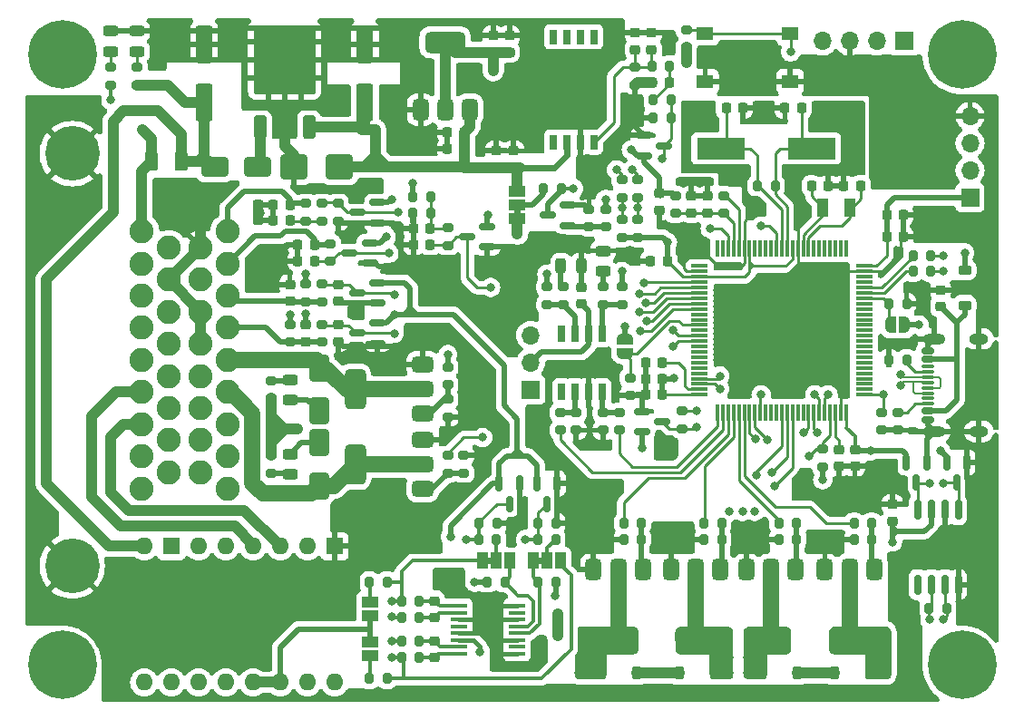
<source format=gbr>
%TF.GenerationSoftware,KiCad,Pcbnew,8.0.6*%
%TF.CreationDate,2024-10-30T09:11:15+07:00*%
%TF.ProjectId,NO2C,4e4f3243-2e6b-4696-9361-645f70636258,vD1*%
%TF.SameCoordinates,Original*%
%TF.FileFunction,Copper,L1,Top*%
%TF.FilePolarity,Positive*%
%FSLAX46Y46*%
G04 Gerber Fmt 4.6, Leading zero omitted, Abs format (unit mm)*
G04 Created by KiCad (PCBNEW 8.0.6) date 2024-10-30 09:11:15*
%MOMM*%
%LPD*%
G01*
G04 APERTURE LIST*
G04 Aperture macros list*
%AMRoundRect*
0 Rectangle with rounded corners*
0 $1 Rounding radius*
0 $2 $3 $4 $5 $6 $7 $8 $9 X,Y pos of 4 corners*
0 Add a 4 corners polygon primitive as box body*
4,1,4,$2,$3,$4,$5,$6,$7,$8,$9,$2,$3,0*
0 Add four circle primitives for the rounded corners*
1,1,$1+$1,$2,$3*
1,1,$1+$1,$4,$5*
1,1,$1+$1,$6,$7*
1,1,$1+$1,$8,$9*
0 Add four rect primitives between the rounded corners*
20,1,$1+$1,$2,$3,$4,$5,0*
20,1,$1+$1,$4,$5,$6,$7,0*
20,1,$1+$1,$6,$7,$8,$9,0*
20,1,$1+$1,$8,$9,$2,$3,0*%
%AMFreePoly0*
4,1,19,0.500000,-0.750000,0.000000,-0.750000,0.000000,-0.744911,-0.071157,-0.744911,-0.207708,-0.704816,-0.327430,-0.627875,-0.420627,-0.520320,-0.479746,-0.390866,-0.500000,-0.250000,-0.500000,0.250000,-0.479746,0.390866,-0.420627,0.520320,-0.327430,0.627875,-0.207708,0.704816,-0.071157,0.744911,0.000000,0.744911,0.000000,0.750000,0.500000,0.750000,0.500000,-0.750000,0.500000,-0.750000,
$1*%
%AMFreePoly1*
4,1,19,0.000000,0.744911,0.071157,0.744911,0.207708,0.704816,0.327430,0.627875,0.420627,0.520320,0.479746,0.390866,0.500000,0.250000,0.500000,-0.250000,0.479746,-0.390866,0.420627,-0.520320,0.327430,-0.627875,0.207708,-0.704816,0.071157,-0.744911,0.000000,-0.744911,0.000000,-0.750000,-0.500000,-0.750000,-0.500000,0.750000,0.000000,0.750000,0.000000,0.744911,0.000000,0.744911,
$1*%
G04 Aperture macros list end*
%TA.AperFunction,EtchedComponent*%
%ADD10C,0.000000*%
%TD*%
%TA.AperFunction,SMDPad,CuDef*%
%ADD11RoundRect,0.200000X0.275000X-0.200000X0.275000X0.200000X-0.275000X0.200000X-0.275000X-0.200000X0*%
%TD*%
%TA.AperFunction,SMDPad,CuDef*%
%ADD12RoundRect,0.200000X-0.275000X0.200000X-0.275000X-0.200000X0.275000X-0.200000X0.275000X0.200000X0*%
%TD*%
%TA.AperFunction,SMDPad,CuDef*%
%ADD13RoundRect,0.225000X-0.250000X0.225000X-0.250000X-0.225000X0.250000X-0.225000X0.250000X0.225000X0*%
%TD*%
%TA.AperFunction,SMDPad,CuDef*%
%ADD14RoundRect,0.225000X0.225000X0.250000X-0.225000X0.250000X-0.225000X-0.250000X0.225000X-0.250000X0*%
%TD*%
%TA.AperFunction,SMDPad,CuDef*%
%ADD15RoundRect,0.225000X-0.225000X-0.250000X0.225000X-0.250000X0.225000X0.250000X-0.225000X0.250000X0*%
%TD*%
%TA.AperFunction,SMDPad,CuDef*%
%ADD16RoundRect,0.225000X0.250000X-0.225000X0.250000X0.225000X-0.250000X0.225000X-0.250000X-0.225000X0*%
%TD*%
%TA.AperFunction,SMDPad,CuDef*%
%ADD17RoundRect,0.250000X0.550000X-1.500000X0.550000X1.500000X-0.550000X1.500000X-0.550000X-1.500000X0*%
%TD*%
%TA.AperFunction,SMDPad,CuDef*%
%ADD18RoundRect,0.150000X-0.150000X0.587500X-0.150000X-0.587500X0.150000X-0.587500X0.150000X0.587500X0*%
%TD*%
%TA.AperFunction,SMDPad,CuDef*%
%ADD19RoundRect,0.250000X1.000000X0.650000X-1.000000X0.650000X-1.000000X-0.650000X1.000000X-0.650000X0*%
%TD*%
%TA.AperFunction,SMDPad,CuDef*%
%ADD20R,1.500000X1.000000*%
%TD*%
%TA.AperFunction,SMDPad,CuDef*%
%ADD21R,1.000000X1.500000*%
%TD*%
%TA.AperFunction,SMDPad,CuDef*%
%ADD22RoundRect,0.243750X0.456250X-0.243750X0.456250X0.243750X-0.456250X0.243750X-0.456250X-0.243750X0*%
%TD*%
%TA.AperFunction,SMDPad,CuDef*%
%ADD23RoundRect,0.243750X-0.456250X0.243750X-0.456250X-0.243750X0.456250X-0.243750X0.456250X0.243750X0*%
%TD*%
%TA.AperFunction,SMDPad,CuDef*%
%ADD24RoundRect,0.243750X0.243750X0.456250X-0.243750X0.456250X-0.243750X-0.456250X0.243750X-0.456250X0*%
%TD*%
%TA.AperFunction,SMDPad,CuDef*%
%ADD25RoundRect,0.375000X0.625000X0.375000X-0.625000X0.375000X-0.625000X-0.375000X0.625000X-0.375000X0*%
%TD*%
%TA.AperFunction,SMDPad,CuDef*%
%ADD26RoundRect,0.500000X0.500000X1.400000X-0.500000X1.400000X-0.500000X-1.400000X0.500000X-1.400000X0*%
%TD*%
%TA.AperFunction,SMDPad,CuDef*%
%ADD27RoundRect,0.375000X-0.375000X0.625000X-0.375000X-0.625000X0.375000X-0.625000X0.375000X0.625000X0*%
%TD*%
%TA.AperFunction,SMDPad,CuDef*%
%ADD28RoundRect,0.500000X-1.400000X0.500000X-1.400000X-0.500000X1.400000X-0.500000X1.400000X0.500000X0*%
%TD*%
%TA.AperFunction,SMDPad,CuDef*%
%ADD29RoundRect,0.250000X0.350000X-0.850000X0.350000X0.850000X-0.350000X0.850000X-0.350000X-0.850000X0*%
%TD*%
%TA.AperFunction,SMDPad,CuDef*%
%ADD30RoundRect,0.250000X1.125000X-1.275000X1.125000X1.275000X-1.125000X1.275000X-1.125000X-1.275000X0*%
%TD*%
%TA.AperFunction,SMDPad,CuDef*%
%ADD31RoundRect,0.249997X2.650003X-2.950003X2.650003X2.950003X-2.650003X2.950003X-2.650003X-2.950003X0*%
%TD*%
%TA.AperFunction,SMDPad,CuDef*%
%ADD32RoundRect,0.200000X-0.200000X-0.275000X0.200000X-0.275000X0.200000X0.275000X-0.200000X0.275000X0*%
%TD*%
%TA.AperFunction,SMDPad,CuDef*%
%ADD33RoundRect,0.200000X0.200000X0.275000X-0.200000X0.275000X-0.200000X-0.275000X0.200000X-0.275000X0*%
%TD*%
%TA.AperFunction,ComponentPad*%
%ADD34O,1.600000X1.600000*%
%TD*%
%TA.AperFunction,ComponentPad*%
%ADD35R,1.600000X1.600000*%
%TD*%
%TA.AperFunction,SMDPad,CuDef*%
%ADD36RoundRect,0.150000X0.587500X0.150000X-0.587500X0.150000X-0.587500X-0.150000X0.587500X-0.150000X0*%
%TD*%
%TA.AperFunction,SMDPad,CuDef*%
%ADD37RoundRect,0.250000X-0.650000X1.000000X-0.650000X-1.000000X0.650000X-1.000000X0.650000X1.000000X0*%
%TD*%
%TA.AperFunction,SMDPad,CuDef*%
%ADD38R,0.650000X1.525000*%
%TD*%
%TA.AperFunction,SMDPad,CuDef*%
%ADD39RoundRect,0.150000X-0.587500X-0.150000X0.587500X-0.150000X0.587500X0.150000X-0.587500X0.150000X0*%
%TD*%
%TA.AperFunction,SMDPad,CuDef*%
%ADD40R,1.550000X0.435000*%
%TD*%
%TA.AperFunction,ComponentPad*%
%ADD41C,2.250000*%
%TD*%
%TA.AperFunction,ComponentPad*%
%ADD42C,5.100000*%
%TD*%
%TA.AperFunction,ComponentPad*%
%ADD43R,1.700000X1.700000*%
%TD*%
%TA.AperFunction,ComponentPad*%
%ADD44O,1.700000X1.700000*%
%TD*%
%TA.AperFunction,SMDPad,CuDef*%
%ADD45R,1.550000X1.300000*%
%TD*%
%TA.AperFunction,SMDPad,CuDef*%
%ADD46RoundRect,0.225000X0.225000X0.375000X-0.225000X0.375000X-0.225000X-0.375000X0.225000X-0.375000X0*%
%TD*%
%TA.AperFunction,SMDPad,CuDef*%
%ADD47RoundRect,0.150000X-0.150000X0.800000X-0.150000X-0.800000X0.150000X-0.800000X0.150000X0.800000X0*%
%TD*%
%TA.AperFunction,SMDPad,CuDef*%
%ADD48FreePoly0,0.000000*%
%TD*%
%TA.AperFunction,SMDPad,CuDef*%
%ADD49FreePoly1,0.000000*%
%TD*%
%TA.AperFunction,SMDPad,CuDef*%
%ADD50RoundRect,0.250000X0.375000X0.625000X-0.375000X0.625000X-0.375000X-0.625000X0.375000X-0.625000X0*%
%TD*%
%TA.AperFunction,ComponentPad*%
%ADD51C,0.800000*%
%TD*%
%TA.AperFunction,ComponentPad*%
%ADD52C,6.400000*%
%TD*%
%TA.AperFunction,SMDPad,CuDef*%
%ADD53RoundRect,0.075000X-0.075000X0.725000X-0.075000X-0.725000X0.075000X-0.725000X0.075000X0.725000X0*%
%TD*%
%TA.AperFunction,SMDPad,CuDef*%
%ADD54RoundRect,0.075000X-0.725000X0.075000X-0.725000X-0.075000X0.725000X-0.075000X0.725000X0.075000X0*%
%TD*%
%TA.AperFunction,SMDPad,CuDef*%
%ADD55RoundRect,0.225000X-0.375000X0.225000X-0.375000X-0.225000X0.375000X-0.225000X0.375000X0.225000X0*%
%TD*%
%TA.AperFunction,SMDPad,CuDef*%
%ADD56RoundRect,0.225000X-0.225000X-0.375000X0.225000X-0.375000X0.225000X0.375000X-0.225000X0.375000X0*%
%TD*%
%TA.AperFunction,SMDPad,CuDef*%
%ADD57R,4.500000X2.000000*%
%TD*%
%TA.AperFunction,SMDPad,CuDef*%
%ADD58R,1.000000X1.800000*%
%TD*%
%TA.AperFunction,SMDPad,CuDef*%
%ADD59RoundRect,0.150000X0.425000X-0.150000X0.425000X0.150000X-0.425000X0.150000X-0.425000X-0.150000X0*%
%TD*%
%TA.AperFunction,SMDPad,CuDef*%
%ADD60RoundRect,0.075000X0.500000X-0.075000X0.500000X0.075000X-0.500000X0.075000X-0.500000X-0.075000X0*%
%TD*%
%TA.AperFunction,ComponentPad*%
%ADD61O,2.100000X1.000000*%
%TD*%
%TA.AperFunction,ComponentPad*%
%ADD62O,1.800000X1.000000*%
%TD*%
%TA.AperFunction,SMDPad,CuDef*%
%ADD63RoundRect,0.375000X0.375000X-0.625000X0.375000X0.625000X-0.375000X0.625000X-0.375000X-0.625000X0*%
%TD*%
%TA.AperFunction,SMDPad,CuDef*%
%ADD64RoundRect,0.500000X1.400000X-0.500000X1.400000X0.500000X-1.400000X0.500000X-1.400000X-0.500000X0*%
%TD*%
%TA.AperFunction,SMDPad,CuDef*%
%ADD65RoundRect,0.250000X0.650000X-1.000000X0.650000X1.000000X-0.650000X1.000000X-0.650000X-1.000000X0*%
%TD*%
%TA.AperFunction,SMDPad,CuDef*%
%ADD66FreePoly0,90.000000*%
%TD*%
%TA.AperFunction,SMDPad,CuDef*%
%ADD67FreePoly1,90.000000*%
%TD*%
%TA.AperFunction,SMDPad,CuDef*%
%ADD68R,0.690000X1.350000*%
%TD*%
%TA.AperFunction,SMDPad,CuDef*%
%ADD69RoundRect,0.250000X1.000000X0.900000X-1.000000X0.900000X-1.000000X-0.900000X1.000000X-0.900000X0*%
%TD*%
%TA.AperFunction,ViaPad*%
%ADD70C,0.800000*%
%TD*%
%TA.AperFunction,Conductor*%
%ADD71C,0.500000*%
%TD*%
%TA.AperFunction,Conductor*%
%ADD72C,0.250000*%
%TD*%
%TA.AperFunction,Conductor*%
%ADD73C,1.000000*%
%TD*%
%TA.AperFunction,Conductor*%
%ADD74C,0.600000*%
%TD*%
%TA.AperFunction,Conductor*%
%ADD75C,0.400000*%
%TD*%
%TA.AperFunction,Conductor*%
%ADD76C,0.300000*%
%TD*%
%TA.AperFunction,Conductor*%
%ADD77C,1.500000*%
%TD*%
%TA.AperFunction,Conductor*%
%ADD78C,0.200000*%
%TD*%
G04 APERTURE END LIST*
D10*
%TA.AperFunction,EtchedComponent*%
%TO.C,JP4*%
G36*
X48350000Y12950000D02*
G01*
X47850000Y12950000D01*
X47850000Y13550000D01*
X48350000Y13550000D01*
X48350000Y12950000D01*
G37*
%TD.AperFunction*%
%TA.AperFunction,EtchedComponent*%
%TO.C,JP5*%
G36*
X43600000Y12950000D02*
G01*
X43100000Y12950000D01*
X43100000Y13550000D01*
X43600000Y13550000D01*
X43600000Y12950000D01*
G37*
%TD.AperFunction*%
%TA.AperFunction,EtchedComponent*%
%TO.C,JP6*%
G36*
X46300000Y45575000D02*
G01*
X45700000Y45575000D01*
X45700000Y46075000D01*
X46300000Y46075000D01*
X46300000Y45575000D01*
G37*
%TD.AperFunction*%
%TD*%
D11*
%TO.P,R74,1*%
%TO.N,+3.3V*%
X57250000Y43425000D03*
%TO.P,R74,2*%
%TO.N,/SDA*%
X57250000Y45075000D03*
%TD*%
%TO.P,R64,1*%
%TO.N,+3.3V*%
X55750000Y43425000D03*
%TO.P,R64,2*%
%TO.N,/SCL*%
X55750000Y45075000D03*
%TD*%
D12*
%TO.P,R63,1*%
%TO.N,Net-(J1-Pad16)*%
X57250000Y48825000D03*
%TO.P,R63,2*%
%TO.N,/SDA*%
X57250000Y47175000D03*
%TD*%
D11*
%TO.P,R62,1*%
%TO.N,/SCL*%
X55750000Y47175000D03*
%TO.P,R62,2*%
%TO.N,Net-(J1-Pad15)*%
X55750000Y48825000D03*
%TD*%
D13*
%TO.P,C9,1*%
%TO.N,/PA5*%
X29250000Y35250000D03*
%TO.P,C9,2*%
%TO.N,GND*%
X29250000Y33700000D03*
%TD*%
D14*
%TO.P,C12,1*%
%TO.N,GND*%
X82025000Y43500000D03*
%TO.P,C12,2*%
%TO.N,+3.3V*%
X80475000Y43500000D03*
%TD*%
D15*
%TO.P,C13,1*%
%TO.N,GND*%
X58425000Y41250000D03*
%TO.P,C13,2*%
%TO.N,+3.3V*%
X59975000Y41250000D03*
%TD*%
D14*
%TO.P,C2,1*%
%TO.N,/PA3*%
X27050000Y41250000D03*
%TO.P,C2,2*%
%TO.N,GND*%
X25500000Y41250000D03*
%TD*%
D16*
%TO.P,C3,1*%
%TO.N,Net-(IC1-VDD)*%
X52000000Y37225000D03*
%TO.P,C3,2*%
%TO.N,GND*%
X52000000Y38775000D03*
%TD*%
D14*
%TO.P,C19,1*%
%TO.N,Net-(C19-Pad1)*%
X37850000Y44250000D03*
%TO.P,C19,2*%
%TO.N,GND*%
X36300000Y44250000D03*
%TD*%
D15*
%TO.P,C15,1*%
%TO.N,GND*%
X57975000Y30250000D03*
%TO.P,C15,2*%
%TO.N,+3.3V*%
X59525000Y30250000D03*
%TD*%
D16*
%TO.P,C16,1*%
%TO.N,GND*%
X59250000Y45975000D03*
%TO.P,C16,2*%
%TO.N,+3.3V*%
X59250000Y47525000D03*
%TD*%
D17*
%TO.P,C5,1*%
%TO.N,+5V*%
X31750000Y56050000D03*
%TO.P,C5,2*%
%TO.N,GND*%
X31750000Y61450000D03*
%TD*%
D16*
%TO.P,C14,1*%
%TO.N,Net-(IC2-VOUT)*%
X57000000Y60975000D03*
%TO.P,C14,2*%
%TO.N,GND*%
X57000000Y62525000D03*
%TD*%
%TO.P,C11,1,1*%
%TO.N,Net-(U3-IN2-)*%
X38250000Y7950000D03*
%TO.P,C11,2,2*%
%TO.N,Net-(U3-IN2+)*%
X38250000Y9500000D03*
%TD*%
D18*
%TO.P,D2,1,A1*%
%TO.N,GND*%
X49700000Y20437500D03*
%TO.P,D2,2,C2*%
%TO.N,+3.3V*%
X47800000Y20437500D03*
%TO.P,D2,3,C1A2*%
%TO.N,/PD11*%
X48750000Y18562500D03*
%TD*%
D19*
%TO.P,D3,1,K*%
%TO.N,Net-(D3-K)*%
X21750000Y50000000D03*
%TO.P,D3,2,A*%
%TO.N,+12V*%
X17750000Y50000000D03*
%TD*%
D20*
%TO.P,JP2,1,1*%
%TO.N,Net-(JP2-Pad1)*%
X32250000Y4350000D03*
%TO.P,JP2,2,2*%
%TO.N,+5V*%
X32250000Y5650000D03*
%TD*%
%TO.P,JP3,1,1*%
%TO.N,Net-(JP3-Pad1)*%
X32250000Y9400000D03*
%TO.P,JP3,2,2*%
%TO.N,+5V*%
X32250000Y8100000D03*
%TD*%
D21*
%TO.P,JP4,1,A*%
%TO.N,Net-(JP4-A)*%
X47450000Y13250000D03*
%TO.P,JP4,2,C*%
%TO.N,Net-(JP4-C)*%
X48750000Y13250000D03*
%TO.P,JP4,3,B*%
%TO.N,VR1+*%
X50050000Y13250000D03*
%TD*%
%TO.P,JP5,1,A*%
%TO.N,VR2+*%
X42700000Y13250000D03*
%TO.P,JP5,2,C*%
%TO.N,Net-(JP5-C)*%
X44000000Y13250000D03*
%TO.P,JP5,3,B*%
%TO.N,Net-(JP5-B)*%
X45300000Y13250000D03*
%TD*%
D22*
%TO.P,LED1,1,K*%
%TO.N,Net-(D1-A)*%
X24750000Y28282500D03*
%TO.P,LED1,2,A*%
%TO.N,Net-(LED1-A)*%
X24750000Y30157500D03*
%TD*%
D23*
%TO.P,LED3,1,K*%
%TO.N,Net-(D15-A)*%
X24750000Y23187500D03*
%TO.P,LED3,2,A*%
%TO.N,Net-(LED3-A)*%
X24750000Y21312500D03*
%TD*%
D24*
%TO.P,LED2,1,K*%
%TO.N,GND*%
X51937500Y40750000D03*
%TO.P,LED2,2,A*%
%TO.N,Net-(LED2-A)*%
X50062500Y40750000D03*
%TD*%
D23*
%TO.P,LED4,1,K*%
%TO.N,GND*%
X54000000Y42187500D03*
%TO.P,LED4,2,A*%
%TO.N,Net-(LED4-A)*%
X54000000Y40312500D03*
%TD*%
D25*
%TO.P,Q1,1,G*%
%TO.N,Net-(Q1-G)*%
X37150000Y26950000D03*
%TO.P,Q1,2,D*%
%TO.N,/INJ1*%
X37150000Y29250000D03*
D26*
X30850000Y29250000D03*
D25*
%TO.P,Q1,3,S*%
%TO.N,GND*%
X37150000Y31550000D03*
%TD*%
%TO.P,Q2,1,G*%
%TO.N,Net-(Q2-G)*%
X37150000Y19950000D03*
%TO.P,Q2,2,D*%
%TO.N,/INJ2*%
X37150000Y22250000D03*
D26*
X30850000Y22250000D03*
D25*
%TO.P,Q2,3,S*%
%TO.N,GND*%
X37150000Y24550000D03*
%TD*%
D27*
%TO.P,Q5,1,G*%
%TO.N,Net-(Q5-G)*%
X57700000Y12400000D03*
%TO.P,Q5,2,D*%
%TO.N,/IDLE*%
X55400000Y12400000D03*
D28*
X55400000Y6100000D03*
D27*
%TO.P,Q5,3,S*%
%TO.N,GND*%
X53100000Y12400000D03*
%TD*%
%TO.P,Q6,1,G*%
%TO.N,Net-(Q6-G)*%
X64925000Y12400000D03*
%TO.P,Q6,2,D*%
%TO.N,/FUELP*%
X62625000Y12400000D03*
D28*
X62625000Y6100000D03*
D27*
%TO.P,Q6,3,S*%
%TO.N,GND*%
X60325000Y12400000D03*
%TD*%
%TO.P,Q3,1,G*%
%TO.N,Net-(Q3-G)*%
X71950000Y12400000D03*
%TO.P,Q3,2,D*%
%TO.N,/BOOST*%
X69650000Y12400000D03*
D28*
X69650000Y6100000D03*
D27*
%TO.P,Q3,3,S*%
%TO.N,GND*%
X67350000Y12400000D03*
%TD*%
%TO.P,Q4,1,G*%
%TO.N,Net-(Q4-G)*%
X79300000Y12400000D03*
%TO.P,Q4,2,D*%
%TO.N,/VVT*%
X77000000Y12400000D03*
D28*
X77000000Y6100000D03*
D27*
%TO.P,Q4,3,S*%
%TO.N,GND*%
X74700000Y12400000D03*
%TD*%
D29*
%TO.P,U1,1,IN*%
%TO.N,Net-(D3-K)*%
X21970000Y53710000D03*
D30*
%TO.P,U1,2,GND*%
%TO.N,GND*%
X22725000Y58335000D03*
X25775000Y58335000D03*
D31*
X24250000Y60010000D03*
D30*
X22725000Y61685000D03*
X25775000Y61685000D03*
D29*
%TO.P,U1,3,OUT*%
%TO.N,+5V*%
X26530000Y53710000D03*
%TD*%
D17*
%TO.P,C4,1*%
%TO.N,+12V*%
X16750000Y56050000D03*
%TO.P,C4,2*%
%TO.N,GND*%
X16750000Y61450000D03*
%TD*%
D12*
%TO.P,R7,1*%
%TO.N,Net-(Q1-G)*%
X39500000Y28325000D03*
%TO.P,R7,2*%
%TO.N,GND*%
X39500000Y26675000D03*
%TD*%
%TO.P,R9,1*%
%TO.N,+3.3V*%
X24750000Y35300000D03*
%TO.P,R9,2*%
%TO.N,/IAT*%
X24750000Y33650000D03*
%TD*%
D32*
%TO.P,R10,1*%
%TO.N,+BATT*%
X36250000Y47250000D03*
%TO.P,R10,2*%
%TO.N,Net-(C19-Pad1)*%
X37900000Y47250000D03*
%TD*%
D11*
%TO.P,R6,1*%
%TO.N,Net-(IC1-OUTB)*%
X54000000Y37175000D03*
%TO.P,R6,2*%
%TO.N,Net-(LED4-A)*%
X54000000Y38825000D03*
%TD*%
%TO.P,R3,1*%
%TO.N,Net-(IC1-OUTA)*%
X48750000Y37175000D03*
%TO.P,R3,2*%
%TO.N,/IGN1*%
X48750000Y38825000D03*
%TD*%
%TO.P,R2,1*%
%TO.N,Net-(IC1-OUTA)*%
X50250000Y37175000D03*
%TO.P,R2,2*%
%TO.N,Net-(LED2-A)*%
X50250000Y38825000D03*
%TD*%
D33*
%TO.P,R8,1*%
%TO.N,GND*%
X82325000Y37250000D03*
%TO.P,R8,2*%
%TO.N,/BOOT0*%
X80675000Y37250000D03*
%TD*%
%TO.P,R11,1*%
%TO.N,Net-(C19-Pad1)*%
X37900000Y45725000D03*
%TO.P,R11,2*%
%TO.N,GND*%
X36250000Y45725000D03*
%TD*%
D34*
%TO.P,IC4,1,P1*%
%TO.N,/ENBL*%
X11150000Y1902000D03*
%TO.P,IC4,2,P2*%
%TO.N,unconnected-(IC4-P2-Pad2)*%
X13690000Y1902000D03*
%TO.P,IC4,3,P3*%
%TO.N,unconnected-(IC4-P3-Pad3)*%
X16230000Y1902000D03*
%TO.P,IC4,4,P4*%
%TO.N,unconnected-(IC4-P4-Pad4)*%
X18770000Y1902000D03*
%TO.P,IC4,5,P5*%
%TO.N,+5V*%
X21310000Y1902000D03*
%TO.P,IC4,6,P6*%
X23850000Y1902000D03*
%TO.P,IC4,7,P7*%
%TO.N,/STEP*%
X26390000Y1902000D03*
%TO.P,IC4,8,P8*%
%TO.N,/DIR*%
X28930000Y1902000D03*
D35*
%TO.P,IC4,9,P9*%
%TO.N,GND*%
X28930000Y14602000D03*
D34*
%TO.P,IC4,10,P10*%
%TO.N,unconnected-(IC4-P10-Pad10)*%
X26390000Y14602000D03*
%TO.P,IC4,11,P11*%
%TO.N,/STP-A2*%
X23850000Y14602000D03*
%TO.P,IC4,12,P12*%
%TO.N,/STP-A1*%
X21310000Y14602000D03*
%TO.P,IC4,13,P13*%
%TO.N,/STP-B1*%
X18770000Y14602000D03*
%TO.P,IC4,14,P14*%
%TO.N,/STP-B2*%
X16230000Y14602000D03*
D35*
%TO.P,IC4,15,P15*%
%TO.N,Earth*%
X13690000Y14602000D03*
D34*
%TO.P,IC4,16,P16*%
%TO.N,+12V*%
X11150000Y14602000D03*
%TD*%
D14*
%TO.P,C1,1*%
%TO.N,/TPS*%
X27050000Y42750000D03*
%TO.P,C1,2*%
%TO.N,GND*%
X25500000Y42750000D03*
%TD*%
D12*
%TO.P,R1,1*%
%TO.N,Net-(LED1-A)*%
X23000000Y30075000D03*
%TO.P,R1,2*%
%TO.N,+12V*%
X23000000Y28425000D03*
%TD*%
%TO.P,R4,1*%
%TO.N,/TPS*%
X28525000Y42825000D03*
%TO.P,R4,2*%
%TO.N,/PA3*%
X28525000Y41175000D03*
%TD*%
D33*
%TO.P,R12,1*%
%TO.N,/TACHO*%
X50075000Y48000000D03*
%TO.P,R12,2*%
%TO.N,Net-(JP6-C)*%
X48425000Y48000000D03*
%TD*%
D12*
%TO.P,R13,1*%
%TO.N,/PD14*%
X54250000Y46075000D03*
%TO.P,R13,2*%
%TO.N,Net-(Q7-G)*%
X54250000Y44425000D03*
%TD*%
D36*
%TO.P,Q7,1,G*%
%TO.N,Net-(Q7-G)*%
X50687500Y44550000D03*
%TO.P,Q7,2,S*%
%TO.N,GND*%
X50687500Y46450000D03*
%TO.P,Q7,3,D*%
%TO.N,/TACHO*%
X48812500Y45500000D03*
%TD*%
D15*
%TO.P,C22,1*%
%TO.N,GND*%
X57975000Y28750000D03*
%TO.P,C22,2*%
%TO.N,+3.3V*%
X59525000Y28750000D03*
%TD*%
D12*
%TO.P,R14,1*%
%TO.N,Net-(IC1-INA)*%
X50000000Y27075000D03*
%TO.P,R14,2*%
%TO.N,/PD13*%
X50000000Y25425000D03*
%TD*%
D16*
%TO.P,C8,1*%
%TO.N,/IAT*%
X26250000Y33700000D03*
%TO.P,C8,2*%
%TO.N,GND*%
X26250000Y35250000D03*
%TD*%
D14*
%TO.P,C21,1*%
%TO.N,GND*%
X82025000Y45500000D03*
%TO.P,C21,2*%
%TO.N,+3.3V*%
X80475000Y45500000D03*
%TD*%
%TO.P,C20,1*%
%TO.N,/PA1*%
X37850000Y42750000D03*
%TO.P,C20,2*%
%TO.N,GND*%
X36300000Y42750000D03*
%TD*%
D11*
%TO.P,R5,1*%
%TO.N,Net-(Q1-G)*%
X39500000Y29675000D03*
%TO.P,R5,2*%
%TO.N,/PD8*%
X39500000Y31325000D03*
%TD*%
D37*
%TO.P,D1,1,K*%
%TO.N,/INJ1*%
X27500000Y31220000D03*
%TO.P,D1,2,A*%
%TO.N,Net-(D1-A)*%
X27500000Y27220000D03*
%TD*%
D38*
%TO.P,IC1,1,NC_1*%
%TO.N,unconnected-(IC1-NC_1-Pad1)*%
X50095000Y29038000D03*
%TO.P,IC1,2,INA*%
%TO.N,Net-(IC1-INA)*%
X51365000Y29038000D03*
%TO.P,IC1,3,GND*%
%TO.N,GND*%
X52635000Y29038000D03*
%TO.P,IC1,4,INB*%
%TO.N,Net-(IC1-INB)*%
X53905000Y29038000D03*
%TO.P,IC1,5,OUTB*%
%TO.N,Net-(IC1-OUTB)*%
X53905000Y34462000D03*
%TO.P,IC1,6,VDD*%
%TO.N,Net-(IC1-VDD)*%
X52635000Y34462000D03*
%TO.P,IC1,7,OUTA*%
%TO.N,Net-(IC1-OUTA)*%
X51365000Y34462000D03*
%TO.P,IC1,8,NC_2*%
%TO.N,unconnected-(IC1-NC_2-Pad8)*%
X50095000Y34462000D03*
%TD*%
D36*
%TO.P,D6,1,A*%
%TO.N,GND*%
X32212500Y41050000D03*
%TO.P,D6,2,K*%
%TO.N,+3.3V*%
X32212500Y42950000D03*
%TO.P,D6,3,COM*%
%TO.N,/PA3*%
X30337500Y42000000D03*
%TD*%
D39*
%TO.P,D5,1,A*%
%TO.N,GND*%
X57625000Y27200000D03*
%TO.P,D5,2,K*%
%TO.N,+3.3V*%
X57625000Y25300000D03*
%TO.P,D5,3,COM*%
%TO.N,Net-(D5-COM)*%
X59500000Y26250000D03*
%TD*%
D11*
%TO.P,R15,1*%
%TO.N,Net-(D5-COM)*%
X61375000Y25575000D03*
%TO.P,R15,2*%
%TO.N,/LAUNCH*%
X61375000Y27225000D03*
%TD*%
D16*
%TO.P,C18,1*%
%TO.N,+5V*%
X45633000Y49955000D03*
%TO.P,C18,2*%
%TO.N,GND*%
X45633000Y51505000D03*
%TD*%
%TO.P,C17,1*%
%TO.N,+5V*%
X44000000Y49975000D03*
%TO.P,C17,2*%
%TO.N,GND*%
X44000000Y51525000D03*
%TD*%
D15*
%TO.P,C28,1*%
%TO.N,GND*%
X57975000Y31750000D03*
%TO.P,C28,2*%
%TO.N,Net-(U2-VCAP_1)*%
X59525000Y31750000D03*
%TD*%
D32*
%TO.P,R34,1,1*%
%TO.N,Net-(JP4-A)*%
X47925000Y11250000D03*
%TO.P,R34,2,2*%
%TO.N,+3.3V*%
X49575000Y11250000D03*
%TD*%
D36*
%TO.P,D8,1,A*%
%TO.N,GND*%
X32937500Y37300000D03*
%TO.P,D8,2,K*%
%TO.N,+3.3V*%
X32937500Y39200000D03*
%TO.P,D8,3,COM*%
%TO.N,/PA4*%
X31062500Y38250000D03*
%TD*%
D39*
%TO.P,D17,1,A*%
%TO.N,GND*%
X57812500Y52950000D03*
%TO.P,D17,2,K*%
%TO.N,+3.3V*%
X57812500Y51050000D03*
%TO.P,D17,3,COM*%
%TO.N,/PA0*%
X59687500Y52000000D03*
%TD*%
D18*
%TO.P,D20,1,A*%
%TO.N,GND*%
X87950000Y22437500D03*
%TO.P,D20,2,K*%
%TO.N,+3.3V*%
X86050000Y22437500D03*
%TO.P,D20,3,COM*%
%TO.N,Net-(D20-COM)*%
X87000000Y20562500D03*
%TD*%
D15*
%TO.P,C31,1*%
%TO.N,GND*%
X76475000Y48250000D03*
%TO.P,C31,2*%
%TO.N,Net-(U2-PC14)*%
X78025000Y48250000D03*
%TD*%
D11*
%TO.P,R33,1*%
%TO.N,Net-(Q2-G)*%
X41000000Y21425000D03*
%TO.P,R33,2*%
%TO.N,GND*%
X41000000Y23075000D03*
%TD*%
D40*
%TO.P,U3,1,INT_THRS1*%
%TO.N,GND*%
X45950000Y4576000D03*
%TO.P,U3,2,EXT1*%
%TO.N,unconnected-(U3-EXT1-Pad2)*%
X45950000Y5210000D03*
%TO.P,U3,3,BIAS1*%
%TO.N,GND*%
X45950000Y5846000D03*
%TO.P,U3,4,COUT1*%
%TO.N,Net-(JP4-A)*%
X45950000Y6480000D03*
%TO.P,U3,5,COUT2*%
%TO.N,Net-(JP5-B)*%
X45950000Y7116000D03*
%TO.P,U3,6,BIAS2*%
%TO.N,GND*%
X45950000Y7750000D03*
%TO.P,U3,7,EXT2*%
%TO.N,unconnected-(U3-EXT2-Pad7)*%
X45950000Y8386000D03*
%TO.P,U3,8,INT_THRS2*%
%TO.N,GND*%
X45950000Y9020000D03*
%TO.P,U3,9,IN2+*%
%TO.N,Net-(U3-IN2+)*%
X40500000Y9020000D03*
%TO.P,U3,10,IN2-*%
%TO.N,Net-(U3-IN2-)*%
X40500000Y8386000D03*
%TO.P,U3,11,GND*%
%TO.N,GND*%
X40500000Y7750000D03*
%TO.P,U3,12,DIRN*%
%TO.N,unconnected-(U3-DIRN-Pad12)*%
X40500000Y7116000D03*
%TO.P,U3,13,ZERO_EN*%
%TO.N,GND*%
X40500000Y6480000D03*
%TO.P,U3,14,VCC*%
%TO.N,+5V*%
X40500000Y5846000D03*
%TO.P,U3,15,IN1-*%
%TO.N,Net-(U3-IN1-)*%
X40500000Y5210000D03*
%TO.P,U3,16,IN1+*%
%TO.N,Net-(U3-IN1+)*%
X40500000Y4576000D03*
%TD*%
D36*
%TO.P,D18,1,A*%
%TO.N,GND*%
X43187500Y42550000D03*
%TO.P,D18,2,K*%
%TO.N,+3.3V*%
X43187500Y44450000D03*
%TO.P,D18,3,COM*%
%TO.N,/PA1*%
X41312500Y43500000D03*
%TD*%
D41*
%TO.P,J1,1,1*%
%TO.N,+BATT*%
X10937500Y44000000D03*
%TO.P,J1,2,2*%
%TO.N,VR1+*%
X10937500Y41000000D03*
%TO.P,J1,3,3*%
%TO.N,/VR1-*%
X10937500Y38000000D03*
%TO.P,J1,4,4*%
%TO.N,/IGN1*%
X10937500Y35000000D03*
%TO.P,J1,5,5*%
%TO.N,/IGN2*%
X10937500Y32000000D03*
%TO.P,J1,6,6*%
%TO.N,/STP-A1*%
X10937500Y29000000D03*
%TO.P,J1,7,7*%
%TO.N,/STP-A2*%
X10937500Y26000000D03*
%TO.P,J1,8,8*%
%TO.N,/STP-B2*%
X10937500Y23000000D03*
%TO.P,J1,9,9*%
%TO.N,/STP-B1*%
X10937500Y20000000D03*
%TO.P,J1,10,10*%
%TO.N,+5V*%
X13437500Y42500000D03*
%TO.P,J1,11,11*%
%TO.N,GND*%
X13437500Y39500000D03*
%TO.P,J1,12,12*%
%TO.N,/VR2-*%
X13437500Y36500000D03*
%TO.P,J1,13,13*%
%TO.N,VR2+*%
X13437500Y33500000D03*
%TO.P,J1,14,14*%
%TO.N,/TACHO*%
X13437500Y30500000D03*
%TO.P,J1,15,15*%
%TO.N,Net-(J1-Pad15)*%
X13437500Y27500000D03*
%TO.P,J1,16,16*%
%TO.N,Net-(J1-Pad16)*%
X13437500Y24500000D03*
%TO.P,J1,17,17*%
%TO.N,/IDLE*%
X13437500Y21500000D03*
%TO.P,J1,18,18*%
%TO.N,GND*%
X16437500Y42500000D03*
%TO.P,J1,19,19*%
%TO.N,/LAUNCH*%
X16437500Y39500000D03*
%TO.P,J1,20,20*%
%TO.N,GND*%
X16437500Y36500000D03*
%TO.P,J1,21,21*%
X16437500Y33500000D03*
%TO.P,J1,22,22*%
%TO.N,/SWCLK*%
X16437500Y30500000D03*
%TO.P,J1,23,23*%
%TO.N,/SWDIO*%
X16437500Y27500000D03*
%TO.P,J1,24,24*%
%TO.N,CANH*%
X16437500Y24500000D03*
%TO.P,J1,25,25*%
%TO.N,CANL*%
X16437500Y21500000D03*
%TO.P,J1,26,26*%
%TO.N,/O2*%
X18937500Y44000000D03*
%TO.P,J1,27,27*%
%TO.N,/TPS*%
X18937500Y41000000D03*
%TO.P,J1,28,28*%
%TO.N,/CLT*%
X18937500Y38000000D03*
%TO.P,J1,29,29*%
%TO.N,/IAT*%
X18937500Y35000000D03*
%TO.P,J1,30,30*%
%TO.N,/INJ1*%
X18937500Y32000000D03*
%TO.P,J1,31,31*%
%TO.N,/INJ2*%
X18937500Y29000000D03*
%TO.P,J1,32,32*%
%TO.N,/VVT*%
X18937500Y26000000D03*
%TO.P,J1,33,33*%
%TO.N,/BOOST*%
X18937500Y23000000D03*
%TO.P,J1,34,34*%
%TO.N,/FUELP*%
X18937500Y20000000D03*
D42*
%TO.P,J1,MH1,MH1*%
%TO.N,GND*%
X4437500Y51250000D03*
%TO.P,J1,MH2,MH2*%
X4437500Y12750000D03*
%TD*%
D12*
%TO.P,R19,1*%
%TO.N,Net-(IC1-INA)*%
X51500000Y27075000D03*
%TO.P,R19,2*%
%TO.N,GND*%
X51500000Y25425000D03*
%TD*%
D32*
%TO.P,R21,1*%
%TO.N,/PD10*%
X42425000Y16750000D03*
%TO.P,R21,2*%
%TO.N,GND*%
X44075000Y16750000D03*
%TD*%
D16*
%TO.P,C39,1*%
%TO.N,VBUS*%
X85500000Y36975000D03*
%TO.P,C39,2*%
%TO.N,GND*%
X85500000Y38525000D03*
%TD*%
D33*
%TO.P,R42,1*%
%TO.N,Net-(Q4-G)*%
X79075000Y16750000D03*
%TO.P,R42,2*%
%TO.N,/PD6*%
X77425000Y16750000D03*
%TD*%
D43*
%TO.P,P1,1,Pin_1*%
%TO.N,+3.3V*%
X88250000Y47150000D03*
D44*
%TO.P,P1,2,Pin_2*%
%TO.N,/SWDIO*%
X88250000Y49690000D03*
%TO.P,P1,3,Pin_3*%
%TO.N,/SWCLK*%
X88250000Y52230000D03*
%TO.P,P1,4,Pin_4*%
%TO.N,GND*%
X88250000Y54770000D03*
%TD*%
D33*
%TO.P,R44,1*%
%TO.N,Net-(Q5-G)*%
X57575000Y16750000D03*
%TO.P,R44,2*%
%TO.N,/PD5*%
X55925000Y16750000D03*
%TD*%
D12*
%TO.P,R66,1*%
%TO.N,/BOOT1*%
X56500000Y30325000D03*
%TO.P,R66,2*%
%TO.N,GND*%
X56500000Y28675000D03*
%TD*%
D18*
%TO.P,D14,1,A1*%
%TO.N,GND*%
X46200000Y20437500D03*
%TO.P,D14,2,C2*%
%TO.N,+3.3V*%
X44300000Y20437500D03*
%TO.P,D14,3,C1A2*%
%TO.N,/PD10*%
X45250000Y18562500D03*
%TD*%
D45*
%TO.P,SW1,1,1*%
%TO.N,GND*%
X71475000Y58000000D03*
X63525000Y58000000D03*
%TO.P,SW1,2,2*%
%TO.N,Net-(U2-NRST)*%
X71475000Y62500000D03*
X63525000Y62500000D03*
%TD*%
D46*
%TO.P,D9,1,K*%
%TO.N,+12V*%
X72150000Y2750000D03*
%TO.P,D9,2,A*%
%TO.N,/BOOST*%
X68850000Y2750000D03*
%TD*%
D32*
%TO.P,R59,1*%
%TO.N,Net-(C35-Pad1)*%
X58675000Y56250000D03*
%TO.P,R59,2*%
%TO.N,/PA0*%
X60325000Y56250000D03*
%TD*%
D18*
%TO.P,D21,1,A*%
%TO.N,GND*%
X84200000Y22437500D03*
%TO.P,D21,2,K*%
%TO.N,+3.3V*%
X82300000Y22437500D03*
%TO.P,D21,3,COM*%
%TO.N,Net-(D21-COM)*%
X83250000Y20562500D03*
%TD*%
D16*
%TO.P,C42,1*%
%TO.N,+3.3V*%
X43740000Y60725000D03*
%TO.P,C42,2*%
%TO.N,GND*%
X43740000Y62275000D03*
%TD*%
D47*
%TO.P,U5,1,txd*%
%TO.N,Net-(D20-COM)*%
X87155000Y18000000D03*
%TO.P,U5,2,gnd*%
%TO.N,GND*%
X85885000Y18000000D03*
%TO.P,U5,3,vcc*%
%TO.N,+5V*%
X84615000Y18000000D03*
%TO.P,U5,4,rxd*%
%TO.N,Net-(D21-COM)*%
X83345000Y18000000D03*
%TO.P,U5,5,Vref*%
%TO.N,unconnected-(U5-Vref-Pad5)*%
X83345000Y11000000D03*
%TO.P,U5,6,CANL*%
%TO.N,CANL*%
X84615000Y11000000D03*
%TO.P,U5,7,CANH*%
%TO.N,CANH*%
X85885000Y11000000D03*
%TO.P,U5,8,S*%
%TO.N,GND*%
X87155000Y11000000D03*
%TD*%
D11*
%TO.P,R39,1*%
%TO.N,VDA*%
X65250000Y45675000D03*
%TO.P,R39,2*%
%TO.N,Net-(U2-VREF+)*%
X65250000Y47325000D03*
%TD*%
%TO.P,R36,1*%
%TO.N,/IAT*%
X27750000Y33650000D03*
%TO.P,R36,2*%
%TO.N,/PA5*%
X27750000Y35300000D03*
%TD*%
D14*
%TO.P,C40,1*%
%TO.N,+5V*%
X41025000Y51750000D03*
%TO.P,C40,2*%
%TO.N,GND*%
X39475000Y51750000D03*
%TD*%
D46*
%TO.P,D12,1,K*%
%TO.N,+12V*%
X57150000Y2750000D03*
%TO.P,D12,2,A*%
%TO.N,/IDLE*%
X53850000Y2750000D03*
%TD*%
D48*
%TO.P,JP7,1,A*%
%TO.N,/BOOT0*%
X80850000Y35250000D03*
D49*
%TO.P,JP7,2,B*%
%TO.N,+3.3V*%
X82150000Y35250000D03*
%TD*%
D11*
%TO.P,R38,1*%
%TO.N,VDA*%
X60750000Y45675000D03*
%TO.P,R38,2*%
%TO.N,+3.3V*%
X60750000Y47325000D03*
%TD*%
D50*
%TO.P,F1,1*%
%TO.N,+12V*%
X14650000Y50500000D03*
%TO.P,F1,2*%
%TO.N,+BATT*%
X11850000Y50500000D03*
%TD*%
D13*
%TO.P,C25,1*%
%TO.N,GND*%
X62250000Y47275000D03*
%TO.P,C25,2*%
%TO.N,VDA*%
X62250000Y45725000D03*
%TD*%
D32*
%TO.P,R73,1*%
%TO.N,/PB8*%
X82925000Y40250000D03*
%TO.P,R73,2*%
%TO.N,Net-(D21-COM)*%
X84575000Y40250000D03*
%TD*%
D13*
%TO.P,C10,1,1*%
%TO.N,Net-(U3-IN1-)*%
X38250000Y5750000D03*
%TO.P,C10,2,2*%
%TO.N,Net-(U3-IN1+)*%
X38250000Y4200000D03*
%TD*%
D14*
%TO.P,C32,1*%
%TO.N,/O2*%
X24775000Y46500000D03*
%TO.P,C32,2*%
%TO.N,GND*%
X23225000Y46500000D03*
%TD*%
D12*
%TO.P,R51,1*%
%TO.N,Net-(C19-Pad1)*%
X39490000Y44325000D03*
%TO.P,R51,2*%
%TO.N,/PA1*%
X39490000Y42675000D03*
%TD*%
D32*
%TO.P,R20,1*%
%TO.N,/PD11*%
X47925000Y16750000D03*
%TO.P,R20,2*%
%TO.N,GND*%
X49575000Y16750000D03*
%TD*%
D51*
%TO.P,REF\u002A\u002A,1*%
%TO.N,N/C*%
X85100000Y3500000D03*
X85802944Y5197056D03*
X85802944Y1802944D03*
X87500000Y5900000D03*
D52*
X87500000Y3500000D03*
D51*
X87500000Y1100000D03*
X89197056Y5197056D03*
X89197056Y1802944D03*
X89900000Y3500000D03*
%TD*%
D23*
%TO.P,LED6,1,K*%
%TO.N,GND*%
X8000000Y62687500D03*
%TO.P,LED6,2,A*%
%TO.N,Net-(LED6-A)*%
X8000000Y60812500D03*
%TD*%
D13*
%TO.P,C7,1*%
%TO.N,/PA4*%
X29250000Y39025000D03*
%TO.P,C7,2*%
%TO.N,GND*%
X29250000Y37475000D03*
%TD*%
D32*
%TO.P,R70,1*%
%TO.N,CANL*%
X84425000Y8750000D03*
%TO.P,R70,2*%
%TO.N,CANH*%
X86075000Y8750000D03*
%TD*%
D53*
%TO.P,U2,1,PE2*%
%TO.N,unconnected-(U2-PE2-Pad1)*%
X76675000Y42425000D03*
%TO.P,U2,2,PE3*%
%TO.N,unconnected-(U2-PE3-Pad2)*%
X76175000Y42425000D03*
%TO.P,U2,3,PE4*%
%TO.N,unconnected-(U2-PE4-Pad3)*%
X75675000Y42425000D03*
%TO.P,U2,4,PE5*%
%TO.N,unconnected-(U2-PE5-Pad4)*%
X75175000Y42425000D03*
%TO.P,U2,5,PE6*%
%TO.N,unconnected-(U2-PE6-Pad5)*%
X74675000Y42425000D03*
%TO.P,U2,6,VBAT*%
%TO.N,unconnected-(U2-VBAT-Pad6)*%
X74175000Y42425000D03*
%TO.P,U2,7,PC13*%
%TO.N,unconnected-(U2-PC13-Pad7)*%
X73675000Y42425000D03*
%TO.P,U2,8,PC14*%
%TO.N,Net-(U2-PC14)*%
X73175000Y42425000D03*
%TO.P,U2,9,PC15*%
%TO.N,Net-(U2-PC15)*%
X72675000Y42425000D03*
%TO.P,U2,10,VSS*%
%TO.N,GND*%
X72175000Y42425000D03*
%TO.P,U2,11,VDD*%
%TO.N,+3.3V*%
X71675000Y42425000D03*
%TO.P,U2,12,PH0*%
%TO.N,Net-(U2-PH0)*%
X71175000Y42425000D03*
%TO.P,U2,13,PH1*%
%TO.N,Net-(U2-PH1)*%
X70675000Y42425000D03*
%TO.P,U2,14,NRST*%
%TO.N,Net-(U2-NRST)*%
X70175000Y42425000D03*
%TO.P,U2,15,PC0*%
%TO.N,unconnected-(U2-PC0-Pad15)*%
X69675000Y42425000D03*
%TO.P,U2,16,PC1*%
%TO.N,unconnected-(U2-PC1-Pad16)*%
X69175000Y42425000D03*
%TO.P,U2,17,PC2*%
%TO.N,unconnected-(U2-PC2-Pad17)*%
X68675000Y42425000D03*
%TO.P,U2,18,PC3*%
%TO.N,unconnected-(U2-PC3-Pad18)*%
X68175000Y42425000D03*
%TO.P,U2,19,VDD*%
%TO.N,+3.3V*%
X67675000Y42425000D03*
%TO.P,U2,20,VSSA*%
%TO.N,GND*%
X67175000Y42425000D03*
%TO.P,U2,21,VREF+*%
%TO.N,Net-(U2-VREF+)*%
X66675000Y42425000D03*
%TO.P,U2,22,VDDA*%
%TO.N,VDA*%
X66175000Y42425000D03*
%TO.P,U2,23,PA0*%
%TO.N,/PA0*%
X65675000Y42425000D03*
%TO.P,U2,24,PA1*%
%TO.N,unconnected-(U2-PA1-Pad24)*%
X65175000Y42425000D03*
%TO.P,U2,25,PA2*%
%TO.N,unconnected-(U2-PA2-Pad25)*%
X64675000Y42425000D03*
D54*
%TO.P,U2,26,PA3*%
%TO.N,unconnected-(U2-PA3-Pad26)*%
X63000000Y40750000D03*
%TO.P,U2,27,VSS*%
%TO.N,GND*%
X63000000Y40250000D03*
%TO.P,U2,28,VDD*%
%TO.N,+3.3V*%
X63000000Y39750000D03*
%TO.P,U2,29,PA4*%
%TO.N,/PA1*%
X63000000Y39250000D03*
%TO.P,U2,30,PA5*%
%TO.N,/PA2*%
X63000000Y38750000D03*
%TO.P,U2,31,PA6*%
%TO.N,/PA3*%
X63000000Y38250000D03*
%TO.P,U2,32,PA7*%
%TO.N,/PA4*%
X63000000Y37750000D03*
%TO.P,U2,33,PC4*%
%TO.N,/PA5*%
X63000000Y37250000D03*
%TO.P,U2,34,PC5*%
%TO.N,/PD14*%
X63000000Y36750000D03*
%TO.P,U2,35,PB0*%
%TO.N,/F_CS*%
X63000000Y36250000D03*
%TO.P,U2,36,PB1*%
%TO.N,unconnected-(U2-PB1-Pad36)*%
X63000000Y35750000D03*
%TO.P,U2,37,PB2*%
%TO.N,/BOOT1*%
X63000000Y35250000D03*
%TO.P,U2,38,PE7*%
%TO.N,unconnected-(U2-PE7-Pad38)*%
X63000000Y34750000D03*
%TO.P,U2,39,PE8*%
%TO.N,/PD8*%
X63000000Y34250000D03*
%TO.P,U2,40,PE9*%
%TO.N,/PD9*%
X63000000Y33750000D03*
%TO.P,U2,41,PE10*%
%TO.N,unconnected-(U2-PE10-Pad41)*%
X63000000Y33250000D03*
%TO.P,U2,42,PE11*%
%TO.N,unconnected-(U2-PE11-Pad42)*%
X63000000Y32750000D03*
%TO.P,U2,43,PE12*%
%TO.N,unconnected-(U2-PE12-Pad43)*%
X63000000Y32250000D03*
%TO.P,U2,44,PE13*%
%TO.N,unconnected-(U2-PE13-Pad44)*%
X63000000Y31750000D03*
%TO.P,U2,45,PE14*%
%TO.N,unconnected-(U2-PE14-Pad45)*%
X63000000Y31250000D03*
%TO.P,U2,46,PE15*%
%TO.N,unconnected-(U2-PE15-Pad46)*%
X63000000Y30750000D03*
%TO.P,U2,47,PB10*%
%TO.N,/SCL*%
X63000000Y30250000D03*
%TO.P,U2,48,PB11*%
%TO.N,/SDA*%
X63000000Y29750000D03*
%TO.P,U2,49,VCAP_1*%
%TO.N,Net-(U2-VCAP_1)*%
X63000000Y29250000D03*
%TO.P,U2,50,VDD*%
%TO.N,+3.3V*%
X63000000Y28750000D03*
D53*
%TO.P,U2,51,PB12*%
%TO.N,/PD12*%
X64675000Y27075000D03*
%TO.P,U2,52,PB13*%
%TO.N,/PD13*%
X65175000Y27075000D03*
%TO.P,U2,53,PB14*%
%TO.N,/PD5*%
X65675000Y27075000D03*
%TO.P,U2,54,PB15*%
%TO.N,/PD4*%
X66175000Y27075000D03*
%TO.P,U2,55,PD8*%
%TO.N,/PD7*%
X66675000Y27075000D03*
%TO.P,U2,56,PD9*%
%TO.N,/PD6*%
X67175000Y27075000D03*
%TO.P,U2,57,PD10*%
%TO.N,/PD10*%
X67675000Y27075000D03*
%TO.P,U2,58,PD11*%
%TO.N,/PD11*%
X68175000Y27075000D03*
%TO.P,U2,59,PD12*%
%TO.N,Net-(D5-COM)*%
X68675000Y27075000D03*
%TO.P,U2,60,PD13*%
%TO.N,unconnected-(U2-PD13-Pad60)*%
X69175000Y27075000D03*
%TO.P,U2,61,PD14*%
%TO.N,unconnected-(U2-PD14-Pad61)*%
X69675000Y27075000D03*
%TO.P,U2,62,PD15*%
%TO.N,/PD15*%
X70175000Y27075000D03*
%TO.P,U2,63,PC6*%
%TO.N,/ENBL*%
X70675000Y27075000D03*
%TO.P,U2,64,PC7*%
%TO.N,/STEP*%
X71175000Y27075000D03*
%TO.P,U2,65,PC8*%
%TO.N,/DIR*%
X71675000Y27075000D03*
%TO.P,U2,66,PC9*%
%TO.N,unconnected-(U2-PC9-Pad66)*%
X72175000Y27075000D03*
%TO.P,U2,67,PA8*%
%TO.N,unconnected-(U2-PA8-Pad67)*%
X72675000Y27075000D03*
%TO.P,U2,68,PA9*%
%TO.N,/PA9*%
X73175000Y27075000D03*
%TO.P,U2,69,PA10*%
%TO.N,/PA10*%
X73675000Y27075000D03*
%TO.P,U2,70,PA11*%
%TO.N,/USB_D-*%
X74175000Y27075000D03*
%TO.P,U2,71,PA12*%
%TO.N,/USB_D+*%
X74675000Y27075000D03*
%TO.P,U2,72,PA13*%
%TO.N,/SWDIO*%
X75175000Y27075000D03*
%TO.P,U2,73,VCAP_2*%
%TO.N,Net-(U2-VCAP_2)*%
X75675000Y27075000D03*
%TO.P,U2,74,VSS*%
%TO.N,GND*%
X76175000Y27075000D03*
%TO.P,U2,75,VDD*%
%TO.N,+3.3V*%
X76675000Y27075000D03*
D54*
%TO.P,U2,76,PA14*%
%TO.N,/SWCLK*%
X78350000Y28750000D03*
%TO.P,U2,77,PA15*%
%TO.N,unconnected-(U2-PA15-Pad77)*%
X78350000Y29250000D03*
%TO.P,U2,78,PC10*%
%TO.N,unconnected-(U2-PC10-Pad78)*%
X78350000Y29750000D03*
%TO.P,U2,79,PC11*%
%TO.N,unconnected-(U2-PC11-Pad79)*%
X78350000Y30250000D03*
%TO.P,U2,80,PC12*%
%TO.N,unconnected-(U2-PC12-Pad80)*%
X78350000Y30750000D03*
%TO.P,U2,81,PD0*%
%TO.N,/PD0*%
X78350000Y31250000D03*
%TO.P,U2,82,PD1*%
%TO.N,/PD1*%
X78350000Y31750000D03*
%TO.P,U2,83,PD2*%
%TO.N,/PD2*%
X78350000Y32250000D03*
%TO.P,U2,84,PD3*%
%TO.N,/PD3*%
X78350000Y32750000D03*
%TO.P,U2,85,PD4*%
%TO.N,unconnected-(U2-PD4-Pad85)*%
X78350000Y33250000D03*
%TO.P,U2,86,PD5*%
%TO.N,unconnected-(U2-PD5-Pad86)*%
X78350000Y33750000D03*
%TO.P,U2,87,PD6*%
%TO.N,unconnected-(U2-PD6-Pad87)*%
X78350000Y34250000D03*
%TO.P,U2,88,PD7*%
%TO.N,unconnected-(U2-PD7-Pad88)*%
X78350000Y34750000D03*
%TO.P,U2,89,PB3*%
%TO.N,/SPI1_SCK*%
X78350000Y35250000D03*
%TO.P,U2,90,PB4*%
%TO.N,/SPI1_MISO*%
X78350000Y35750000D03*
%TO.P,U2,91,PB5*%
%TO.N,/SPI1_MOSI*%
X78350000Y36250000D03*
%TO.P,U2,92,PB6*%
%TO.N,unconnected-(U2-PB6-Pad92)*%
X78350000Y36750000D03*
%TO.P,U2,93,PB7*%
%TO.N,unconnected-(U2-PB7-Pad93)*%
X78350000Y37250000D03*
%TO.P,U2,94,BOOT0*%
%TO.N,/BOOT0*%
X78350000Y37750000D03*
%TO.P,U2,95,PB8*%
%TO.N,/PB8*%
X78350000Y38250000D03*
%TO.P,U2,96,PB9*%
%TO.N,/PB9*%
X78350000Y38750000D03*
%TO.P,U2,97,PE0*%
%TO.N,unconnected-(U2-PE0-Pad97)*%
X78350000Y39250000D03*
%TO.P,U2,98,PE1*%
%TO.N,unconnected-(U2-PE1-Pad98)*%
X78350000Y39750000D03*
%TO.P,U2,99,VSS*%
%TO.N,GND*%
X78350000Y40250000D03*
%TO.P,U2,100,VDD*%
%TO.N,+3.3V*%
X78350000Y40750000D03*
%TD*%
D51*
%TO.P,REF\u002A\u002A,1*%
%TO.N,N/C*%
X1100000Y60500000D03*
X1802944Y62197056D03*
X1802944Y58802944D03*
X3500000Y62900000D03*
D52*
X3500000Y60500000D03*
D51*
X3500000Y58100000D03*
X5197056Y62197056D03*
X5197056Y58802944D03*
X5900000Y60500000D03*
%TD*%
D11*
%TO.P,R29,1*%
%TO.N,Net-(IC1-OUTB)*%
X55750000Y37175000D03*
%TO.P,R29,2*%
%TO.N,/IGN2*%
X55750000Y38825000D03*
%TD*%
D55*
%TO.P,D4,1,K*%
%TO.N,+5V*%
X87750000Y40400000D03*
%TO.P,D4,2,A*%
%TO.N,VBUS*%
X87750000Y37100000D03*
%TD*%
D33*
%TO.P,R52,1*%
%TO.N,Net-(Q3-G)*%
X72075000Y15250000D03*
%TO.P,R52,2*%
%TO.N,GND*%
X70425000Y15250000D03*
%TD*%
%TO.P,R37,1*%
%TO.N,Net-(Q3-G)*%
X72075000Y16750000D03*
%TO.P,R37,2*%
%TO.N,/PD7*%
X70425000Y16750000D03*
%TD*%
D11*
%TO.P,R57,1*%
%TO.N,GND*%
X29250000Y44950000D03*
%TO.P,R57,2*%
%TO.N,/PA2*%
X29250000Y46600000D03*
%TD*%
%TO.P,R31,1*%
%TO.N,Net-(Q2-G)*%
X39500000Y21425000D03*
%TO.P,R31,2*%
%TO.N,/PD9*%
X39500000Y23075000D03*
%TD*%
D33*
%TO.P,R72,1*%
%TO.N,Net-(J2-SBU1)*%
X82325000Y32000000D03*
%TO.P,R72,2*%
%TO.N,GND*%
X80675000Y32000000D03*
%TD*%
D11*
%TO.P,R27,1*%
%TO.N,Net-(LED3-A)*%
X23000000Y21425000D03*
%TO.P,R27,2*%
%TO.N,+12V*%
X23000000Y23075000D03*
%TD*%
D16*
%TO.P,C34,1*%
%TO.N,Net-(IC2-VOUT)*%
X58500000Y60975000D03*
%TO.P,C34,2*%
%TO.N,GND*%
X58500000Y62525000D03*
%TD*%
D36*
%TO.P,D13,1,A*%
%TO.N,GND*%
X32937500Y44800000D03*
%TO.P,D13,2,K*%
%TO.N,+3.3V*%
X32937500Y46700000D03*
%TO.P,D13,3,COM*%
%TO.N,/PA2*%
X31062500Y45750000D03*
%TD*%
D16*
%TO.P,C6,1*%
%TO.N,/CLT*%
X24750000Y37475000D03*
%TO.P,C6,2*%
%TO.N,GND*%
X24750000Y39025000D03*
%TD*%
D51*
%TO.P,REF\u002A\u002A,1*%
%TO.N,N/C*%
X1100000Y3500000D03*
X1802944Y5197056D03*
X1802944Y1802944D03*
X3500000Y5900000D03*
D52*
X3500000Y3500000D03*
D51*
X3500000Y1100000D03*
X5197056Y5197056D03*
X5197056Y1802944D03*
X5900000Y3500000D03*
%TD*%
%TO.P,REF\u002A\u002A,1*%
%TO.N,N/C*%
X85100000Y60500000D03*
X85802944Y62197056D03*
X85802944Y58802944D03*
X87500000Y62900000D03*
D52*
X87500000Y60500000D03*
D51*
X87500000Y58100000D03*
X89197056Y62197056D03*
X89197056Y58802944D03*
X89900000Y60500000D03*
%TD*%
D32*
%TO.P,R48,1,1*%
%TO.N,VR2+*%
X35175000Y9475000D03*
%TO.P,R48,2,2*%
%TO.N,Net-(U3-IN2+)*%
X36825000Y9475000D03*
%TD*%
D14*
%TO.P,C27,1*%
%TO.N,GND*%
X67025000Y55500000D03*
%TO.P,C27,2*%
%TO.N,Net-(U2-PH1)*%
X65475000Y55500000D03*
%TD*%
%TO.P,C35,1*%
%TO.N,Net-(C35-Pad1)*%
X60162500Y57925000D03*
%TO.P,C35,2*%
%TO.N,GND*%
X58612500Y57925000D03*
%TD*%
D36*
%TO.P,D10,1,A*%
%TO.N,GND*%
X32937500Y33550000D03*
%TO.P,D10,2,K*%
%TO.N,+3.3V*%
X32937500Y35450000D03*
%TO.P,D10,3,COM*%
%TO.N,/PA5*%
X31062500Y34500000D03*
%TD*%
D15*
%TO.P,C26,1*%
%TO.N,GND*%
X70975000Y55500000D03*
%TO.P,C26,2*%
%TO.N,Net-(U2-PH0)*%
X72525000Y55500000D03*
%TD*%
D11*
%TO.P,R30,1*%
%TO.N,/CLT*%
X27750000Y37425000D03*
%TO.P,R30,2*%
%TO.N,/PA4*%
X27750000Y39075000D03*
%TD*%
D33*
%TO.P,R61,1*%
%TO.N,Net-(Q6-G)*%
X65075000Y15250000D03*
%TO.P,R61,2*%
%TO.N,GND*%
X63425000Y15250000D03*
%TD*%
D32*
%TO.P,R46,1,1*%
%TO.N,VR1+*%
X35175000Y4250000D03*
%TO.P,R46,2,2*%
%TO.N,Net-(U3-IN1+)*%
X36825000Y4250000D03*
%TD*%
D11*
%TO.P,R55,1*%
%TO.N,Net-(C33-Pad1)*%
X27750000Y44950000D03*
%TO.P,R55,2*%
%TO.N,/PA2*%
X27750000Y46600000D03*
%TD*%
%TO.P,R41,1*%
%TO.N,+3.3V*%
X74500000Y22025000D03*
%TO.P,R41,2*%
%TO.N,/SWDIO*%
X74500000Y23675000D03*
%TD*%
%TO.P,R16,1*%
%TO.N,+3.3V*%
X61750000Y61175000D03*
%TO.P,R16,2*%
%TO.N,Net-(U2-NRST)*%
X61750000Y62825000D03*
%TD*%
D12*
%TO.P,R32,1*%
%TO.N,Net-(IC1-INB)*%
X54000000Y27075000D03*
%TO.P,R32,2*%
%TO.N,GND*%
X54000000Y25425000D03*
%TD*%
D56*
%TO.P,D11,1,K*%
%TO.N,+12V*%
X75600000Y2750000D03*
%TO.P,D11,2,A*%
%TO.N,/VVT*%
X78900000Y2750000D03*
%TD*%
D14*
%TO.P,C30,1*%
%TO.N,GND*%
X75025000Y48250000D03*
%TO.P,C30,2*%
%TO.N,Net-(U2-PC15)*%
X73475000Y48250000D03*
%TD*%
D33*
%TO.P,R53,1*%
%TO.N,Net-(Q4-G)*%
X79075000Y15250000D03*
%TO.P,R53,2*%
%TO.N,GND*%
X77425000Y15250000D03*
%TD*%
D12*
%TO.P,R45,1*%
%TO.N,Net-(IC2-VOUT)*%
X57000000Y59325000D03*
%TO.P,R45,2*%
%TO.N,GND*%
X57000000Y57675000D03*
%TD*%
%TO.P,R28,1*%
%TO.N,Net-(IC1-INB)*%
X55500000Y27075000D03*
%TO.P,R28,2*%
%TO.N,/PD12*%
X55500000Y25425000D03*
%TD*%
D33*
%TO.P,R23,1,1*%
%TO.N,VR1+*%
X33825000Y2250000D03*
%TO.P,R23,2,2*%
%TO.N,Net-(JP2-Pad1)*%
X32175000Y2250000D03*
%TD*%
D14*
%TO.P,C41,1*%
%TO.N,+5V*%
X41025000Y53250000D03*
%TO.P,C41,2*%
%TO.N,GND*%
X39475000Y53250000D03*
%TD*%
D23*
%TO.P,LED5,1,K*%
%TO.N,GND*%
X10500000Y62687500D03*
%TO.P,LED5,2,A*%
%TO.N,Net-(LED5-A)*%
X10500000Y60812500D03*
%TD*%
D33*
%TO.P,R35,1,1*%
%TO.N,Net-(JP5-B)*%
X44825000Y11250000D03*
%TO.P,R35,2,2*%
%TO.N,+3.3V*%
X43175000Y11250000D03*
%TD*%
D32*
%TO.P,R25,1,1*%
%TO.N,/PD10*%
X42400000Y15250000D03*
%TO.P,R25,2,2*%
%TO.N,Net-(JP5-C)*%
X44050000Y15250000D03*
%TD*%
D16*
%TO.P,C23,1*%
%TO.N,GND*%
X77500000Y22075000D03*
%TO.P,C23,2*%
%TO.N,+3.3V*%
X77500000Y23625000D03*
%TD*%
D32*
%TO.P,R49,1,1*%
%TO.N,/VR2-*%
X35175000Y7975000D03*
%TO.P,R49,2,2*%
%TO.N,Net-(U3-IN2-)*%
X36825000Y7975000D03*
%TD*%
D33*
%TO.P,R50,1*%
%TO.N,Net-(Q6-G)*%
X65075000Y16750000D03*
%TO.P,R50,2*%
%TO.N,/PD4*%
X63425000Y16750000D03*
%TD*%
D32*
%TO.P,R47,1,1*%
%TO.N,/VR1-*%
X35175000Y5725000D03*
%TO.P,R47,2,2*%
%TO.N,Net-(U3-IN1-)*%
X36825000Y5725000D03*
%TD*%
D12*
%TO.P,R22,1*%
%TO.N,+3.3V*%
X26250000Y39075000D03*
%TO.P,R22,2*%
%TO.N,/CLT*%
X26250000Y37425000D03*
%TD*%
D43*
%TO.P,JP1,1,1*%
%TO.N,+5V*%
X47250000Y29210000D03*
D44*
%TO.P,JP1,2,2*%
%TO.N,Net-(IC1-VDD)*%
X47250000Y31750000D03*
%TO.P,JP1,3,3*%
%TO.N,+12V*%
X47250000Y34290000D03*
%TD*%
D57*
%TO.P,Y1,1,1*%
%TO.N,Net-(U2-PH0)*%
X73475000Y51750000D03*
%TO.P,Y1,2,2*%
%TO.N,Net-(U2-PH1)*%
X64975000Y51750000D03*
%TD*%
D58*
%TO.P,Y2,1,1*%
%TO.N,Net-(U2-PC15)*%
X74500000Y46250000D03*
%TO.P,Y2,2,2*%
%TO.N,Net-(U2-PC14)*%
X77000000Y46250000D03*
%TD*%
D13*
%TO.P,C24,1*%
%TO.N,GND*%
X63750000Y47275000D03*
%TO.P,C24,2*%
%TO.N,VDA*%
X63750000Y45725000D03*
%TD*%
D33*
%TO.P,R40,1*%
%TO.N,Net-(U2-PH0)*%
X70050000Y48250000D03*
%TO.P,R40,2*%
%TO.N,Net-(U2-PH1)*%
X68400000Y48250000D03*
%TD*%
D32*
%TO.P,R60,1*%
%TO.N,GND*%
X58675000Y54625000D03*
%TO.P,R60,2*%
%TO.N,/PA0*%
X60325000Y54625000D03*
%TD*%
D11*
%TO.P,R65,1*%
%TO.N,Net-(Q7-G)*%
X52687500Y44425000D03*
%TO.P,R65,2*%
%TO.N,GND*%
X52687500Y46075000D03*
%TD*%
D12*
%TO.P,R17,1*%
%TO.N,Net-(LED5-A)*%
X10500000Y59325000D03*
%TO.P,R17,2*%
%TO.N,+12V*%
X10500000Y57675000D03*
%TD*%
D32*
%TO.P,R24,1,1*%
%TO.N,/PD11*%
X47925000Y15250000D03*
%TO.P,R24,2,2*%
%TO.N,Net-(JP4-C)*%
X49575000Y15250000D03*
%TD*%
D59*
%TO.P,J2,A1,GND*%
%TO.N,GND*%
X84320000Y26440000D03*
%TO.P,J2,A4,VBUS*%
%TO.N,VBUS*%
X84320000Y27240000D03*
D60*
%TO.P,J2,A5,CC1*%
%TO.N,unconnected-(J2-CC1-PadA5)*%
X84320000Y28390000D03*
%TO.P,J2,A6,D+*%
%TO.N,/USB_D+*%
X84320000Y29390000D03*
%TO.P,J2,A7,D-*%
%TO.N,/USB_D-*%
X84320000Y29890000D03*
%TO.P,J2,A8,SBU1*%
%TO.N,Net-(J2-SBU1)*%
X84320000Y30890000D03*
D59*
%TO.P,J2,A9,VBUS*%
%TO.N,VBUS*%
X84320000Y32040000D03*
%TO.P,J2,A12,GND*%
%TO.N,GND*%
X84320000Y32840000D03*
%TO.P,J2,B1,GND*%
X84320000Y32840000D03*
%TO.P,J2,B4,VBUS*%
%TO.N,VBUS*%
X84320000Y32040000D03*
D60*
%TO.P,J2,B5,CC2*%
%TO.N,unconnected-(J2-CC2-PadB5)*%
X84320000Y31390000D03*
%TO.P,J2,B6,D+*%
%TO.N,/USB_D+*%
X84320000Y30390000D03*
%TO.P,J2,B7,D-*%
%TO.N,/USB_D-*%
X84320000Y28890000D03*
%TO.P,J2,B8,SBU2*%
%TO.N,Net-(J2-SBU2)*%
X84320000Y27890000D03*
D59*
%TO.P,J2,B9,VBUS*%
%TO.N,VBUS*%
X84320000Y27240000D03*
%TO.P,J2,B12,GND*%
%TO.N,GND*%
X84320000Y26440000D03*
D61*
%TO.P,J2,S1,SHIELD*%
X84895000Y25320000D03*
D62*
X89075000Y25320000D03*
D61*
X84895000Y33960000D03*
D62*
X89075000Y33960000D03*
%TD*%
D63*
%TO.P,U6,1,GND*%
%TO.N,GND*%
X36950000Y55350000D03*
%TO.P,U6,2,VO*%
%TO.N,+3.3V*%
X39250000Y55350000D03*
D64*
X39250000Y61650000D03*
D63*
%TO.P,U6,3,VI*%
%TO.N,+5V*%
X41550000Y55350000D03*
%TD*%
D65*
%TO.P,D15,1,K*%
%TO.N,/INJ2*%
X27500000Y20250000D03*
%TO.P,D15,2,A*%
%TO.N,Net-(D15-A)*%
X27500000Y24250000D03*
%TD*%
D33*
%TO.P,R56,1*%
%TO.N,Net-(Q5-G)*%
X57575000Y15250000D03*
%TO.P,R56,2*%
%TO.N,GND*%
X55925000Y15250000D03*
%TD*%
D16*
%TO.P,C29,1*%
%TO.N,GND*%
X76000000Y22075000D03*
%TO.P,C29,2*%
%TO.N,Net-(U2-VCAP_2)*%
X76000000Y23625000D03*
%TD*%
D12*
%TO.P,R43,1*%
%TO.N,/SWCLK*%
X80000000Y27075000D03*
%TO.P,R43,2*%
%TO.N,GND*%
X80000000Y25425000D03*
%TD*%
%TO.P,R54,1*%
%TO.N,/O2*%
X26250000Y46600000D03*
%TO.P,R54,2*%
%TO.N,Net-(C33-Pad1)*%
X26250000Y44950000D03*
%TD*%
D33*
%TO.P,R26,1,1*%
%TO.N,VR2+*%
X33825000Y11250000D03*
%TO.P,R26,2,2*%
%TO.N,Net-(JP3-Pad1)*%
X32175000Y11250000D03*
%TD*%
D12*
%TO.P,R71,1*%
%TO.N,Net-(J2-SBU2)*%
X81500000Y27075000D03*
%TO.P,R71,2*%
%TO.N,GND*%
X81500000Y25425000D03*
%TD*%
D56*
%TO.P,D16,1,K*%
%TO.N,+12V*%
X61100000Y2750000D03*
%TO.P,D16,2,A*%
%TO.N,/FUELP*%
X64400000Y2750000D03*
%TD*%
D16*
%TO.P,C44,1*%
%TO.N,+5V*%
X81000000Y16950000D03*
%TO.P,C44,2*%
%TO.N,GND*%
X81000000Y18500000D03*
%TD*%
D66*
%TO.P,JP8,1,A*%
%TO.N,/BOOT1*%
X56000000Y32600000D03*
D67*
%TO.P,JP8,2,B*%
%TO.N,+3.3V*%
X56000000Y33900000D03*
%TD*%
D14*
%TO.P,C33,1*%
%TO.N,Net-(C33-Pad1)*%
X24775000Y45000000D03*
%TO.P,C33,2*%
%TO.N,GND*%
X23225000Y45000000D03*
%TD*%
D32*
%TO.P,R58,1*%
%TO.N,Net-(IC2-VOUT)*%
X58562500Y59425000D03*
%TO.P,R58,2*%
%TO.N,Net-(C35-Pad1)*%
X60212500Y59425000D03*
%TD*%
D16*
%TO.P,C43,1*%
%TO.N,+3.3V*%
X45250000Y60725000D03*
%TO.P,C43,2*%
%TO.N,GND*%
X45250000Y62275000D03*
%TD*%
D68*
%TO.P,IC2,1,DNC_1*%
%TO.N,unconnected-(IC2-DNC_1-Pad1)*%
X49345000Y52335000D03*
%TO.P,IC2,2,_VS*%
%TO.N,+5V*%
X50615000Y52335000D03*
%TO.P,IC2,3,GND*%
%TO.N,GND*%
X51885000Y52335000D03*
%TO.P,IC2,4,VOUT*%
%TO.N,Net-(IC2-VOUT)*%
X53155000Y52335000D03*
%TO.P,IC2,5,DNC_2*%
%TO.N,unconnected-(IC2-DNC_2-Pad5)*%
X53155000Y62165000D03*
%TO.P,IC2,6,DNC_3*%
%TO.N,unconnected-(IC2-DNC_3-Pad6)*%
X51885000Y62165000D03*
%TO.P,IC2,7,DNC_4*%
%TO.N,unconnected-(IC2-DNC_4-Pad7)*%
X50615000Y62165000D03*
%TO.P,IC2,8,DNC_5*%
%TO.N,unconnected-(IC2-DNC_5-Pad8)*%
X49345000Y62165000D03*
%TD*%
D11*
%TO.P,R18,1*%
%TO.N,+5V*%
X8000000Y57675000D03*
%TO.P,R18,2*%
%TO.N,Net-(LED6-A)*%
X8000000Y59325000D03*
%TD*%
D20*
%TO.P,JP6,1,A*%
%TO.N,+12V*%
X46000000Y45175000D03*
%TO.P,JP6,2,C*%
%TO.N,Net-(JP6-C)*%
X46000000Y46475000D03*
%TO.P,JP6,3,B*%
%TO.N,+5V*%
X46000000Y47775000D03*
%TD*%
D43*
%TO.P,P4,1,Pin_1*%
%TO.N,/PA10*%
X82100000Y61750000D03*
D44*
%TO.P,P4,2,Pin_2*%
%TO.N,/PA9*%
X79560000Y61750000D03*
%TO.P,P4,3,Pin_3*%
%TO.N,GND*%
X77020000Y61750000D03*
%TO.P,P4,4,Pin_4*%
%TO.N,+5V*%
X74480000Y61750000D03*
%TD*%
D32*
%TO.P,R69,1*%
%TO.N,/PB9*%
X82925000Y41750000D03*
%TO.P,R69,2*%
%TO.N,Net-(D20-COM)*%
X84575000Y41750000D03*
%TD*%
D69*
%TO.P,D7,1,K*%
%TO.N,+5V*%
X29400000Y50000000D03*
%TO.P,D7,2,A*%
%TO.N,GND*%
X25100000Y50000000D03*
%TD*%
D70*
%TO.N,GND*%
X55750000Y41750000D03*
%TO.N,Net-(J1-Pad16)*%
X56750000Y49750000D03*
%TO.N,Net-(J1-Pad15)*%
X55250000Y49750000D03*
%TO.N,+3.3V*%
X56625000Y51625000D03*
%TO.N,/SDA*%
X57250000Y46250000D03*
%TO.N,/SCL*%
X55750000Y46250000D03*
%TO.N,+5V*%
X32750000Y53500000D03*
X87750000Y42000000D03*
X31500000Y53500000D03*
X81000000Y15000000D03*
X42500000Y4750000D03*
X8050000Y56250000D03*
%TO.N,+12V*%
X25500000Y25550000D03*
X14450000Y53250000D03*
X49750000Y7250000D03*
X58500000Y2750000D03*
X46000000Y43750000D03*
X49750000Y6250000D03*
X49750000Y8250000D03*
X24200000Y25550000D03*
X74500000Y2750000D03*
X73250000Y2750000D03*
X59750000Y2750000D03*
%TO.N,/PA3*%
X58000000Y37300000D03*
X34000000Y41950000D03*
%TO.N,/PA4*%
X34500000Y38050000D03*
X57350000Y36450000D03*
%TO.N,/PA5*%
X58100000Y35650000D03*
X34500000Y34475000D03*
%TO.N,/STEP*%
X67000000Y17850000D03*
X69750000Y21500000D03*
%TO.N,/DIR*%
X70000000Y20250000D03*
X68150000Y17850000D03*
%TO.N,/ENBL*%
X65800000Y17850000D03*
X68300000Y21200000D03*
%TO.N,/VR1-*%
X34250000Y5750000D03*
%TO.N,/VR2-*%
X34250000Y8000000D03*
%TO.N,/FUELP*%
X65750000Y4250000D03*
X65750000Y2750000D03*
%TO.N,/BOOST*%
X67500000Y4250000D03*
X67500000Y2750000D03*
%TO.N,/IDLE*%
X51750000Y2750000D03*
X52750000Y2750000D03*
%TO.N,/IGN2*%
X55750000Y40250000D03*
%TO.N,/IGN1*%
X48750000Y40000000D03*
%TO.N,/TACHO*%
X51250000Y48000000D03*
%TO.N,/VVT*%
X80500000Y4000000D03*
X80500000Y2750000D03*
%TO.N,/LAUNCH*%
X62750000Y27250000D03*
%TO.N,/PD11*%
X69350000Y24550000D03*
X46750000Y15250000D03*
%TO.N,Net-(D5-COM)*%
X68750000Y28750000D03*
X62750000Y25750000D03*
%TO.N,/PA2*%
X34900000Y45800000D03*
X57400000Y38200000D03*
%TO.N,/PD10*%
X68200000Y24600000D03*
X41250000Y15250000D03*
%TO.N,/PA0*%
X64000000Y44250000D03*
X59500000Y50750000D03*
%TO.N,/PA1*%
X57850000Y39150000D03*
X43500000Y38750000D03*
%TO.N,Net-(D20-COM)*%
X85750000Y41750000D03*
X85750000Y20500000D03*
%TO.N,Net-(D21-COM)*%
X84500000Y20500000D03*
X85750000Y40250000D03*
%TO.N,/SCL*%
X64900000Y30500000D03*
%TO.N,CANL*%
X84500000Y7750000D03*
%TO.N,CANH*%
X85750000Y7750000D03*
%TO.N,/SDA*%
X64900000Y29300000D03*
%TO.N,+BATT*%
X36250000Y48500000D03*
X11000000Y53500000D03*
%TO.N,VR2+*%
X34250000Y9500000D03*
%TO.N,VR1+*%
X34250000Y4250000D03*
%TO.N,/PD8*%
X60500000Y34750000D03*
X39500000Y32500000D03*
%TO.N,/PD14*%
X57500000Y34700000D03*
X54250000Y47000000D03*
%TO.N,/PD9*%
X42750000Y24750000D03*
X60500000Y33250000D03*
%TO.N,/SWDIO*%
X73250000Y23000000D03*
%TO.N,Net-(U2-NRST)*%
X68750000Y44500000D03*
X71500000Y60750000D03*
%TO.N,GND*%
X24100000Y42200000D03*
X73250000Y36000000D03*
X34000000Y63000000D03*
X90250000Y23500000D03*
X90250000Y11500000D03*
X90250000Y46750000D03*
X61750000Y54000000D03*
X64750000Y38500000D03*
X72000000Y20550000D03*
X70500000Y29000000D03*
X38500000Y12000000D03*
X68750000Y32750000D03*
X29750000Y63000000D03*
X12250000Y61250000D03*
X90250000Y20750000D03*
X34950000Y44300000D03*
X55500000Y20000000D03*
X63700000Y48650000D03*
X12250000Y59500000D03*
X63250000Y42000000D03*
X30250000Y43650000D03*
X69050000Y14700000D03*
X76500000Y36000000D03*
X72250000Y47000000D03*
X73500000Y57350000D03*
X73450000Y15700000D03*
X68750000Y30250000D03*
X46750000Y63250000D03*
X80650000Y33450000D03*
X44000000Y57050000D03*
X61750000Y52250000D03*
X52700000Y47400000D03*
X79900000Y20950000D03*
X76500000Y34250000D03*
X13500000Y48500000D03*
X67500000Y58000000D03*
X69650000Y55550000D03*
X75650000Y57350000D03*
X76750000Y51750000D03*
X33000000Y48000000D03*
X60000000Y61000000D03*
X30750000Y36250000D03*
X43000000Y31000000D03*
X62250000Y48650000D03*
X74750000Y49750000D03*
X31000000Y47250000D03*
X24250000Y40500000D03*
X90250000Y56000000D03*
X18750000Y63000000D03*
X48150000Y5900000D03*
X21750000Y46500000D03*
X68750000Y36000000D03*
X21750000Y45250000D03*
X54500000Y20000000D03*
X36250000Y60000000D03*
X43000000Y29000000D03*
X55000000Y30650000D03*
X64750000Y36000000D03*
X28500000Y63000000D03*
X90250000Y7600000D03*
X34950000Y43000000D03*
X63950000Y55450000D03*
X74500000Y55500000D03*
X73250000Y32750000D03*
X66750000Y29000000D03*
X59250000Y24750000D03*
X76500000Y39500000D03*
X76500000Y37500000D03*
X61500000Y42000000D03*
X73000000Y45750000D03*
X76500000Y29250000D03*
X18500000Y47750000D03*
X35625000Y41375000D03*
X68750000Y46000000D03*
X16750000Y47750000D03*
X83900000Y36750000D03*
X61750000Y50500000D03*
X61850000Y55400000D03*
X12250000Y63000000D03*
X75300000Y14350000D03*
X65500000Y58000000D03*
X69100000Y16700000D03*
X55200000Y28700000D03*
X35750000Y63000000D03*
X52750000Y24250000D03*
X68500000Y39500000D03*
X60250000Y16500000D03*
X83350000Y750000D03*
X76750000Y49750000D03*
X37000000Y16250000D03*
X66400000Y14700000D03*
X38000000Y41250000D03*
X70750000Y39500000D03*
X45250000Y32750000D03*
X63500000Y60000000D03*
X90250000Y14500000D03*
X48200000Y4600000D03*
X90250000Y43750000D03*
X44000000Y53000000D03*
X59000000Y16500000D03*
X42250000Y63250000D03*
X45500000Y15750000D03*
X73250000Y49750000D03*
X90250000Y9250000D03*
X61500000Y16500000D03*
X38500000Y16250000D03*
X20250000Y63000000D03*
X54000000Y24250000D03*
X72000000Y48250000D03*
X90250000Y50250000D03*
X90250000Y53000000D03*
X90250000Y38500000D03*
X36250000Y57500000D03*
X66800000Y48600000D03*
X53500000Y20000000D03*
X36450000Y34500000D03*
X49500000Y23500000D03*
X69500000Y58000000D03*
X72900000Y21500000D03*
X76750000Y53750000D03*
X90250000Y17750000D03*
X90250000Y36000000D03*
X27500000Y48000000D03*
X64750000Y33750000D03*
X57000000Y56000000D03*
X76750000Y55500000D03*
X60500000Y23500000D03*
X83900000Y38700000D03*
X26250000Y36275000D03*
X68400000Y55550000D03*
X15000000Y47750000D03*
X90250000Y41250000D03*
X73250000Y38500000D03*
X43250000Y6480000D03*
X14250000Y63000000D03*
X77800000Y57400000D03*
%TO.N,/SWCLK*%
X80200000Y28800000D03*
%TO.N,+3.3V*%
X61750000Y59750000D03*
X49500000Y10000000D03*
X57625000Y23750000D03*
X60600000Y30300000D03*
X60000000Y43000000D03*
X33750000Y43500000D03*
X43250000Y45500000D03*
X83500000Y35250000D03*
X26250000Y40000000D03*
X56000000Y35125000D03*
X42000000Y11250000D03*
X24750000Y36250000D03*
X34250000Y47000000D03*
X85500000Y23500000D03*
X39750000Y15500000D03*
X43750000Y59000000D03*
X79000000Y23500000D03*
X74500000Y20800000D03*
X34500000Y36225000D03*
%TO.N,/PA9*%
X72750000Y25250000D03*
%TO.N,/PA10*%
X74000000Y25250000D03*
%TO.N,/USB_D-*%
X81750000Y29615000D03*
X73750000Y28750000D03*
%TO.N,/USB_D+*%
X75000000Y28750000D03*
X81750000Y30665000D03*
%TD*%
D71*
%TO.N,GND*%
X84320000Y32840000D02*
X84320000Y33385000D01*
X84320000Y33385000D02*
X84895000Y33960000D01*
%TO.N,+3.3V*%
X60550000Y47525000D02*
X60750000Y47325000D01*
X59250000Y47525000D02*
X60550000Y47525000D01*
X56625000Y51625000D02*
X57200000Y51050000D01*
X57200000Y51050000D02*
X57812500Y51050000D01*
%TO.N,GND*%
X57800000Y52950000D02*
X56750000Y54000000D01*
X57812500Y52950000D02*
X57800000Y52950000D01*
D72*
%TO.N,Net-(J1-Pad15)*%
X55750000Y49250000D02*
X55250000Y49750000D01*
X55750000Y48825000D02*
X55750000Y49250000D01*
%TO.N,Net-(J1-Pad16)*%
X57250000Y49250000D02*
X56750000Y49750000D01*
X57250000Y48825000D02*
X57250000Y49250000D01*
%TO.N,/SDA*%
X57250000Y46250000D02*
X57250000Y47175000D01*
%TO.N,/SCL*%
X55750000Y47175000D02*
X55750000Y46250000D01*
D71*
%TO.N,+3.3V*%
X59250000Y49000000D02*
X59250000Y47525000D01*
X57812500Y50437500D02*
X59250000Y49000000D01*
X57812500Y51050000D02*
X57812500Y50437500D01*
D72*
%TO.N,/SCL*%
X55750000Y46250000D02*
X55750000Y45075000D01*
%TO.N,/SDA*%
X57250000Y45075000D02*
X57250000Y46250000D01*
D71*
%TO.N,+3.3V*%
X59575000Y43425000D02*
X60000000Y43000000D01*
X55750000Y43425000D02*
X57250000Y43425000D01*
X57250000Y43425000D02*
X59575000Y43425000D01*
%TO.N,+5V*%
X87750000Y40400000D02*
X87750000Y42000000D01*
D73*
X32750000Y51000000D02*
X31750000Y50000000D01*
X21310000Y1902000D02*
X23850000Y1902000D01*
D71*
X81000000Y16000000D02*
X81000000Y15650000D01*
D74*
X50615000Y51115000D02*
X50615000Y52260000D01*
D73*
X32750000Y51250000D02*
X32750000Y50000000D01*
D71*
X32250000Y8100000D02*
X32250000Y6850000D01*
D73*
X31750000Y53750000D02*
X31750000Y56050000D01*
D71*
X84000000Y16000000D02*
X81600000Y16000000D01*
X32250000Y6850000D02*
X32250000Y5650000D01*
X41025000Y49975000D02*
X41540000Y49975000D01*
D75*
X42500000Y5250000D02*
X41904000Y5846000D01*
D71*
X81600000Y16000000D02*
X81350000Y16000000D01*
D73*
X32750000Y51000000D02*
X33750000Y50000000D01*
D71*
X32250000Y6850000D02*
X25550000Y6850000D01*
D73*
X32750000Y53500000D02*
X31500000Y53500000D01*
X31500000Y53500000D02*
X31500000Y55800000D01*
X41550000Y55350000D02*
X41550000Y53775000D01*
D71*
X46000000Y49588000D02*
X45633000Y49955000D01*
D73*
X41550000Y53775000D02*
X41025000Y53250000D01*
X32750000Y51250000D02*
X32750000Y51000000D01*
X46230000Y49975000D02*
X46250000Y49955000D01*
D71*
X81350000Y16000000D02*
X81000000Y16350000D01*
D73*
X41025000Y49975000D02*
X41025000Y51750000D01*
D75*
X41904000Y5846000D02*
X40500000Y5846000D01*
D73*
X31290000Y53710000D02*
X31500000Y53500000D01*
X31500000Y55800000D02*
X31750000Y56050000D01*
X41000000Y50000000D02*
X33750000Y50000000D01*
D74*
X45633000Y49955000D02*
X49455000Y49955000D01*
D71*
X84615000Y16615000D02*
X84000000Y16000000D01*
D74*
X49455000Y49955000D02*
X50615000Y51115000D01*
D73*
X41025000Y51750000D02*
X41025000Y53250000D01*
D75*
X42500000Y4750000D02*
X42500000Y5250000D01*
D71*
X81000000Y15650000D02*
X81000000Y15000000D01*
X81350000Y16000000D02*
X81000000Y15650000D01*
D76*
X8050000Y57625000D02*
X8000000Y57675000D01*
D73*
X31500000Y53500000D02*
X31750000Y53750000D01*
X44000000Y49975000D02*
X41025000Y49975000D01*
D71*
X81000000Y16000000D02*
X81000000Y16350000D01*
D73*
X33750000Y50000000D02*
X29400000Y50000000D01*
D76*
X8050000Y56250000D02*
X8050000Y57625000D01*
D71*
X84615000Y18000000D02*
X84615000Y16615000D01*
X25550000Y6850000D02*
X23850000Y5150000D01*
X23850000Y5150000D02*
X23850000Y1902000D01*
D73*
X26530000Y53710000D02*
X31290000Y53710000D01*
X46000000Y47775000D02*
X46000000Y49588000D01*
X31750000Y50000000D02*
X29400000Y50000000D01*
D71*
X81000000Y16350000D02*
X81000000Y16950000D01*
D73*
X41025000Y49975000D02*
X41000000Y50000000D01*
X32750000Y53500000D02*
X32750000Y51250000D01*
D71*
X81600000Y16000000D02*
X81000000Y16000000D01*
D73*
X32750000Y50000000D02*
X31750000Y50000000D01*
X44000000Y49975000D02*
X46230000Y49975000D01*
%TO.N,+12V*%
X23000000Y28425000D02*
X23000000Y26500000D01*
X73250000Y2750000D02*
X75600000Y2750000D01*
X73250000Y2750000D02*
X72150000Y2750000D01*
X17250000Y50500000D02*
X17750000Y50000000D01*
X10500000Y57675000D02*
X13325000Y57675000D01*
X23250000Y26500000D02*
X24200000Y25550000D01*
X16750000Y51000000D02*
X16250000Y50500000D01*
X23050000Y25550000D02*
X23000000Y25500000D01*
X2000000Y39500000D02*
X2000000Y20500000D01*
X61100000Y2750000D02*
X61000000Y2650000D01*
X9250000Y55250000D02*
X8250000Y54250000D01*
X46000000Y45175000D02*
X46000000Y43750000D01*
X16750000Y56050000D02*
X16750000Y51000000D01*
X24200000Y25550000D02*
X23050000Y25550000D01*
X49750000Y6250000D02*
X49750000Y8250000D01*
X14950000Y56050000D02*
X16750000Y56050000D01*
X8250000Y54250000D02*
X8250000Y45750000D01*
X23000000Y24250000D02*
X23000000Y23075000D01*
X58500000Y2750000D02*
X57150000Y2750000D01*
X8250000Y45750000D02*
X2000000Y39500000D01*
X23000000Y26500000D02*
X23000000Y25500000D01*
X24200000Y25550000D02*
X24200000Y25450000D01*
X14650000Y53050000D02*
X14650000Y50500000D01*
X14450000Y53250000D02*
X14650000Y53050000D01*
X7898000Y14602000D02*
X11150000Y14602000D01*
X2000000Y20500000D02*
X7898000Y14602000D01*
X24200000Y25550000D02*
X25500000Y25550000D01*
X23000000Y26500000D02*
X23250000Y26500000D01*
X14650000Y50500000D02*
X16250000Y50500000D01*
X24200000Y25450000D02*
X23000000Y24250000D01*
X16250000Y50500000D02*
X17250000Y50500000D01*
X58500000Y2750000D02*
X61100000Y2750000D01*
X14450000Y53250000D02*
X12450000Y55250000D01*
X23000000Y25500000D02*
X23000000Y24250000D01*
X12450000Y55250000D02*
X9250000Y55250000D01*
X13325000Y57675000D02*
X14950000Y56050000D01*
D72*
%TO.N,/PA3*%
X59700000Y38250000D02*
X63000000Y38250000D01*
X33950000Y42000000D02*
X30337500Y42000000D01*
X58750000Y37300000D02*
X59700000Y38250000D01*
X34000000Y41950000D02*
X33950000Y42000000D01*
X58000000Y37300000D02*
X58750000Y37300000D01*
X30337500Y42000000D02*
X29350000Y42000000D01*
X28525000Y41175000D02*
X27125000Y41175000D01*
X29350000Y42000000D02*
X28525000Y41175000D01*
X27125000Y41175000D02*
X27050000Y41250000D01*
D71*
%TO.N,Net-(IC1-VDD)*%
X52635000Y34462000D02*
X52635000Y36590000D01*
X48250000Y32750000D02*
X52000000Y32750000D01*
X47250000Y31750000D02*
X48250000Y32750000D01*
X52635000Y33385000D02*
X52635000Y34462000D01*
X52000000Y32750000D02*
X52635000Y33385000D01*
X52635000Y36590000D02*
X52000000Y37225000D01*
D72*
%TO.N,/PA4*%
X31062500Y38250000D02*
X34300000Y38250000D01*
X57350000Y36450000D02*
X58650000Y36450000D01*
X27800000Y39025000D02*
X27750000Y39075000D01*
X59950000Y37750000D02*
X63000000Y37750000D01*
X29250000Y39025000D02*
X27800000Y39025000D01*
X30287500Y39025000D02*
X31062500Y38250000D01*
X29250000Y39025000D02*
X30287500Y39025000D01*
X34300000Y38250000D02*
X34500000Y38050000D01*
X58650000Y36450000D02*
X59950000Y37750000D01*
%TO.N,/PA5*%
X58600000Y35650000D02*
X60200000Y37250000D01*
X30975000Y34500000D02*
X30250000Y35225000D01*
X58100000Y35650000D02*
X58600000Y35650000D01*
X60200000Y37250000D02*
X63000000Y37250000D01*
X30250000Y35225000D02*
X27825000Y35225000D01*
X31062500Y34500000D02*
X30975000Y34500000D01*
X34475000Y34500000D02*
X34500000Y34475000D01*
X27825000Y35225000D02*
X27750000Y35300000D01*
X31062500Y34500000D02*
X34475000Y34500000D01*
D76*
%TO.N,Net-(U3-IN1+)*%
X36875000Y4200000D02*
X36825000Y4250000D01*
X38250000Y4200000D02*
X36875000Y4200000D01*
X38626000Y4576000D02*
X38250000Y4200000D01*
X40500000Y4576000D02*
X38626000Y4576000D01*
%TO.N,Net-(U3-IN1-)*%
X36825000Y5725000D02*
X38225000Y5725000D01*
X38790000Y5210000D02*
X38250000Y5750000D01*
X38225000Y5725000D02*
X38250000Y5750000D01*
X40500000Y5210000D02*
X38790000Y5210000D01*
%TO.N,Net-(U3-IN2-)*%
X36825000Y7975000D02*
X38225000Y7975000D01*
X40500000Y8386000D02*
X38686000Y8386000D01*
X38225000Y7975000D02*
X38250000Y7950000D01*
X38686000Y8386000D02*
X38250000Y7950000D01*
%TO.N,Net-(U3-IN2+)*%
X40500000Y9020000D02*
X38730000Y9020000D01*
X38225000Y9475000D02*
X38250000Y9500000D01*
X36825000Y9475000D02*
X38225000Y9475000D01*
X38730000Y9020000D02*
X38250000Y9500000D01*
D72*
%TO.N,Net-(IC2-VOUT)*%
X58500000Y60975000D02*
X58500000Y59487500D01*
X55000000Y58500000D02*
X55825000Y59325000D01*
X58500000Y59487500D02*
X58562500Y59425000D01*
X57000000Y59325000D02*
X58462500Y59325000D01*
X58462500Y59325000D02*
X58562500Y59425000D01*
X57000000Y59325000D02*
X57000000Y60975000D01*
X55825000Y59325000D02*
X57000000Y59325000D01*
X55000000Y54180000D02*
X55000000Y58500000D01*
X53155000Y52335000D02*
X55000000Y54180000D01*
%TO.N,Net-(C19-Pad1)*%
X37900000Y45725000D02*
X37900000Y44300000D01*
X39415000Y44250000D02*
X39490000Y44325000D01*
X37900000Y44300000D02*
X37850000Y44250000D01*
X37900000Y47250000D02*
X37900000Y45725000D01*
X37850000Y44250000D02*
X39415000Y44250000D01*
%TO.N,/STEP*%
X71175000Y27075000D02*
X71175000Y22925000D01*
X71175000Y22925000D02*
X69750000Y21500000D01*
%TO.N,/DIR*%
X71675000Y21925000D02*
X70000000Y20250000D01*
X71675000Y27075000D02*
X71675000Y21925000D01*
%TO.N,/ENBL*%
X68300000Y21200000D02*
X68300000Y21550000D01*
X68300000Y21550000D02*
X70675000Y23925000D01*
X70675000Y23925000D02*
X70675000Y27075000D01*
%TO.N,VDA*%
X60750000Y45675000D02*
X65250000Y45675000D01*
X66175000Y42425000D02*
X66175000Y44750000D01*
X66175000Y44750000D02*
X65250000Y45675000D01*
%TO.N,Net-(U2-PH0)*%
X70050000Y51300000D02*
X70500000Y51750000D01*
X72525000Y52700000D02*
X73475000Y51750000D01*
X71175000Y46325000D02*
X70050000Y47450000D01*
X72525000Y55500000D02*
X72525000Y52700000D01*
X70050000Y48250000D02*
X70050000Y51300000D01*
X70500000Y51750000D02*
X73475000Y51750000D01*
X70050000Y47450000D02*
X70050000Y48250000D01*
X71175000Y42425000D02*
X71175000Y46325000D01*
D71*
%TO.N,VBUS*%
X87750000Y37100000D02*
X87750000Y36250000D01*
X87000000Y35500000D02*
X86975000Y35500000D01*
X87000000Y28250000D02*
X87000000Y33000000D01*
X84320000Y27240000D02*
X85990000Y27240000D01*
X87000000Y32000000D02*
X87000000Y33000000D01*
X85990000Y27240000D02*
X87000000Y28250000D01*
X87000000Y33000000D02*
X87000000Y35500000D01*
X87750000Y36250000D02*
X87000000Y35500000D01*
X86975000Y35500000D02*
X85500000Y36975000D01*
X84320000Y32040000D02*
X86960000Y32040000D01*
X86960000Y32040000D02*
X87000000Y32000000D01*
%TO.N,/TPS*%
X26337500Y44000000D02*
X27050000Y43287500D01*
X28450000Y42750000D02*
X28525000Y42825000D01*
X18937500Y41000000D02*
X21487500Y43550000D01*
X23900000Y43550000D02*
X24350000Y44000000D01*
X27050000Y42750000D02*
X28450000Y42750000D01*
X24350000Y44000000D02*
X26337500Y44000000D01*
X27050000Y43287500D02*
X27050000Y42750000D01*
X21487500Y43550000D02*
X23900000Y43550000D01*
%TO.N,/CLT*%
X19462500Y37475000D02*
X18937500Y38000000D01*
X24750000Y37475000D02*
X19462500Y37475000D01*
X24800000Y37425000D02*
X24750000Y37475000D01*
X26250000Y37425000D02*
X24800000Y37425000D01*
X27750000Y37425000D02*
X26250000Y37425000D01*
%TO.N,/IAT*%
X24800000Y33700000D02*
X24750000Y33650000D01*
X24750000Y33650000D02*
X23850000Y33650000D01*
X26250000Y33700000D02*
X24800000Y33700000D01*
X23850000Y33650000D02*
X22500000Y35000000D01*
X27750000Y33650000D02*
X26300000Y33650000D01*
X26300000Y33650000D02*
X26250000Y33700000D01*
X22500000Y35000000D02*
X18937500Y35000000D01*
%TO.N,/O2*%
X18937500Y46187500D02*
X18937500Y44000000D01*
X24000000Y47750000D02*
X20500000Y47750000D01*
X20500000Y47750000D02*
X18937500Y46187500D01*
X24775000Y46975000D02*
X24000000Y47750000D01*
D72*
X24875000Y46600000D02*
X24775000Y46500000D01*
D71*
X26250000Y46600000D02*
X24875000Y46600000D01*
X24775000Y46500000D02*
X24775000Y46975000D01*
D77*
%TO.N,/INJ1*%
X27250000Y32000000D02*
X18937500Y32000000D01*
X30000000Y29250000D02*
X27250000Y32000000D01*
X37150000Y29250000D02*
X30000000Y29250000D01*
%TO.N,/INJ2*%
X30850000Y22250000D02*
X28850000Y20250000D01*
X21250000Y27000000D02*
X19250000Y29000000D01*
X26750000Y19500000D02*
X22250000Y19500000D01*
X37150000Y22250000D02*
X30850000Y22250000D01*
X22250000Y19500000D02*
X21250000Y20500000D01*
X28850000Y20250000D02*
X27500000Y20250000D01*
X21250000Y20500000D02*
X21250000Y27000000D01*
X19250000Y29000000D02*
X18937500Y29000000D01*
X27500000Y20250000D02*
X26750000Y19500000D01*
D76*
%TO.N,/VR1-*%
X35175000Y5725000D02*
X34275000Y5725000D01*
X34275000Y5725000D02*
X34250000Y5750000D01*
%TO.N,/VR2-*%
X34275000Y7975000D02*
X34250000Y8000000D01*
X35175000Y7975000D02*
X34275000Y7975000D01*
D73*
%TO.N,/STP-A2*%
X23850000Y14600000D02*
X23850000Y14602000D01*
X10937500Y26000000D02*
X9250000Y26000000D01*
X20500000Y17950000D02*
X23850000Y14600000D01*
X9700000Y17950000D02*
X20500000Y17950000D01*
X8000000Y19650000D02*
X9700000Y17950000D01*
X9250000Y26000000D02*
X8000000Y24750000D01*
X8000000Y24750000D02*
X8000000Y19650000D01*
%TO.N,/STP-A1*%
X10937500Y29000000D02*
X8500000Y29000000D01*
X6250000Y26750000D02*
X6250000Y19175000D01*
X19600000Y16450000D02*
X21310000Y14740000D01*
X8500000Y29000000D02*
X6250000Y26750000D01*
X6250000Y19175000D02*
X8975000Y16450000D01*
X21310000Y14740000D02*
X21310000Y14602000D01*
X8975000Y16450000D02*
X19600000Y16450000D01*
D77*
%TO.N,/FUELP*%
X62625000Y12400000D02*
X62625000Y6100000D01*
%TO.N,/BOOST*%
X69650000Y12400000D02*
X69650000Y7990000D01*
X69650000Y7990000D02*
X69650000Y7840000D01*
X69650000Y7990000D02*
X69650000Y6100000D01*
%TO.N,/IDLE*%
X55400000Y12400000D02*
X55400000Y6100000D01*
D71*
%TO.N,/IGN2*%
X55750000Y38825000D02*
X55750000Y40250000D01*
%TO.N,/IGN1*%
X48750000Y38825000D02*
X48750000Y40000000D01*
%TO.N,/TACHO*%
X50075000Y47851948D02*
X48812500Y46589448D01*
X48812500Y46589448D02*
X48812500Y45500000D01*
D76*
X51250000Y48000000D02*
X50075000Y48000000D01*
D71*
X50075000Y48000000D02*
X50075000Y47851948D01*
D77*
%TO.N,/VVT*%
X77000000Y12400000D02*
X77000000Y7990000D01*
X77000000Y7990000D02*
X77000000Y6100000D01*
X77000000Y6100000D02*
X77025000Y6125000D01*
X77025000Y7965000D02*
X77000000Y7990000D01*
X77025000Y6125000D02*
X77025000Y7965000D01*
D72*
%TO.N,/LAUNCH*%
X62725000Y27225000D02*
X62750000Y27250000D01*
X61375000Y27225000D02*
X62725000Y27225000D01*
%TO.N,Net-(U2-PH1)*%
X65475000Y55500000D02*
X65475000Y52250000D01*
X68400000Y51100000D02*
X67750000Y51750000D01*
X70675000Y42425000D02*
X70675000Y46075000D01*
X68500000Y48250000D02*
X68400000Y48250000D01*
X67750000Y51750000D02*
X64975000Y51750000D01*
X68400000Y48250000D02*
X68400000Y51100000D01*
X65475000Y52250000D02*
X64975000Y51750000D01*
X70675000Y46075000D02*
X68500000Y48250000D01*
%TO.N,Net-(U2-VCAP_1)*%
X61000000Y31750000D02*
X59525000Y31750000D01*
X61650000Y29550000D02*
X61650000Y31100000D01*
X61650000Y31100000D02*
X61000000Y31750000D01*
X61950000Y29250000D02*
X61650000Y29550000D01*
X63000000Y29250000D02*
X61950000Y29250000D01*
%TO.N,Net-(U2-VCAP_2)*%
X75675000Y27075000D02*
X75675000Y24825000D01*
X76000000Y24500000D02*
X76000000Y23625000D01*
X75675000Y24825000D02*
X76000000Y24500000D01*
%TO.N,Net-(U2-PC15)*%
X74500000Y46250000D02*
X73475000Y47275000D01*
X72675000Y43675000D02*
X74500000Y45500000D01*
X73475000Y47275000D02*
X73475000Y48250000D01*
X72675000Y42425000D02*
X72675000Y43675000D01*
X74500000Y45500000D02*
X74500000Y46250000D01*
%TO.N,Net-(U2-PC14)*%
X78025000Y47025000D02*
X78025000Y48250000D01*
X77250000Y46250000D02*
X78025000Y47025000D01*
X77000000Y46250000D02*
X77250000Y46250000D01*
X73175000Y43425000D02*
X73175000Y42425000D01*
X77000000Y46250000D02*
X77000000Y45250000D01*
X74250000Y44500000D02*
X73175000Y43425000D01*
X76250000Y44500000D02*
X74250000Y44500000D01*
X77000000Y45250000D02*
X76250000Y44500000D01*
%TO.N,Net-(C33-Pad1)*%
X26250000Y44950000D02*
X24825000Y44950000D01*
X26250000Y44950000D02*
X27750000Y44950000D01*
X24825000Y44950000D02*
X24775000Y45000000D01*
D71*
%TO.N,Net-(D1-A)*%
X26437500Y28282500D02*
X27500000Y27220000D01*
X24750000Y28282500D02*
X26437500Y28282500D01*
D73*
%TO.N,Net-(D3-K)*%
X21970000Y50220000D02*
X21750000Y50000000D01*
X21970000Y53710000D02*
X21970000Y50220000D01*
D72*
%TO.N,Net-(C35-Pad1)*%
X60162500Y57737500D02*
X58675000Y56250000D01*
X60212500Y57975000D02*
X60162500Y57925000D01*
X60212500Y59425000D02*
X60212500Y57975000D01*
X60162500Y57925000D02*
X60162500Y57737500D01*
D71*
%TO.N,Net-(LED1-A)*%
X23000000Y30075000D02*
X24667500Y30075000D01*
X24667500Y30075000D02*
X24750000Y30157500D01*
%TO.N,Net-(LED2-A)*%
X50062500Y39012500D02*
X50250000Y38825000D01*
X50062500Y40750000D02*
X50062500Y39012500D01*
%TO.N,Net-(LED3-A)*%
X24637500Y21425000D02*
X24750000Y21312500D01*
X23000000Y21425000D02*
X24637500Y21425000D01*
%TO.N,Net-(LED4-A)*%
X54000000Y40312500D02*
X54000000Y38825000D01*
D72*
%TO.N,Net-(LED5-A)*%
X10500000Y59325000D02*
X10500000Y60812500D01*
%TO.N,Net-(LED6-A)*%
X8000000Y60812500D02*
X8000000Y59325000D01*
D71*
%TO.N,Net-(Q1-G)*%
X39500000Y29675000D02*
X39500000Y28325000D01*
X39200000Y28325000D02*
X39500000Y28325000D01*
X37825000Y26950000D02*
X39200000Y28325000D01*
X37150000Y26950000D02*
X37825000Y26950000D01*
%TO.N,Net-(Q2-G)*%
X41000000Y21425000D02*
X39500000Y21425000D01*
X37170000Y19970000D02*
X37150000Y19950000D01*
X38025000Y19950000D02*
X39500000Y21425000D01*
X37150000Y19950000D02*
X38025000Y19950000D01*
%TO.N,Net-(Q3-G)*%
X72075000Y12525000D02*
X71950000Y12400000D01*
X72075000Y16750000D02*
X72075000Y15250000D01*
X72075000Y15250000D02*
X72075000Y12525000D01*
%TO.N,Net-(Q4-G)*%
X79075000Y12625000D02*
X79300000Y12400000D01*
X79075000Y15250000D02*
X79075000Y12625000D01*
X79075000Y16750000D02*
X79075000Y15250000D01*
%TO.N,Net-(Q5-G)*%
X57575000Y12525000D02*
X57700000Y12400000D01*
X57575000Y15250000D02*
X57575000Y12525000D01*
X57575000Y16750000D02*
X57575000Y15250000D01*
%TO.N,Net-(Q6-G)*%
X65075000Y15250000D02*
X65075000Y12550000D01*
X65075000Y16750000D02*
X65075000Y15250000D01*
X65075000Y12550000D02*
X64925000Y12400000D01*
D72*
%TO.N,/PD11*%
X69350000Y24550000D02*
X68175000Y25725000D01*
X47925000Y15250000D02*
X47925000Y17737500D01*
D76*
X46750000Y15250000D02*
X47925000Y15250000D01*
D72*
X47925000Y17737500D02*
X48750000Y18562500D01*
X68175000Y25725000D02*
X68175000Y27075000D01*
%TO.N,Net-(D5-COM)*%
X61375000Y25575000D02*
X60175000Y25575000D01*
X60175000Y25575000D02*
X59500000Y26250000D01*
X68675000Y28675000D02*
X68750000Y28750000D01*
X61375000Y25575000D02*
X62575000Y25575000D01*
X68675000Y27075000D02*
X68675000Y28675000D01*
X62575000Y25575000D02*
X62750000Y25750000D01*
%TO.N,/PA2*%
X34850000Y45750000D02*
X34900000Y45800000D01*
X29150000Y46600000D02*
X29000000Y46750000D01*
X31062500Y45750000D02*
X34850000Y45750000D01*
X57400000Y38200000D02*
X58800000Y38200000D01*
X27900000Y46750000D02*
X27750000Y46600000D01*
X58800000Y38200000D02*
X59350000Y38750000D01*
X30100000Y45750000D02*
X29250000Y46600000D01*
X31062500Y45750000D02*
X30100000Y45750000D01*
X29000000Y46750000D02*
X27900000Y46750000D01*
X59350000Y38750000D02*
X63000000Y38750000D01*
X29250000Y46600000D02*
X29150000Y46600000D01*
D76*
%TO.N,/PD10*%
X42400000Y15250000D02*
X42400000Y16400000D01*
D72*
X44062500Y18562500D02*
X42425000Y16925000D01*
X67675000Y25125000D02*
X67675000Y27075000D01*
X45250000Y18562500D02*
X44062500Y18562500D01*
D76*
X42425000Y16425000D02*
X42425000Y16750000D01*
X42400000Y16400000D02*
X42425000Y16425000D01*
D72*
X68200000Y24600000D02*
X67675000Y25125000D01*
X42425000Y16925000D02*
X42425000Y16750000D01*
D76*
X42400000Y15250000D02*
X41250000Y15250000D01*
D71*
%TO.N,Net-(D15-A)*%
X25812500Y24250000D02*
X24750000Y23187500D01*
X27500000Y24250000D02*
X25812500Y24250000D01*
D72*
%TO.N,/PA0*%
X65000000Y44250000D02*
X65675000Y43575000D01*
X64000000Y44250000D02*
X65000000Y44250000D01*
X60325000Y52637500D02*
X59687500Y52000000D01*
X60325000Y56250000D02*
X60325000Y54625000D01*
X65675000Y43575000D02*
X65675000Y42425000D01*
X59687500Y50937500D02*
X59687500Y52000000D01*
X59500000Y50750000D02*
X59687500Y50937500D01*
X60325000Y54625000D02*
X60325000Y52637500D01*
%TO.N,/PA1*%
X39490000Y42675000D02*
X40315000Y43500000D01*
X39415000Y42750000D02*
X39490000Y42675000D01*
X43500000Y38750000D02*
X42250000Y38750000D01*
X57850000Y39150000D02*
X57950000Y39250000D01*
X37850000Y42750000D02*
X39415000Y42750000D01*
X57950000Y39250000D02*
X63000000Y39250000D01*
X40315000Y43500000D02*
X41312500Y43500000D01*
X41312500Y39687500D02*
X41312500Y43500000D01*
X42250000Y38750000D02*
X41312500Y39687500D01*
D71*
%TO.N,Net-(IC1-OUTA)*%
X51365000Y36060000D02*
X50250000Y37175000D01*
X48750000Y37175000D02*
X50250000Y37175000D01*
X51365000Y34462000D02*
X51365000Y36060000D01*
D72*
%TO.N,Net-(D20-COM)*%
X85812500Y20562500D02*
X85750000Y20500000D01*
X87000000Y20562500D02*
X85812500Y20562500D01*
X87155000Y18000000D02*
X87155000Y20407500D01*
X87155000Y20407500D02*
X87000000Y20562500D01*
X84575000Y41750000D02*
X85750000Y41750000D01*
%TO.N,Net-(D21-COM)*%
X83250000Y20562500D02*
X83312500Y20500000D01*
X83345000Y20467500D02*
X83250000Y20562500D01*
X84575000Y40250000D02*
X85750000Y40250000D01*
X83345000Y18000000D02*
X83345000Y20467500D01*
X83312500Y20500000D02*
X84500000Y20500000D01*
%TO.N,/SCL*%
X64900000Y30500000D02*
X64650000Y30250000D01*
X64650000Y30250000D02*
X63000000Y30250000D01*
%TO.N,CANL*%
X84615000Y8940000D02*
X84425000Y8750000D01*
X84615000Y11000000D02*
X84615000Y8940000D01*
X84500000Y7750000D02*
X84425000Y7825000D01*
X84425000Y7825000D02*
X84425000Y8750000D01*
%TO.N,CANH*%
X85885000Y8940000D02*
X86075000Y8750000D01*
X85750000Y7750000D02*
X86075000Y8075000D01*
X86075000Y8075000D02*
X86075000Y8750000D01*
X85885000Y11000000D02*
X85885000Y8940000D01*
%TO.N,/SDA*%
X64900000Y29300000D02*
X64450000Y29750000D01*
X64450000Y29750000D02*
X63000000Y29750000D01*
D71*
%TO.N,Net-(IC1-OUTB)*%
X55750000Y37175000D02*
X54000000Y37175000D01*
X53905000Y34462000D02*
X53905000Y37080000D01*
X53905000Y37080000D02*
X54000000Y37175000D01*
%TO.N,Net-(IC1-INA)*%
X51365000Y27210000D02*
X51500000Y27075000D01*
X51500000Y27075000D02*
X50000000Y27075000D01*
X51365000Y29038000D02*
X51365000Y27210000D01*
%TO.N,Net-(IC1-INB)*%
X53905000Y29038000D02*
X53905000Y27170000D01*
X53905000Y27170000D02*
X54000000Y27075000D01*
X54000000Y27075000D02*
X55500000Y27075000D01*
D72*
%TO.N,Net-(J2-SBU2)*%
X84320000Y27890000D02*
X83140000Y27890000D01*
X82325000Y27075000D02*
X81500000Y27075000D01*
X83140000Y27890000D02*
X82325000Y27075000D01*
D73*
%TO.N,+BATT*%
X11850000Y52650000D02*
X11000000Y53500000D01*
D71*
X36250000Y47250000D02*
X36250000Y48500000D01*
D73*
X11850000Y50500000D02*
X11850000Y52650000D01*
X10937500Y49587500D02*
X11850000Y50500000D01*
X10937500Y44000000D02*
X10937500Y49587500D01*
D76*
%TO.N,VR2+*%
X42700000Y13250000D02*
X36200000Y13250000D01*
X34275000Y9475000D02*
X34250000Y9500000D01*
X35175000Y12225000D02*
X35175000Y11250000D01*
X35175000Y9475000D02*
X35175000Y11250000D01*
X35175000Y9475000D02*
X34275000Y9475000D01*
X35175000Y11250000D02*
X33825000Y11250000D01*
X36200000Y13250000D02*
X35175000Y12225000D01*
D72*
%TO.N,Net-(J2-SBU1)*%
X83110000Y30890000D02*
X82325000Y31675000D01*
X82325000Y31675000D02*
X82325000Y32000000D01*
X84320000Y30890000D02*
X83110000Y30890000D01*
D76*
%TO.N,VR1+*%
X48250000Y2250000D02*
X51000000Y5000000D01*
X35400000Y2250000D02*
X35400000Y4025000D01*
X35175000Y4250000D02*
X34250000Y4250000D01*
X51000000Y5000000D02*
X51000000Y11900000D01*
X35400000Y2250000D02*
X33825000Y2250000D01*
X35400000Y2250000D02*
X48250000Y2250000D01*
X51000000Y11900000D02*
X50050000Y12850000D01*
X50050000Y12850000D02*
X50050000Y13250000D01*
X35400000Y4025000D02*
X35175000Y4250000D01*
%TO.N,Net-(JP2-Pad1)*%
X32250000Y2325000D02*
X32175000Y2250000D01*
X32250000Y4350000D02*
X32250000Y2325000D01*
%TO.N,Net-(JP3-Pad1)*%
X32250000Y11175000D02*
X32250000Y9400000D01*
X32175000Y11250000D02*
X32250000Y11175000D01*
%TO.N,Net-(JP4-C)*%
X48750000Y14425000D02*
X48750000Y13250000D01*
X49575000Y15250000D02*
X48750000Y14425000D01*
%TO.N,Net-(JP4-A)*%
X45950000Y6480000D02*
X47141500Y6480000D01*
X47450000Y13250000D02*
X47450000Y11725000D01*
X48050000Y11125000D02*
X47925000Y11250000D01*
X47141500Y6480000D02*
X48050000Y7388500D01*
X47450000Y11725000D02*
X47925000Y11250000D01*
X48050000Y7388500D02*
X48050000Y11125000D01*
%TO.N,Net-(JP5-C)*%
X44050000Y15250000D02*
X44050000Y13300000D01*
X44050000Y13300000D02*
X44000000Y13250000D01*
%TO.N,Net-(JP5-B)*%
X45300000Y13250000D02*
X45300000Y11725000D01*
X46991000Y7116000D02*
X47500000Y7625000D01*
X46075000Y10000000D02*
X44825000Y11250000D01*
X45950000Y7116000D02*
X46991000Y7116000D01*
X47000000Y10000000D02*
X46075000Y10000000D01*
X47500000Y7625000D02*
X47500000Y9500000D01*
X45300000Y11725000D02*
X44825000Y11250000D01*
X47500000Y9500000D02*
X47000000Y10000000D01*
D71*
%TO.N,Net-(JP6-C)*%
X48425000Y47487500D02*
X48425000Y48000000D01*
X46000000Y46475000D02*
X47412500Y46475000D01*
X47412500Y46475000D02*
X48425000Y47487500D01*
%TO.N,Net-(Q7-G)*%
X54250000Y44425000D02*
X52687500Y44425000D01*
X52687500Y44425000D02*
X50812500Y44425000D01*
X50812500Y44425000D02*
X50687500Y44550000D01*
%TO.N,/PD8*%
X39500000Y32500000D02*
X39500000Y31325000D01*
D72*
X63000000Y34250000D02*
X61000000Y34250000D01*
X61000000Y34250000D02*
X60500000Y34750000D01*
%TO.N,/PD14*%
X63000000Y36750000D02*
X60500000Y36750000D01*
X60500000Y36750000D02*
X58450000Y34700000D01*
D71*
X54250000Y46075000D02*
X54250000Y47000000D01*
D72*
X58450000Y34700000D02*
X57500000Y34700000D01*
%TO.N,/BOOT0*%
X80175000Y37750000D02*
X80675000Y37250000D01*
X80675000Y37250000D02*
X80675000Y35425000D01*
X78350000Y37750000D02*
X80175000Y37750000D01*
X80675000Y35425000D02*
X80850000Y35250000D01*
%TO.N,/PD13*%
X61200000Y21500000D02*
X65175000Y25475000D01*
X53000000Y21500000D02*
X61200000Y21500000D01*
X50000000Y24500000D02*
X53000000Y21500000D01*
X65175000Y25475000D02*
X65175000Y27075000D01*
X50000000Y25425000D02*
X50000000Y24500000D01*
%TO.N,/PD12*%
X64675000Y27075000D02*
X64675000Y25825000D01*
X64675000Y25825000D02*
X60850000Y22000000D01*
X56750000Y22000000D02*
X55500000Y23250000D01*
X60850000Y22000000D02*
X56750000Y22000000D01*
X55500000Y23250000D02*
X55500000Y25425000D01*
%TO.N,/BOOT1*%
X60150000Y35650000D02*
X57100000Y32600000D01*
X63000000Y35250000D02*
X61450000Y35250000D01*
X56000000Y32600000D02*
X56500000Y32100000D01*
X57100000Y32600000D02*
X56000000Y32600000D01*
X61450000Y35250000D02*
X61050000Y35650000D01*
X61050000Y35650000D02*
X60150000Y35650000D01*
X56500000Y32100000D02*
X56500000Y30325000D01*
%TO.N,/PD9*%
X41000000Y24750000D02*
X39500000Y23250000D01*
X61000000Y33750000D02*
X60500000Y33250000D01*
X63000000Y33750000D02*
X61000000Y33750000D01*
X42750000Y24750000D02*
X41000000Y24750000D01*
X39500000Y23250000D02*
X39500000Y23075000D01*
%TO.N,/PD7*%
X66675000Y20750000D02*
X66675000Y27075000D01*
X70425000Y17000000D02*
X66675000Y20750000D01*
X70425000Y16750000D02*
X70425000Y17000000D01*
%TO.N,Net-(U2-VREF+)*%
X65425000Y47325000D02*
X65250000Y47325000D01*
X66675000Y42425000D02*
X66675000Y46075000D01*
X66675000Y46075000D02*
X65425000Y47325000D01*
%TO.N,/SWDIO*%
X73925000Y23675000D02*
X74500000Y23675000D01*
X74500000Y24250000D02*
X74500000Y23675000D01*
X73250000Y23000000D02*
X73925000Y23675000D01*
X75175000Y27075000D02*
X75175000Y24925000D01*
X75175000Y24925000D02*
X74500000Y24250000D01*
%TO.N,Net-(U2-NRST)*%
X69500000Y44500000D02*
X70175000Y43825000D01*
X63200000Y62825000D02*
X63525000Y62500000D01*
X68750000Y44500000D02*
X69500000Y44500000D01*
X71500000Y60750000D02*
X71500000Y62475000D01*
X63525000Y62500000D02*
X71475000Y62500000D01*
X70175000Y43825000D02*
X70175000Y42425000D01*
X61750000Y62825000D02*
X63200000Y62825000D01*
X71500000Y62475000D02*
X71475000Y62500000D01*
%TO.N,/PD6*%
X77425000Y16750000D02*
X74800000Y16750000D01*
X74800000Y16750000D02*
X73300000Y18250000D01*
X70100000Y18250000D02*
X67175000Y21175000D01*
X67175000Y21175000D02*
X67175000Y27075000D01*
X73300000Y18250000D02*
X70100000Y18250000D01*
%TO.N,GND*%
X67175000Y44925000D02*
X68000000Y45750000D01*
D71*
X32612500Y33225000D02*
X29725000Y33225000D01*
X35200000Y33250000D02*
X36450000Y34500000D01*
X57900000Y28675000D02*
X57975000Y28750000D01*
X25500000Y42750000D02*
X24650000Y42750000D01*
X84200000Y24625000D02*
X84895000Y25320000D01*
X32937500Y44800000D02*
X32550000Y44800000D01*
X56500000Y28675000D02*
X55225000Y28675000D01*
D72*
X61750000Y40250000D02*
X61500000Y40500000D01*
X63000000Y40250000D02*
X61750000Y40250000D01*
D71*
X34300000Y44600000D02*
X34650000Y44600000D01*
D72*
X72175000Y42425000D02*
X72175000Y44925000D01*
D73*
X60325000Y12400000D02*
X60345000Y12380000D01*
X25100000Y50000000D02*
X25100000Y51150000D01*
D71*
X23225000Y46500000D02*
X21750000Y46500000D01*
X16750000Y62750000D02*
X14550000Y62750000D01*
X36300000Y44250000D02*
X36300000Y45675000D01*
X57625000Y27200000D02*
X57625000Y28400000D01*
X57975000Y31750000D02*
X57975000Y30250000D01*
X32937500Y44800000D02*
X34100000Y44800000D01*
D72*
X76175000Y27075000D02*
X76175000Y28675000D01*
D71*
X32050000Y63000000D02*
X34250000Y63000000D01*
X52000000Y40687500D02*
X51937500Y40750000D01*
D73*
X16437500Y42500000D02*
X13437500Y39500000D01*
X57250000Y57925000D02*
X57000000Y57675000D01*
D71*
X29450000Y44750000D02*
X29250000Y44950000D01*
X30750000Y37300000D02*
X29425000Y37300000D01*
X32937500Y37300000D02*
X30750000Y37300000D01*
X33050000Y40700000D02*
X35200000Y40700000D01*
X87950000Y22437500D02*
X87950000Y20900000D01*
D75*
X40500000Y6480000D02*
X43250000Y6480000D01*
D71*
X29425000Y37300000D02*
X29250000Y37475000D01*
X23225000Y46500000D02*
X23225000Y45000000D01*
D72*
X78350000Y40250000D02*
X76450000Y40250000D01*
X80250000Y40250000D02*
X81750000Y41750000D01*
X72250000Y40250000D02*
X72175000Y40325000D01*
D71*
X52000000Y38775000D02*
X52000000Y40687500D01*
D72*
X78350000Y40250000D02*
X80250000Y40250000D01*
D71*
X35000000Y44250000D02*
X34950000Y44300000D01*
D72*
X67175000Y42425000D02*
X67175000Y44925000D01*
D71*
X52312500Y46450000D02*
X52687500Y46075000D01*
D75*
X45950000Y5846000D02*
X44000000Y5846000D01*
D73*
X16437500Y45812500D02*
X16250000Y46000000D01*
D71*
X36300000Y44250000D02*
X36300000Y42750000D01*
X36300000Y44250000D02*
X35000000Y44250000D01*
D75*
X45950000Y9020000D02*
X43200000Y9020000D01*
D71*
X16500000Y60000000D02*
X14300000Y60000000D01*
D72*
X76175000Y28675000D02*
X76150000Y28700000D01*
X67175000Y41025000D02*
X66800000Y40650000D01*
D71*
X17000000Y60000000D02*
X19200000Y60000000D01*
X35200000Y42750000D02*
X34950000Y43000000D01*
X32937500Y33550000D02*
X32612500Y33225000D01*
X33237500Y33250000D02*
X35200000Y33250000D01*
D72*
X81750000Y43225000D02*
X82025000Y43500000D01*
D71*
X29300000Y60000000D02*
X31500000Y60000000D01*
X16750000Y62750000D02*
X18950000Y62750000D01*
X56500000Y28675000D02*
X57900000Y28675000D01*
X32937500Y33550000D02*
X33237500Y33250000D01*
X32212500Y41050000D02*
X32700000Y41050000D01*
X34650000Y44600000D02*
X34950000Y44300000D01*
X84200000Y22437500D02*
X84200000Y24625000D01*
X29850000Y63000000D02*
X32050000Y63000000D01*
X67400000Y12250000D02*
X67370000Y12280000D01*
D75*
X45950000Y4576000D02*
X44000000Y4576000D01*
D72*
X72175000Y42425000D02*
X72175000Y40325000D01*
D71*
X34100000Y44800000D02*
X34300000Y44600000D01*
D73*
X25100000Y51150000D02*
X24250000Y52000000D01*
D75*
X45950000Y7750000D02*
X43200000Y7750000D01*
D73*
X24250000Y52000000D02*
X24250000Y53710000D01*
D71*
X29725000Y33225000D02*
X29250000Y33700000D01*
X49700000Y20437500D02*
X49700000Y17050000D01*
D72*
X61500000Y40500000D02*
X61500000Y42000000D01*
D71*
X84320000Y25895000D02*
X84895000Y25320000D01*
D73*
X16437500Y42500000D02*
X16437500Y45812500D01*
D71*
X24650000Y42750000D02*
X24100000Y42200000D01*
X84320000Y26440000D02*
X84320000Y25895000D01*
D73*
X58612500Y57925000D02*
X57250000Y57925000D01*
X16437500Y36500000D02*
X16437500Y33500000D01*
D71*
X55225000Y28675000D02*
X55200000Y28700000D01*
X29250000Y44950000D02*
X29250000Y44000000D01*
X22250000Y63000000D02*
X20050000Y63000000D01*
D72*
X64850000Y40650000D02*
X63750000Y41750000D01*
D71*
X87950000Y20900000D02*
X88300000Y20550000D01*
X36300000Y42750000D02*
X35200000Y42750000D01*
X57975000Y30250000D02*
X57975000Y28750000D01*
X32700000Y41050000D02*
X33050000Y40700000D01*
D75*
X40500000Y7750000D02*
X43250000Y7750000D01*
D71*
X32550000Y44800000D02*
X32500000Y44750000D01*
D72*
X81750000Y41750000D02*
X81750000Y43225000D01*
D71*
X57625000Y28400000D02*
X57975000Y28750000D01*
X32500000Y44750000D02*
X29450000Y44750000D01*
D73*
X13437500Y39500000D02*
X16437500Y36500000D01*
D71*
X60345000Y16405000D02*
X60250000Y16500000D01*
X26750000Y63000000D02*
X28950000Y63000000D01*
X36300000Y45675000D02*
X36250000Y45725000D01*
X46200000Y20437500D02*
X46200000Y16950000D01*
X26250000Y35250000D02*
X26250000Y36275000D01*
D72*
X67175000Y42425000D02*
X67175000Y41025000D01*
D71*
X80000000Y25425000D02*
X81500000Y25425000D01*
D72*
X72175000Y44925000D02*
X73000000Y45750000D01*
D71*
X8000000Y62687500D02*
X10500000Y62687500D01*
X32050000Y60000000D02*
X34250000Y60000000D01*
X50687500Y46450000D02*
X52312500Y46450000D01*
D72*
%TO.N,/SWCLK*%
X80200000Y27275000D02*
X80000000Y27075000D01*
X80150000Y28750000D02*
X78350000Y28750000D01*
X80200000Y28800000D02*
X80150000Y28750000D01*
X80200000Y28800000D02*
X80200000Y27275000D01*
%TO.N,/PD5*%
X55925000Y18675000D02*
X58250000Y21000000D01*
X61650000Y21000000D02*
X65675000Y25025000D01*
X55925000Y16750000D02*
X55925000Y18675000D01*
X65675000Y25025000D02*
X65675000Y27075000D01*
X58250000Y21000000D02*
X61650000Y21000000D01*
%TO.N,/PD4*%
X63500000Y22100000D02*
X66175000Y24775000D01*
X66175000Y24775000D02*
X66175000Y27075000D01*
X63500000Y16825000D02*
X63500000Y22100000D01*
X63425000Y16750000D02*
X63500000Y16825000D01*
D71*
%TO.N,+3.3V*%
X59975000Y41250000D02*
X60000000Y41275000D01*
X43175000Y11250000D02*
X42000000Y11250000D01*
D72*
X59350000Y47325000D02*
X59275000Y47250000D01*
D71*
X35450000Y36225000D02*
X34500000Y36225000D01*
X36000000Y36225000D02*
X36000000Y37100000D01*
X46000000Y23500000D02*
X46000000Y26500000D01*
X45000000Y23000000D02*
X45500000Y23000000D01*
D72*
X61475000Y39750000D02*
X59975000Y41250000D01*
D71*
X24750000Y35300000D02*
X24750000Y36250000D01*
X40025000Y36225000D02*
X36575000Y36225000D01*
X47000000Y23000000D02*
X47800000Y22200000D01*
X36000000Y37100000D02*
X36000000Y36775000D01*
X33950000Y46700000D02*
X32937500Y46700000D01*
X36000000Y37100000D02*
X36000000Y36800000D01*
X44300000Y22300000D02*
X45000000Y23000000D01*
D73*
X45250000Y60725000D02*
X43740000Y60725000D01*
D71*
X47800000Y22200000D02*
X47800000Y20437500D01*
D72*
X76675000Y27075000D02*
X76675000Y25675000D01*
D71*
X44750000Y27750000D02*
X44750000Y31500000D01*
X43187500Y45437500D02*
X43250000Y45500000D01*
X36000000Y37100000D02*
X36000000Y38700000D01*
D72*
X63000000Y39750000D02*
X66900000Y39750000D01*
D71*
X49575000Y11250000D02*
X49575000Y10075000D01*
D72*
X67250000Y39750000D02*
X66900000Y39750000D01*
X80475000Y41725000D02*
X80475000Y43500000D01*
D73*
X61750000Y61175000D02*
X61750000Y59750000D01*
D71*
X34250000Y47000000D02*
X33950000Y46700000D01*
D72*
X59975000Y41975000D02*
X60000000Y42000000D01*
D71*
X43187500Y44450000D02*
X43187500Y45437500D01*
D72*
X67675000Y40175000D02*
X67250000Y39750000D01*
X79500000Y40750000D02*
X80475000Y41725000D01*
D71*
X82150000Y35250000D02*
X83500000Y35250000D01*
X43687500Y20437500D02*
X39750000Y16500000D01*
X46500000Y23000000D02*
X47000000Y23000000D01*
X36575000Y36225000D02*
X36000000Y36225000D01*
X81950000Y23550000D02*
X82300000Y23200000D01*
D72*
X60550000Y30250000D02*
X60600000Y30300000D01*
X71000000Y40750000D02*
X71675000Y41425000D01*
D71*
X36000000Y36225000D02*
X35450000Y36225000D01*
X46000000Y23000000D02*
X46000000Y23500000D01*
X80475000Y45500000D02*
X80475000Y43500000D01*
X32937500Y35450000D02*
X33725000Y35450000D01*
D72*
X68000000Y40750000D02*
X67925000Y40750000D01*
D71*
X36000000Y36800000D02*
X36575000Y36225000D01*
D72*
X67675000Y41050000D02*
X67675000Y40500000D01*
D71*
X60000000Y41275000D02*
X60000000Y43000000D01*
D72*
X63000000Y39750000D02*
X61475000Y39750000D01*
D73*
X40175000Y60725000D02*
X39250000Y61650000D01*
D72*
X67675000Y41050000D02*
X67700000Y41050000D01*
D71*
X46000000Y23500000D02*
X45500000Y23000000D01*
X80475000Y45500000D02*
X80475000Y46475000D01*
X35500000Y39200000D02*
X32937500Y39200000D01*
D72*
X67675000Y41050000D02*
X67675000Y42425000D01*
D71*
X45500000Y23000000D02*
X46000000Y23000000D01*
X33200000Y42950000D02*
X32212500Y42950000D01*
D76*
X76675000Y25675000D02*
X77500000Y24850000D01*
D71*
X80475000Y46475000D02*
X81150000Y47150000D01*
D72*
X68000000Y40750000D02*
X71000000Y40750000D01*
D73*
X39250000Y61650000D02*
X39250000Y55350000D01*
D71*
X79050000Y23550000D02*
X81950000Y23550000D01*
X79000000Y23500000D02*
X79050000Y23550000D01*
X85500000Y23500000D02*
X86050000Y22950000D01*
D72*
X66900000Y39750000D02*
X67050000Y39750000D01*
D71*
X33725000Y35450000D02*
X34500000Y36225000D01*
X79000000Y23500000D02*
X77625000Y23500000D01*
X82300000Y23200000D02*
X82300000Y22437500D01*
X33750000Y43500000D02*
X33200000Y42950000D01*
X49575000Y10075000D02*
X49500000Y10000000D01*
D72*
X63000000Y28750000D02*
X59525000Y28750000D01*
D71*
X36000000Y36775000D02*
X35450000Y36225000D01*
X44300000Y20437500D02*
X44300000Y22300000D01*
X56000000Y33900000D02*
X56000000Y35125000D01*
D73*
X43740000Y60725000D02*
X40175000Y60725000D01*
D71*
X77625000Y23500000D02*
X77500000Y23625000D01*
D73*
X43740000Y59010000D02*
X43750000Y59000000D01*
D72*
X67925000Y40750000D02*
X67675000Y40500000D01*
X67675000Y40750000D02*
X68000000Y40750000D01*
X67675000Y40500000D02*
X67675000Y40175000D01*
D71*
X74500000Y20800000D02*
X74500000Y22025000D01*
X46000000Y26500000D02*
X44750000Y27750000D01*
D72*
X67700000Y41050000D02*
X68000000Y40750000D01*
D76*
X77500000Y24850000D02*
X77500000Y23625000D01*
D71*
X26250000Y40000000D02*
X26250000Y39075000D01*
D72*
X60000000Y42000000D02*
X60000000Y43000000D01*
D71*
X36000000Y38700000D02*
X35500000Y39200000D01*
D72*
X78350000Y40750000D02*
X79500000Y40750000D01*
D71*
X81150000Y47150000D02*
X88250000Y47150000D01*
X44750000Y31500000D02*
X40025000Y36225000D01*
X59525000Y30250000D02*
X60550000Y30250000D01*
X44300000Y20437500D02*
X43687500Y20437500D01*
X39750000Y16500000D02*
X39750000Y15500000D01*
D72*
X67675000Y40750000D02*
X67675000Y41050000D01*
D71*
X46000000Y23000000D02*
X46500000Y23000000D01*
X57625000Y23750000D02*
X57625000Y25300000D01*
X46000000Y23500000D02*
X46500000Y23000000D01*
X59525000Y30250000D02*
X59525000Y28750000D01*
X86050000Y22950000D02*
X86050000Y22437500D01*
D73*
X43740000Y60725000D02*
X43740000Y59010000D01*
D72*
X71675000Y41425000D02*
X71675000Y42425000D01*
%TO.N,/PA9*%
X73175000Y27075000D02*
X73175000Y25675000D01*
X73175000Y25675000D02*
X72750000Y25250000D01*
%TO.N,/PA10*%
X73675000Y27075000D02*
X73675000Y25575000D01*
X73675000Y25575000D02*
X74000000Y25250000D01*
%TO.N,/PB9*%
X78350000Y38750000D02*
X80000000Y38750000D01*
X80000000Y38750000D02*
X82925000Y41675000D01*
X82925000Y41675000D02*
X82925000Y41750000D01*
%TO.N,/PB8*%
X80250000Y38250000D02*
X78350000Y38250000D01*
X82250000Y40250000D02*
X80250000Y38250000D01*
X82925000Y40250000D02*
X82250000Y40250000D01*
D78*
%TO.N,/USB_D-*%
X82049999Y29914999D02*
X81750000Y29615000D01*
D72*
X74175000Y27075000D02*
X74175000Y28325000D01*
D78*
X83110000Y28890000D02*
X83000000Y29000000D01*
X84295001Y29914999D02*
X83000000Y29914999D01*
X83000000Y29914999D02*
X82049999Y29914999D01*
D72*
X74175000Y28325000D02*
X73750000Y28750000D01*
D78*
X84320000Y28890000D02*
X83110000Y28890000D01*
X83000000Y29000000D02*
X83000000Y29914999D01*
X84320000Y29890000D02*
X84295001Y29914999D01*
%TO.N,/USB_D+*%
X84320000Y30390000D02*
X84295001Y30365001D01*
X84320000Y29390000D02*
X85390000Y29390000D01*
X82049999Y30365001D02*
X81750000Y30665000D01*
D72*
X74675000Y28425000D02*
X75000000Y28750000D01*
D78*
X85390000Y29390000D02*
X85500000Y29500000D01*
X85360000Y30390000D02*
X85500000Y30250000D01*
D72*
X74675000Y27075000D02*
X74675000Y28425000D01*
D78*
X84320000Y30390000D02*
X85360000Y30390000D01*
X84295001Y30365001D02*
X82049999Y30365001D01*
X85500000Y29500000D02*
X85500000Y30250000D01*
%TD*%
%TA.AperFunction,Conductor*%
%TO.N,/BOOST*%
G36*
X71058059Y7098939D02*
G01*
X71163223Y7085094D01*
X71194491Y7076716D01*
X71284918Y7039260D01*
X71312952Y7023075D01*
X71390602Y6963491D01*
X71413491Y6940602D01*
X71473074Y6862952D01*
X71489259Y6834919D01*
X71526715Y6744492D01*
X71535093Y6713225D01*
X71548939Y6608061D01*
X71550000Y6591875D01*
X71550000Y5008126D01*
X71548939Y4991940D01*
X71535093Y4886776D01*
X71526715Y4855509D01*
X71489259Y4765082D01*
X71473074Y4737049D01*
X71413491Y4659399D01*
X71390601Y4636509D01*
X71312951Y4576926D01*
X71284918Y4560741D01*
X71194491Y4523285D01*
X71163224Y4514907D01*
X71069398Y4502554D01*
X71058058Y4501061D01*
X71041874Y4500000D01*
X69300000Y4500000D01*
X69300000Y4000000D01*
X69300000Y3999994D01*
X69300000Y2658126D01*
X69298939Y2641940D01*
X69285093Y2536776D01*
X69276715Y2505509D01*
X69239259Y2415082D01*
X69223074Y2387049D01*
X69163491Y2309399D01*
X69140601Y2286509D01*
X69062951Y2226926D01*
X69034918Y2210741D01*
X68944491Y2173285D01*
X68913224Y2164907D01*
X68819398Y2152554D01*
X68808058Y2151061D01*
X68791874Y2150000D01*
X67608126Y2150000D01*
X67591941Y2151061D01*
X67578917Y2152776D01*
X67486775Y2164907D01*
X67455508Y2173285D01*
X67365081Y2210741D01*
X67337048Y2226926D01*
X67259398Y2286509D01*
X67236508Y2309399D01*
X67176925Y2387049D01*
X67160740Y2415082D01*
X67123284Y2505509D01*
X67114906Y2536777D01*
X67101061Y2641941D01*
X67100000Y2658126D01*
X67100000Y6591875D01*
X67101061Y6608060D01*
X67114906Y6713224D01*
X67123284Y6744492D01*
X67160740Y6834919D01*
X67176923Y6862950D01*
X67236513Y6940608D01*
X67259392Y6963487D01*
X67337050Y7023077D01*
X67365079Y7039260D01*
X67455509Y7076717D01*
X67486775Y7085094D01*
X67591941Y7098939D01*
X67608126Y7100000D01*
X71041874Y7100000D01*
X71058059Y7098939D01*
G37*
%TD.AperFunction*%
%TD*%
%TA.AperFunction,Conductor*%
%TO.N,/IDLE*%
G36*
X56808059Y7098939D02*
G01*
X56913223Y7085094D01*
X56944491Y7076716D01*
X57034918Y7039260D01*
X57062952Y7023075D01*
X57140602Y6963491D01*
X57163491Y6940602D01*
X57223074Y6862952D01*
X57239259Y6834919D01*
X57276715Y6744492D01*
X57285093Y6713225D01*
X57298939Y6608061D01*
X57300000Y6591875D01*
X57300000Y5008126D01*
X57298939Y4991940D01*
X57285093Y4886776D01*
X57276715Y4855509D01*
X57239259Y4765082D01*
X57223074Y4737049D01*
X57163491Y4659399D01*
X57140601Y4636509D01*
X57062951Y4576926D01*
X57034918Y4560741D01*
X56944491Y4523285D01*
X56913224Y4514907D01*
X56819398Y4502554D01*
X56808058Y4501061D01*
X56791874Y4500000D01*
X54300000Y4500000D01*
X54300000Y4000000D01*
X54300000Y3999994D01*
X54300000Y2658126D01*
X54298939Y2641940D01*
X54285093Y2536776D01*
X54276715Y2505509D01*
X54239259Y2415082D01*
X54223074Y2387049D01*
X54163491Y2309399D01*
X54140601Y2286509D01*
X54062951Y2226926D01*
X54034918Y2210741D01*
X53944491Y2173285D01*
X53913224Y2164907D01*
X53819398Y2152554D01*
X53808058Y2151061D01*
X53791874Y2150000D01*
X51858126Y2150000D01*
X51841941Y2151061D01*
X51828917Y2152776D01*
X51736775Y2164907D01*
X51705508Y2173285D01*
X51615081Y2210741D01*
X51587048Y2226926D01*
X51509398Y2286509D01*
X51486508Y2309399D01*
X51426925Y2387049D01*
X51410740Y2415082D01*
X51373284Y2505509D01*
X51364906Y2536777D01*
X51351061Y2641941D01*
X51350000Y2658126D01*
X51350000Y4378692D01*
X51369685Y4445731D01*
X51386314Y4466369D01*
X51505276Y4585330D01*
X51576465Y4691873D01*
X51625501Y4810256D01*
X51650500Y4935931D01*
X51650500Y6964991D01*
X51670185Y7032030D01*
X51722989Y7077785D01*
X51758313Y7087930D01*
X51814919Y7095382D01*
X51841942Y7098939D01*
X51858126Y7100000D01*
X56791874Y7100000D01*
X56808059Y7098939D01*
G37*
%TD.AperFunction*%
%TD*%
%TA.AperFunction,Conductor*%
%TO.N,/VVT*%
G36*
X80408059Y7098939D02*
G01*
X80513223Y7085094D01*
X80544491Y7076716D01*
X80634918Y7039260D01*
X80662952Y7023075D01*
X80740602Y6963491D01*
X80763491Y6940602D01*
X80823074Y6862952D01*
X80839259Y6834919D01*
X80876715Y6744492D01*
X80885093Y6713225D01*
X80898939Y6608061D01*
X80900000Y6591875D01*
X80900000Y2658126D01*
X80898939Y2641940D01*
X80885093Y2536776D01*
X80876715Y2505509D01*
X80839259Y2415082D01*
X80823074Y2387049D01*
X80763491Y2309399D01*
X80740601Y2286509D01*
X80662951Y2226926D01*
X80634918Y2210741D01*
X80544491Y2173285D01*
X80513224Y2164907D01*
X80419398Y2152554D01*
X80408058Y2151061D01*
X80391874Y2150000D01*
X78958126Y2150000D01*
X78941941Y2151061D01*
X78928917Y2152776D01*
X78836775Y2164907D01*
X78805508Y2173285D01*
X78715081Y2210741D01*
X78687048Y2226926D01*
X78609398Y2286509D01*
X78586508Y2309399D01*
X78526925Y2387049D01*
X78510740Y2415082D01*
X78473284Y2505509D01*
X78464906Y2536777D01*
X78451061Y2641941D01*
X78450000Y2658126D01*
X78450000Y3999994D01*
X78450000Y4000000D01*
X78450000Y4500000D01*
X77950000Y4500000D01*
X77949993Y4500000D01*
X75608126Y4500000D01*
X75591941Y4501061D01*
X75578917Y4502776D01*
X75486775Y4514907D01*
X75455508Y4523285D01*
X75365081Y4560741D01*
X75337048Y4576926D01*
X75259398Y4636509D01*
X75236508Y4659399D01*
X75176925Y4737049D01*
X75160740Y4765082D01*
X75123284Y4855509D01*
X75114906Y4886777D01*
X75101061Y4991941D01*
X75100000Y5008126D01*
X75100000Y6591875D01*
X75101061Y6608060D01*
X75114906Y6713224D01*
X75123284Y6744492D01*
X75160740Y6834919D01*
X75176923Y6862950D01*
X75236513Y6940608D01*
X75259392Y6963487D01*
X75337050Y7023077D01*
X75365079Y7039260D01*
X75455509Y7076717D01*
X75486775Y7085094D01*
X75591941Y7098939D01*
X75608126Y7100000D01*
X80391874Y7100000D01*
X80408059Y7098939D01*
G37*
%TD.AperFunction*%
%TD*%
%TA.AperFunction,Conductor*%
%TO.N,/FUELP*%
G36*
X65658059Y7098939D02*
G01*
X65763223Y7085094D01*
X65794491Y7076716D01*
X65884918Y7039260D01*
X65912952Y7023075D01*
X65990602Y6963491D01*
X66013491Y6940602D01*
X66073074Y6862952D01*
X66089259Y6834919D01*
X66126715Y6744492D01*
X66135093Y6713225D01*
X66148939Y6608061D01*
X66150000Y6591875D01*
X66150000Y2658126D01*
X66148939Y2641940D01*
X66135093Y2536776D01*
X66126715Y2505509D01*
X66089259Y2415082D01*
X66073074Y2387049D01*
X66013491Y2309399D01*
X65990601Y2286509D01*
X65912951Y2226926D01*
X65884918Y2210741D01*
X65794491Y2173285D01*
X65763224Y2164907D01*
X65669398Y2152554D01*
X65658058Y2151061D01*
X65641874Y2150000D01*
X64458126Y2150000D01*
X64441941Y2151061D01*
X64428917Y2152776D01*
X64336775Y2164907D01*
X64305508Y2173285D01*
X64215081Y2210741D01*
X64187048Y2226926D01*
X64109398Y2286509D01*
X64086508Y2309399D01*
X64026925Y2387049D01*
X64010740Y2415082D01*
X63973284Y2505509D01*
X63964906Y2536777D01*
X63951061Y2641941D01*
X63950000Y2658126D01*
X63950000Y3999994D01*
X63950000Y4000000D01*
X63950000Y4500000D01*
X63450000Y4500000D01*
X63449993Y4500000D01*
X61253291Y4500000D01*
X61237205Y4501048D01*
X61222573Y4502963D01*
X61132667Y4514726D01*
X61101577Y4523003D01*
X61011608Y4560016D01*
X60983697Y4576011D01*
X60906272Y4634930D01*
X60883419Y4657565D01*
X60866970Y4678755D01*
X60823761Y4734416D01*
X60807497Y4762174D01*
X60769621Y4851782D01*
X60761046Y4882788D01*
X60746362Y4987201D01*
X60745161Y5003275D01*
X60729932Y6587025D01*
X60730848Y6603297D01*
X60743846Y6709236D01*
X60752023Y6740755D01*
X60789048Y6831998D01*
X60805150Y6860306D01*
X60864656Y6938763D01*
X60887569Y6961899D01*
X60965457Y7022162D01*
X60993604Y7038531D01*
X61084488Y7076433D01*
X61115928Y7084912D01*
X61208255Y7097142D01*
X61221724Y7098926D01*
X61238007Y7100000D01*
X65641874Y7100000D01*
X65658059Y7098939D01*
G37*
%TD.AperFunction*%
%TD*%
%TA.AperFunction,Conductor*%
%TO.N,GND*%
G36*
X7018387Y56731046D02*
G01*
X7099169Y56677070D01*
X7153145Y56596288D01*
X7172099Y56501000D01*
X7166660Y56449239D01*
X7164326Y56438257D01*
X7144540Y56250000D01*
X7164325Y56061745D01*
X7193573Y55971730D01*
X7222821Y55881716D01*
X7270969Y55798321D01*
X7317469Y55717781D01*
X7444126Y55577115D01*
X7444129Y55577112D01*
X7597270Y55465849D01*
X7597277Y55465846D01*
X7603840Y55462057D01*
X7676887Y55398001D01*
X7719862Y55310867D01*
X7726220Y55213921D01*
X7694995Y55121920D01*
X7655421Y55070343D01*
X7615625Y55030546D01*
X7612220Y55027141D01*
X7612218Y55027139D01*
X7612217Y55027140D01*
X7472862Y54887784D01*
X7472860Y54887781D01*
X7363369Y54723916D01*
X7363367Y54723912D01*
X7317104Y54612225D01*
X7317105Y54612224D01*
X7317103Y54612219D01*
X7303233Y54578733D01*
X7303232Y54578731D01*
X7287949Y54541837D01*
X7287947Y54541833D01*
X7249500Y54348546D01*
X7249500Y53332880D01*
X7230546Y53237592D01*
X7176570Y53156810D01*
X7095788Y53102834D01*
X7000500Y53083880D01*
X6905212Y53102834D01*
X6824430Y53156810D01*
X6814834Y53166961D01*
X6764423Y53223371D01*
X5803457Y52262406D01*
X5718370Y52373293D01*
X5560793Y52530870D01*
X5449904Y52615959D01*
X6410870Y53576925D01*
X6342144Y53638341D01*
X6062751Y53836580D01*
X5762923Y54002289D01*
X5762924Y54002289D01*
X5446450Y54133376D01*
X5446430Y54133383D01*
X5117261Y54228216D01*
X5117246Y54228219D01*
X4779525Y54285599D01*
X4779519Y54285600D01*
X4437505Y54304806D01*
X4437495Y54304806D01*
X4095480Y54285600D01*
X4095474Y54285599D01*
X3757753Y54228219D01*
X3757738Y54228216D01*
X3428569Y54133383D01*
X3428549Y54133376D01*
X3112075Y54002289D01*
X2812248Y53836580D01*
X2532855Y53638340D01*
X2464129Y53576925D01*
X3425095Y52615959D01*
X3314207Y52530870D01*
X3156630Y52373293D01*
X3071541Y52262405D01*
X2110575Y53223371D01*
X2049160Y53154645D01*
X1850920Y52875252D01*
X1685211Y52575425D01*
X1554124Y52258951D01*
X1554117Y52258931D01*
X1459284Y51929762D01*
X1459281Y51929747D01*
X1401901Y51592026D01*
X1401900Y51592020D01*
X1382694Y51250006D01*
X1382694Y51250000D01*
X1401900Y50907981D01*
X1401901Y50907975D01*
X1459281Y50570254D01*
X1459284Y50570239D01*
X1554117Y50241070D01*
X1554124Y50241050D01*
X1685211Y49924576D01*
X1850920Y49624749D01*
X2049159Y49345356D01*
X2110575Y49276631D01*
X3071541Y50237597D01*
X3156630Y50126707D01*
X3314207Y49969130D01*
X3425094Y49884043D01*
X2464129Y48923077D01*
X2532855Y48861660D01*
X2812248Y48663421D01*
X3112076Y48497712D01*
X3112075Y48497712D01*
X3428549Y48366625D01*
X3428569Y48366618D01*
X3757738Y48271785D01*
X3757753Y48271782D01*
X4095474Y48214402D01*
X4095480Y48214401D01*
X4437495Y48195194D01*
X4437505Y48195194D01*
X4779519Y48214401D01*
X4779525Y48214402D01*
X5117246Y48271782D01*
X5117261Y48271785D01*
X5446430Y48366618D01*
X5446450Y48366625D01*
X5762924Y48497712D01*
X6062751Y48663421D01*
X6342138Y48861656D01*
X6342141Y48861658D01*
X6410869Y48923077D01*
X5449904Y49884042D01*
X5560793Y49969130D01*
X5718370Y50126707D01*
X5803458Y50237596D01*
X6764423Y49276631D01*
X6814835Y49333041D01*
X6892463Y49391462D01*
X6986538Y49415729D01*
X7082739Y49402148D01*
X7166420Y49352786D01*
X7224841Y49275158D01*
X7249108Y49181083D01*
X7249500Y49167121D01*
X7249500Y46267561D01*
X7230546Y46172273D01*
X7176570Y46091491D01*
X1362220Y40277141D01*
X1362218Y40277139D01*
X1362217Y40277140D01*
X1222862Y40137784D01*
X1222860Y40137781D01*
X1113368Y39973915D01*
X1113365Y39973910D01*
X1067309Y39862719D01*
X1043121Y39804321D01*
X1043116Y39804308D01*
X1037949Y39791836D01*
X1036258Y39783335D01*
X1000195Y39602031D01*
X999500Y39598539D01*
X999500Y20401459D01*
X1003758Y20380054D01*
X1003758Y20380050D01*
X1037948Y20208168D01*
X1037948Y20208165D01*
X1046509Y20187499D01*
X1059803Y20155405D01*
X1097490Y20064420D01*
X1113369Y20026084D01*
X1222858Y19862222D01*
X1222861Y19862218D01*
X1362218Y19722861D01*
X1362220Y19722860D01*
X3127070Y17958010D01*
X3181046Y17877228D01*
X3200000Y17781940D01*
X3200000Y15697765D01*
X3181046Y15602477D01*
X3127070Y15521695D01*
X3071447Y15479835D01*
X2812255Y15336584D01*
X2812248Y15336580D01*
X2532855Y15138340D01*
X2464129Y15076925D01*
X3425095Y14115959D01*
X3314207Y14030870D01*
X3156630Y13873293D01*
X3071541Y13762405D01*
X2110575Y14723371D01*
X2049160Y14654645D01*
X1850920Y14375252D01*
X1685211Y14075425D01*
X1554124Y13758951D01*
X1554117Y13758931D01*
X1459284Y13429762D01*
X1459281Y13429747D01*
X1401901Y13092026D01*
X1401900Y13092020D01*
X1382694Y12750006D01*
X1382694Y12749995D01*
X1401900Y12407981D01*
X1401901Y12407975D01*
X1459281Y12070254D01*
X1459284Y12070239D01*
X1554117Y11741070D01*
X1554124Y11741050D01*
X1685211Y11424576D01*
X1850920Y11124749D01*
X2049159Y10845356D01*
X2110575Y10776631D01*
X3071541Y11737597D01*
X3156630Y11626707D01*
X3314207Y11469130D01*
X3425094Y11384043D01*
X2464129Y10423077D01*
X2532855Y10361660D01*
X2812248Y10163421D01*
X3112076Y9997712D01*
X3112075Y9997712D01*
X3428549Y9866625D01*
X3428569Y9866618D01*
X3757738Y9771785D01*
X3757753Y9771782D01*
X4095474Y9714402D01*
X4095480Y9714401D01*
X4437495Y9695194D01*
X4437505Y9695194D01*
X4779519Y9714401D01*
X4779525Y9714402D01*
X5117246Y9771782D01*
X5117261Y9771785D01*
X5446430Y9866618D01*
X5446450Y9866625D01*
X5762924Y9997712D01*
X6062751Y10163421D01*
X6342138Y10361656D01*
X6342141Y10361658D01*
X6410869Y10423077D01*
X5449904Y11384042D01*
X5560793Y11469130D01*
X5718370Y11626707D01*
X5803458Y11737596D01*
X6764423Y10776631D01*
X6825842Y10845359D01*
X6825844Y10845362D01*
X7024079Y11124749D01*
X7189788Y11424576D01*
X7320875Y11741050D01*
X7320882Y11741070D01*
X7415715Y12070239D01*
X7415718Y12070254D01*
X7473098Y12407975D01*
X7473099Y12407981D01*
X7492306Y12749995D01*
X7492306Y12750006D01*
X7473099Y13092020D01*
X7473099Y13092023D01*
X7432658Y13330044D01*
X7435383Y13427161D01*
X7475066Y13515843D01*
X7545664Y13582588D01*
X7636431Y13617235D01*
X7726718Y13615968D01*
X7797178Y13601953D01*
X7799460Y13601499D01*
X8008829Y13601499D01*
X8008849Y13601500D01*
X10232999Y13601500D01*
X10328287Y13582546D01*
X10375819Y13556469D01*
X10497258Y13471437D01*
X10497262Y13471435D01*
X10497266Y13471432D01*
X10497270Y13471431D01*
X10497272Y13471429D01*
X10555116Y13444456D01*
X10703504Y13375261D01*
X10923308Y13316365D01*
X10942984Y13314644D01*
X11149994Y13296532D01*
X11150000Y13296532D01*
X11150006Y13296532D01*
X11329668Y13312251D01*
X11376692Y13316365D01*
X11596496Y13375261D01*
X11802734Y13471432D01*
X11989139Y13601953D01*
X12036584Y13649399D01*
X12117362Y13703373D01*
X12212650Y13722328D01*
X12307938Y13703375D01*
X12388720Y13649399D01*
X12442697Y13568618D01*
X12445941Y13560373D01*
X12446204Y13559669D01*
X12532454Y13444454D01*
X12647669Y13358204D01*
X12782517Y13307909D01*
X12842127Y13301500D01*
X14537872Y13301501D01*
X14597483Y13307909D01*
X14732331Y13358204D01*
X14847546Y13444454D01*
X14933796Y13559669D01*
X14934043Y13560334D01*
X14935037Y13561942D01*
X14942330Y13575298D01*
X14943045Y13574908D01*
X14985094Y13642989D01*
X15063894Y13699819D01*
X15158443Y13722169D01*
X15254348Y13706634D01*
X15337008Y13655581D01*
X15343388Y13649426D01*
X15390861Y13601953D01*
X15390864Y13601951D01*
X15390865Y13601950D01*
X15577258Y13471437D01*
X15577262Y13471435D01*
X15577266Y13471432D01*
X15577270Y13471431D01*
X15577272Y13471429D01*
X15635116Y13444456D01*
X15783504Y13375261D01*
X16003308Y13316365D01*
X16022984Y13314644D01*
X16229994Y13296532D01*
X16230000Y13296532D01*
X16230006Y13296532D01*
X16409668Y13312251D01*
X16456692Y13316365D01*
X16676496Y13375261D01*
X16882734Y13471432D01*
X17069139Y13601953D01*
X17230047Y13762861D01*
X17296031Y13857098D01*
X17366211Y13924281D01*
X17456760Y13959494D01*
X17553892Y13957375D01*
X17642819Y13918247D01*
X17703968Y13857098D01*
X17769953Y13762861D01*
X17930861Y13601953D01*
X17930864Y13601951D01*
X17930865Y13601950D01*
X18117258Y13471437D01*
X18117262Y13471435D01*
X18117266Y13471432D01*
X18117270Y13471431D01*
X18117272Y13471429D01*
X18175116Y13444456D01*
X18323504Y13375261D01*
X18543308Y13316365D01*
X18562984Y13314644D01*
X18769994Y13296532D01*
X18770000Y13296532D01*
X18770006Y13296532D01*
X18949668Y13312251D01*
X18996692Y13316365D01*
X19216496Y13375261D01*
X19422734Y13471432D01*
X19609139Y13601953D01*
X19770047Y13762861D01*
X19836031Y13857098D01*
X19906211Y13924281D01*
X19996760Y13959494D01*
X20093892Y13957375D01*
X20182819Y13918247D01*
X20243968Y13857098D01*
X20309953Y13762861D01*
X20470861Y13601953D01*
X20470864Y13601951D01*
X20470865Y13601950D01*
X20657258Y13471437D01*
X20657262Y13471435D01*
X20657266Y13471432D01*
X20657270Y13471431D01*
X20657272Y13471429D01*
X20715116Y13444456D01*
X20863504Y13375261D01*
X21083308Y13316365D01*
X21102984Y13314644D01*
X21309994Y13296532D01*
X21310000Y13296532D01*
X21310006Y13296532D01*
X21489668Y13312251D01*
X21536692Y13316365D01*
X21756496Y13375261D01*
X21962734Y13471432D01*
X22149139Y13601953D01*
X22310047Y13762861D01*
X22376031Y13857098D01*
X22446211Y13924281D01*
X22536760Y13959494D01*
X22633892Y13957375D01*
X22722819Y13918247D01*
X22783968Y13857098D01*
X22849953Y13762861D01*
X23010861Y13601953D01*
X23010864Y13601951D01*
X23010865Y13601950D01*
X23197258Y13471437D01*
X23197262Y13471435D01*
X23197266Y13471432D01*
X23197270Y13471431D01*
X23197272Y13471429D01*
X23255116Y13444456D01*
X23403504Y13375261D01*
X23623308Y13316365D01*
X23642984Y13314644D01*
X23849994Y13296532D01*
X23850000Y13296532D01*
X23850006Y13296532D01*
X24029668Y13312251D01*
X24076692Y13316365D01*
X24296496Y13375261D01*
X24502734Y13471432D01*
X24689139Y13601953D01*
X24850047Y13762861D01*
X24916031Y13857098D01*
X24986211Y13924281D01*
X25076760Y13959494D01*
X25173892Y13957375D01*
X25262819Y13918247D01*
X25323968Y13857098D01*
X25389953Y13762861D01*
X25550861Y13601953D01*
X25550864Y13601951D01*
X25550865Y13601950D01*
X25737258Y13471437D01*
X25737262Y13471435D01*
X25737266Y13471432D01*
X25737270Y13471431D01*
X25737272Y13471429D01*
X25795116Y13444456D01*
X25943504Y13375261D01*
X26163308Y13316365D01*
X26182984Y13314644D01*
X26389994Y13296532D01*
X26390000Y13296532D01*
X26390006Y13296532D01*
X26569668Y13312251D01*
X26616692Y13316365D01*
X26836496Y13375261D01*
X27042734Y13471432D01*
X27229139Y13601953D01*
X27276972Y13649787D01*
X27357750Y13703761D01*
X27453038Y13722716D01*
X27548326Y13703763D01*
X27629108Y13649787D01*
X27683085Y13569006D01*
X27686341Y13560731D01*
X27686646Y13559913D01*
X27772810Y13444813D01*
X27772812Y13444811D01*
X27887912Y13358647D01*
X28022621Y13308404D01*
X28022628Y13308402D01*
X28082167Y13302001D01*
X28082175Y13302000D01*
X28679999Y13302000D01*
X28680000Y13302001D01*
X28680000Y14286314D01*
X28684394Y14281920D01*
X28775606Y14229259D01*
X28877339Y14202000D01*
X28982661Y14202000D01*
X29084394Y14229259D01*
X29175606Y14281920D01*
X29180000Y14286314D01*
X29180000Y13302001D01*
X29180001Y13302000D01*
X29777825Y13302000D01*
X29777832Y13302001D01*
X29837371Y13308402D01*
X29837378Y13308404D01*
X29972087Y13358647D01*
X30087187Y13444811D01*
X30087189Y13444813D01*
X30173353Y13559913D01*
X30223596Y13694622D01*
X30223598Y13694629D01*
X30229999Y13754168D01*
X30230000Y13754175D01*
X30230000Y14351999D01*
X30229999Y14352000D01*
X29245686Y14352000D01*
X29250080Y14356394D01*
X29302741Y14447606D01*
X29330000Y14549339D01*
X29330000Y14654661D01*
X29302741Y14756394D01*
X29250080Y14847606D01*
X29245686Y14852000D01*
X30229999Y14852000D01*
X30230000Y14852001D01*
X30230000Y15449825D01*
X30229999Y15449833D01*
X30223598Y15509372D01*
X30223596Y15509379D01*
X30173353Y15644088D01*
X30087189Y15759188D01*
X30087187Y15759190D01*
X29972087Y15845354D01*
X29837378Y15895597D01*
X29837371Y15895599D01*
X29777832Y15902000D01*
X29180001Y15902000D01*
X29180000Y15901999D01*
X29180000Y14917686D01*
X29175606Y14922080D01*
X29084394Y14974741D01*
X28982661Y15002000D01*
X28877339Y15002000D01*
X28775606Y14974741D01*
X28684394Y14922080D01*
X28680000Y14917686D01*
X28680000Y15901999D01*
X28662865Y15919134D01*
X28653712Y15920954D01*
X28572930Y15974930D01*
X28518954Y16055712D01*
X28500000Y16151000D01*
X28500000Y18445129D01*
X28518954Y18540417D01*
X28572930Y18621199D01*
X28618288Y18657061D01*
X28618295Y18657066D01*
X28618656Y18657288D01*
X28742712Y18781344D01*
X28809538Y18889689D01*
X28875690Y18960834D01*
X28964038Y19001253D01*
X28982492Y19004898D01*
X29142826Y19030291D01*
X29330026Y19091116D01*
X29505405Y19180476D01*
X29664646Y19296172D01*
X30145045Y19776573D01*
X30225823Y19830547D01*
X30321106Y19849501D01*
X31408036Y19849501D01*
X31527418Y19860114D01*
X31723049Y19916091D01*
X31903407Y20010302D01*
X32061109Y20138891D01*
X32189698Y20296593D01*
X32283909Y20476951D01*
X32339886Y20672582D01*
X32348774Y20772555D01*
X32376093Y20865788D01*
X32437012Y20941471D01*
X32522256Y20988081D01*
X32596796Y20999500D01*
X35480828Y20999500D01*
X35576116Y20980546D01*
X35656898Y20926570D01*
X35710874Y20845788D01*
X35729828Y20750500D01*
X35710874Y20655212D01*
X35703900Y20639865D01*
X35698358Y20628692D01*
X35652399Y20443888D01*
X35652398Y20443877D01*
X35649501Y20401153D01*
X35649500Y20401120D01*
X35649500Y19498889D01*
X35649501Y19498870D01*
X35652400Y19456110D01*
X35652400Y19456108D01*
X35698359Y19271306D01*
X35782967Y19100709D01*
X35782968Y19100707D01*
X35782970Y19100704D01*
X35902278Y18952278D01*
X36050704Y18832970D01*
X36050707Y18832969D01*
X36050708Y18832968D01*
X36221306Y18748359D01*
X36271566Y18735860D01*
X36406111Y18702400D01*
X36406114Y18702400D01*
X36406123Y18702399D01*
X36448847Y18699502D01*
X36448877Y18699500D01*
X37851122Y18699501D01*
X37893889Y18702400D01*
X38078693Y18748359D01*
X38249296Y18832970D01*
X38397722Y18952278D01*
X38517030Y19100704D01*
X38601641Y19271307D01*
X38647600Y19456111D01*
X38647600Y19456114D01*
X38649160Y19462386D01*
X38690550Y19550284D01*
X38714731Y19578364D01*
X39587939Y20451570D01*
X39668720Y20505546D01*
X39764008Y20524500D01*
X39831610Y20524500D01*
X39831616Y20524500D01*
X39831623Y20524501D01*
X39831630Y20524501D01*
X39902188Y20530913D01*
X39902189Y20530914D01*
X39902196Y20530914D01*
X40064606Y20581522D01*
X40121182Y20615724D01*
X40212531Y20648800D01*
X40309586Y20644400D01*
X40378816Y20615725D01*
X40435394Y20581522D01*
X40597804Y20530914D01*
X40597808Y20530914D01*
X40597811Y20530913D01*
X40668369Y20524501D01*
X40668377Y20524501D01*
X40668384Y20524500D01*
X40668390Y20524500D01*
X41331610Y20524500D01*
X41331616Y20524500D01*
X41331623Y20524501D01*
X41331630Y20524501D01*
X41402188Y20530913D01*
X41402189Y20530914D01*
X41402196Y20530914D01*
X41564606Y20581522D01*
X41710185Y20669528D01*
X41830472Y20789815D01*
X41918478Y20935394D01*
X41969086Y21097804D01*
X41969521Y21102584D01*
X41975499Y21168370D01*
X41975500Y21168391D01*
X41975500Y21681610D01*
X41975499Y21681631D01*
X41969087Y21752189D01*
X41969086Y21752192D01*
X41969086Y21752196D01*
X41918478Y21914606D01*
X41918477Y21914607D01*
X41918477Y21914609D01*
X41872901Y21989999D01*
X41830472Y22060185D01*
X41828594Y22062063D01*
X41816369Y22074289D01*
X41762394Y22155071D01*
X41743442Y22250360D01*
X41762398Y22345648D01*
X41816376Y22426428D01*
X41830076Y22440128D01*
X41918016Y22585598D01*
X41918018Y22585603D01*
X41968591Y22747899D01*
X41974998Y22818409D01*
X41975000Y22818433D01*
X41975000Y22824999D01*
X41974999Y22825000D01*
X40999000Y22825000D01*
X40903712Y22843954D01*
X40822930Y22897930D01*
X40768954Y22978712D01*
X40750000Y23074000D01*
X40750000Y23076000D01*
X40768954Y23171288D01*
X40822930Y23252070D01*
X40903712Y23306046D01*
X40999000Y23325000D01*
X41974998Y23325000D01*
X41974999Y23325001D01*
X41974999Y23331569D01*
X41968590Y23402106D01*
X41918018Y23564398D01*
X41918017Y23564399D01*
X41825768Y23716998D01*
X41792692Y23808350D01*
X41797092Y23905405D01*
X41838299Y23993389D01*
X41910039Y24058905D01*
X42001391Y24091981D01*
X42098446Y24087581D01*
X42185214Y24047262D01*
X42238515Y24008537D01*
X42297271Y23965848D01*
X42470189Y23888859D01*
X42470192Y23888858D01*
X42470197Y23888856D01*
X42655354Y23849500D01*
X42844645Y23849500D01*
X42844646Y23849500D01*
X43029803Y23888856D01*
X43096335Y23918478D01*
X43202728Y23965848D01*
X43202728Y23965849D01*
X43202730Y23965849D01*
X43355871Y24077112D01*
X43482533Y24217784D01*
X43577179Y24381716D01*
X43635674Y24561744D01*
X43655460Y24750000D01*
X43635674Y24938256D01*
X43577179Y25118284D01*
X43482533Y25282216D01*
X43482531Y25282219D01*
X43482530Y25282220D01*
X43355873Y25422886D01*
X43355872Y25422887D01*
X43355871Y25422888D01*
X43279300Y25478520D01*
X43202728Y25534153D01*
X43029810Y25611142D01*
X43029796Y25611146D01*
X42844646Y25650500D01*
X42655354Y25650500D01*
X42470203Y25611146D01*
X42470189Y25611142D01*
X42297269Y25534152D01*
X42297268Y25534151D01*
X42144358Y25423055D01*
X42056128Y25382380D01*
X41998000Y25375500D01*
X40938387Y25375500D01*
X40877968Y25363482D01*
X40817551Y25351465D01*
X40817549Y25351464D01*
X40703712Y25304310D01*
X40670653Y25282220D01*
X40619146Y25247804D01*
X40601269Y25235860D01*
X40601266Y25235858D01*
X40601266Y25235857D01*
X39978454Y24613044D01*
X39413840Y24048430D01*
X39333058Y23994454D01*
X39237770Y23975500D01*
X39168369Y23975500D01*
X39097811Y23969088D01*
X39097797Y23969085D01*
X38973075Y23930221D01*
X38876463Y23919969D01*
X38783281Y23947470D01*
X38707717Y24008537D01*
X38661274Y24093872D01*
X38650000Y24167947D01*
X38650000Y24299999D01*
X38649999Y24300000D01*
X37149000Y24300000D01*
X37053712Y24318954D01*
X36972930Y24372930D01*
X36918954Y24453712D01*
X36900000Y24549000D01*
X36900000Y24551000D01*
X36918954Y24646288D01*
X36972930Y24727070D01*
X37053712Y24781046D01*
X37149000Y24800000D01*
X38649999Y24800000D01*
X38650000Y24800001D01*
X38650000Y25582578D01*
X38668954Y25677866D01*
X38722930Y25758648D01*
X38803712Y25812624D01*
X38899000Y25831578D01*
X38973078Y25820304D01*
X39097898Y25781409D01*
X39168410Y25775002D01*
X39168431Y25775001D01*
X39249999Y25775001D01*
X39250000Y25775002D01*
X39250000Y26424999D01*
X39750000Y26424999D01*
X39750000Y25775002D01*
X39750001Y25775001D01*
X39831568Y25775001D01*
X39902105Y25781410D01*
X40064397Y25831982D01*
X40064402Y25831984D01*
X40209870Y25919923D01*
X40330077Y26040130D01*
X40418016Y26185598D01*
X40418018Y26185603D01*
X40468591Y26347899D01*
X40474998Y26418409D01*
X40475000Y26418433D01*
X40475000Y26424999D01*
X40474999Y26425000D01*
X39750001Y26425000D01*
X39750000Y26424999D01*
X39250000Y26424999D01*
X39250000Y26676000D01*
X39268954Y26771288D01*
X39322930Y26852070D01*
X39403712Y26906046D01*
X39499000Y26925000D01*
X40474998Y26925000D01*
X40474999Y26925001D01*
X40474999Y26931569D01*
X40468590Y27002106D01*
X40418018Y27164398D01*
X40418016Y27164403D01*
X40330075Y27309874D01*
X40330074Y27309875D01*
X40316369Y27323581D01*
X40262394Y27404364D01*
X40243442Y27499652D01*
X40262398Y27594940D01*
X40316373Y27675717D01*
X40330472Y27689815D01*
X40418478Y27835394D01*
X40469086Y27997804D01*
X40474918Y28061973D01*
X40475499Y28068370D01*
X40475500Y28068391D01*
X40475500Y28581610D01*
X40475499Y28581631D01*
X40469087Y28652189D01*
X40469086Y28652192D01*
X40469086Y28652196D01*
X40418478Y28814606D01*
X40415747Y28819123D01*
X40404162Y28838287D01*
X40384276Y28871183D01*
X40351200Y28962531D01*
X40355600Y29059586D01*
X40384275Y29128817D01*
X40418478Y29185394D01*
X40469086Y29347804D01*
X40471766Y29377288D01*
X40475499Y29418370D01*
X40475500Y29418391D01*
X40475500Y29931610D01*
X40475499Y29931631D01*
X40469087Y30002189D01*
X40469086Y30002192D01*
X40469086Y30002196D01*
X40418478Y30164606D01*
X40418477Y30164607D01*
X40418477Y30164609D01*
X40341171Y30292486D01*
X40330472Y30310185D01*
X40316723Y30323934D01*
X40262750Y30404712D01*
X40243796Y30500000D01*
X40262750Y30595288D01*
X40316723Y30676067D01*
X40330472Y30689815D01*
X40418478Y30835394D01*
X40469086Y30997804D01*
X40472187Y31031922D01*
X40475499Y31068370D01*
X40475500Y31068391D01*
X40475500Y31581610D01*
X40475499Y31581631D01*
X40469087Y31652189D01*
X40469086Y31652192D01*
X40469086Y31652196D01*
X40418478Y31814606D01*
X40415747Y31819123D01*
X40350995Y31926236D01*
X40317918Y32017587D01*
X40322318Y32114643D01*
X40327261Y32131972D01*
X40385674Y32311744D01*
X40405460Y32500000D01*
X40385674Y32688256D01*
X40327179Y32868284D01*
X40232533Y33032216D01*
X40232531Y33032219D01*
X40232530Y33032220D01*
X40105873Y33172886D01*
X40105872Y33172887D01*
X40105871Y33172888D01*
X40009477Y33242922D01*
X39952728Y33284153D01*
X39779810Y33361142D01*
X39779796Y33361146D01*
X39594646Y33400500D01*
X39405354Y33400500D01*
X39220203Y33361146D01*
X39220189Y33361142D01*
X39047271Y33284153D01*
X38894126Y33172886D01*
X38767469Y33032220D01*
X38672821Y32868284D01*
X38644621Y32781496D01*
X38597148Y32696730D01*
X38520849Y32636583D01*
X38427342Y32610212D01*
X38330860Y32621633D01*
X38260587Y32659625D01*
X38260403Y32659335D01*
X38256452Y32661860D01*
X38251808Y32664371D01*
X38249027Y32666606D01*
X38249025Y32666608D01*
X38078520Y32751171D01*
X37893821Y32797103D01*
X37851099Y32800000D01*
X37400001Y32800000D01*
X37400000Y32799999D01*
X37400000Y31549000D01*
X37381046Y31453712D01*
X37327070Y31372930D01*
X37246288Y31318954D01*
X37151000Y31300000D01*
X35650001Y31300000D01*
X35650000Y31299999D01*
X35650000Y31098901D01*
X35652897Y31056179D01*
X35698829Y30871481D01*
X35704456Y30860136D01*
X35729814Y30766349D01*
X35717352Y30669997D01*
X35668965Y30585748D01*
X35592021Y30526429D01*
X35498234Y30501071D01*
X35481385Y30500500D01*
X32596795Y30500500D01*
X32501507Y30519454D01*
X32420725Y30573430D01*
X32366749Y30654212D01*
X32348773Y30727451D01*
X32345994Y30758714D01*
X32339886Y30827418D01*
X32283909Y31023049D01*
X32189698Y31203407D01*
X32061109Y31361109D01*
X31903407Y31489698D01*
X31903402Y31489701D01*
X31723053Y31583907D01*
X31723052Y31583908D01*
X31723049Y31583909D01*
X31527418Y31639886D01*
X31408037Y31650500D01*
X31408035Y31650500D01*
X30291968Y31650500D01*
X30291956Y31650499D01*
X30172585Y31639887D01*
X29976954Y31583910D01*
X29976946Y31583907D01*
X29785399Y31483851D01*
X29783965Y31486595D01*
X29714602Y31458408D01*
X29617449Y31459062D01*
X29527942Y31496845D01*
X29491599Y31526875D01*
X29017374Y32001100D01*
X35650000Y32001100D01*
X35650000Y31800001D01*
X35650001Y31800000D01*
X36899999Y31800000D01*
X36900000Y31800001D01*
X36900000Y32799999D01*
X36899999Y32800000D01*
X36448900Y32800000D01*
X36406178Y32797103D01*
X36221479Y32751171D01*
X36050974Y32666608D01*
X36050972Y32666607D01*
X35902637Y32547371D01*
X35902629Y32547363D01*
X35783393Y32399028D01*
X35783392Y32399026D01*
X35698829Y32228521D01*
X35652897Y32043822D01*
X35650000Y32001100D01*
X29017374Y32001100D01*
X28973429Y32045045D01*
X28919453Y32125827D01*
X28900499Y32221115D01*
X28900499Y32270007D01*
X28896236Y32311740D01*
X28889999Y32372797D01*
X28889997Y32372804D01*
X28871805Y32427705D01*
X28859824Y32524118D01*
X28885651Y32617777D01*
X28932095Y32682095D01*
X29000000Y32750001D01*
X29000000Y33701000D01*
X29018954Y33796288D01*
X29072930Y33877070D01*
X29153712Y33931046D01*
X29249000Y33950000D01*
X29251000Y33950000D01*
X29346288Y33931046D01*
X29427070Y33877070D01*
X29481046Y33796288D01*
X29500000Y33701000D01*
X29500000Y32750002D01*
X29500001Y32750001D01*
X29548304Y32750001D01*
X29548320Y32750002D01*
X29647609Y32760145D01*
X29647612Y32760146D01*
X29808480Y32813452D01*
X29952729Y32902426D01*
X30072574Y33022271D01*
X30161546Y33166517D01*
X30214855Y33327397D01*
X30224999Y33426683D01*
X30225000Y33426693D01*
X30225000Y33450500D01*
X30243954Y33545788D01*
X30297930Y33626570D01*
X30378712Y33680546D01*
X30474000Y33699500D01*
X31502737Y33699500D01*
X31598025Y33680546D01*
X31678807Y33626570D01*
X31732783Y33545788D01*
X31751737Y33450500D01*
X31732783Y33355212D01*
X31702127Y33307325D01*
X31702900Y33297508D01*
X31748716Y33139807D01*
X31748716Y33139805D01*
X31832315Y32998447D01*
X31948446Y32882316D01*
X32089804Y32798717D01*
X32247501Y32752902D01*
X32247513Y32752900D01*
X32284349Y32750001D01*
X32284360Y32750000D01*
X32687499Y32750000D01*
X32687500Y32750001D01*
X32687500Y33299999D01*
X32687499Y33300000D01*
X32062629Y33300000D01*
X31967341Y33318954D01*
X31886559Y33372930D01*
X31832583Y33453712D01*
X31813629Y33549000D01*
X31832583Y33644288D01*
X31886559Y33725070D01*
X31935883Y33763328D01*
X31939265Y33765328D01*
X32030932Y33797517D01*
X32066011Y33800000D01*
X32938500Y33800000D01*
X33033788Y33781046D01*
X33114570Y33727070D01*
X33168546Y33646288D01*
X33187500Y33551000D01*
X33187500Y32750001D01*
X33187501Y32750000D01*
X33590640Y32750000D01*
X33590650Y32750001D01*
X33627486Y32752900D01*
X33627498Y32752902D01*
X33785195Y32798717D01*
X33926553Y32882316D01*
X34042684Y32998447D01*
X34126283Y33139805D01*
X34172098Y33297502D01*
X34172100Y33297514D01*
X34174999Y33334351D01*
X34175036Y33335276D01*
X34175090Y33335503D01*
X34175384Y33339234D01*
X34175975Y33339188D01*
X34197716Y33429746D01*
X34254823Y33508346D01*
X34337661Y33559110D01*
X34423844Y33574500D01*
X34594645Y33574500D01*
X34594646Y33574500D01*
X34779803Y33613856D01*
X34789749Y33618284D01*
X34952728Y33690848D01*
X34952728Y33690849D01*
X34952730Y33690849D01*
X35105871Y33802112D01*
X35232533Y33942784D01*
X35327179Y34106716D01*
X35385674Y34286744D01*
X35405460Y34475000D01*
X35403046Y34497968D01*
X35401364Y34513974D01*
X35400000Y34540000D01*
X35400000Y35225500D01*
X35418954Y35320788D01*
X35472930Y35401570D01*
X35553712Y35455546D01*
X35649000Y35474500D01*
X35926082Y35474500D01*
X36501082Y35474500D01*
X36501083Y35474500D01*
X36648918Y35474500D01*
X39610992Y35474500D01*
X39706280Y35455546D01*
X39787062Y35401570D01*
X43926570Y31262062D01*
X43980546Y31181280D01*
X43999500Y31085992D01*
X43999500Y27676080D01*
X44028341Y27531089D01*
X44048872Y27481522D01*
X44084916Y27394505D01*
X44117813Y27345271D01*
X44167048Y27271584D01*
X45176572Y26262060D01*
X45230546Y26181281D01*
X45249500Y26085993D01*
X45249500Y23999500D01*
X45230546Y23904212D01*
X45176570Y23823430D01*
X45095788Y23769454D01*
X45000500Y23750500D01*
X44926079Y23750500D01*
X44781088Y23721659D01*
X44644507Y23665085D01*
X44644503Y23665083D01*
X44521585Y23582952D01*
X44521583Y23582951D01*
X43717049Y22778418D01*
X43717048Y22778416D01*
X43679075Y22721584D01*
X43634919Y22655500D01*
X43634913Y22655490D01*
X43578341Y22518912D01*
X43549500Y22373921D01*
X43549500Y21359050D01*
X43530546Y21263762D01*
X43476570Y21182980D01*
X43395789Y21129005D01*
X43386380Y21125108D01*
X43332003Y21102584D01*
X43331998Y21102581D01*
X43299303Y21080734D01*
X43299302Y21080733D01*
X43209088Y21020456D01*
X39167043Y16978411D01*
X39136674Y16932957D01*
X39136671Y16932952D01*
X39084917Y16855497D01*
X39084915Y16855493D01*
X39028341Y16718912D01*
X38999500Y16573921D01*
X38999500Y16067816D01*
X38980546Y15972528D01*
X38966141Y15943318D01*
X38922823Y15868289D01*
X38922821Y15868286D01*
X38922821Y15868284D01*
X38917201Y15850988D01*
X38864325Y15688256D01*
X38844540Y15500000D01*
X38864325Y15311745D01*
X38872770Y15285755D01*
X38922821Y15131716D01*
X38922822Y15131714D01*
X38922823Y15131712D01*
X38922824Y15131710D01*
X38966640Y15055819D01*
X38997870Y14963820D01*
X39000000Y14931319D01*
X39000000Y14149500D01*
X38981046Y14054212D01*
X38927070Y13973430D01*
X38846288Y13919454D01*
X38751000Y13900500D01*
X36135928Y13900500D01*
X36015106Y13876467D01*
X36015107Y13876466D01*
X36010255Y13875501D01*
X35891871Y13826465D01*
X35785330Y13755277D01*
X34669720Y12639666D01*
X34610536Y12551087D01*
X34610533Y12551083D01*
X34598536Y12533130D01*
X34598531Y12533120D01*
X34549499Y12414745D01*
X34543667Y12385427D01*
X34506486Y12295668D01*
X34437785Y12226971D01*
X34348025Y12189793D01*
X34250870Y12189794D01*
X34225376Y12196283D01*
X34152199Y12219085D01*
X34152200Y12219085D01*
X34152196Y12219086D01*
X34152195Y12219087D01*
X34152188Y12219088D01*
X34081630Y12225500D01*
X34081616Y12225500D01*
X33568384Y12225500D01*
X33568369Y12225500D01*
X33497811Y12219088D01*
X33497803Y12219086D01*
X33335391Y12168478D01*
X33189813Y12080471D01*
X33176066Y12066724D01*
X33095283Y12012749D01*
X32999995Y11993797D01*
X32904707Y12012753D01*
X32823934Y12066724D01*
X32810186Y12080471D01*
X32810185Y12080472D01*
X32759448Y12111144D01*
X32664608Y12168478D01*
X32502196Y12219086D01*
X32502188Y12219088D01*
X32431630Y12225500D01*
X32431616Y12225500D01*
X31918384Y12225500D01*
X31918369Y12225500D01*
X31847811Y12219088D01*
X31847803Y12219086D01*
X31685391Y12168478D01*
X31539816Y12080473D01*
X31419527Y11960184D01*
X31331522Y11814609D01*
X31280914Y11652197D01*
X31280912Y11652189D01*
X31274500Y11581631D01*
X31274500Y10918370D01*
X31280912Y10847812D01*
X31280914Y10847804D01*
X31331523Y10685390D01*
X31334009Y10681278D01*
X31336622Y10674060D01*
X31337705Y10671654D01*
X31337523Y10671573D01*
X31367083Y10589926D01*
X31362680Y10492871D01*
X31321471Y10404888D01*
X31270139Y10353132D01*
X31142459Y10257551D01*
X31142453Y10257545D01*
X31056204Y10142331D01*
X31005908Y10007482D01*
X30999500Y9947877D01*
X30999500Y8852135D01*
X30999501Y8852131D01*
X31007574Y8777029D01*
X31003541Y8776596D01*
X31005383Y8723205D01*
X31007574Y8722969D01*
X30999876Y8651368D01*
X30999500Y8647873D01*
X30999500Y8139741D01*
X30999501Y7849500D01*
X30980547Y7754212D01*
X30926571Y7673431D01*
X30845789Y7619454D01*
X30750501Y7600500D01*
X25476079Y7600500D01*
X25331088Y7571659D01*
X25194507Y7515085D01*
X25194503Y7515083D01*
X25160731Y7492517D01*
X25160729Y7492516D01*
X25071588Y7432956D01*
X23267046Y5628414D01*
X23224901Y5565338D01*
X23184918Y5505500D01*
X23184915Y5505493D01*
X23128341Y5368912D01*
X23099500Y5223921D01*
X23099500Y3151500D01*
X23080546Y3056212D01*
X23026570Y2975430D01*
X22945788Y2921454D01*
X22850500Y2902500D01*
X22227001Y2902500D01*
X22131713Y2921454D01*
X22084181Y2947531D01*
X21962741Y3032564D01*
X21962727Y3032572D01*
X21756499Y3128738D01*
X21756496Y3128739D01*
X21536694Y3187635D01*
X21536679Y3187637D01*
X21310006Y3207468D01*
X21309994Y3207468D01*
X21083320Y3187637D01*
X21083305Y3187635D01*
X20863503Y3128739D01*
X20863500Y3128738D01*
X20657272Y3032572D01*
X20657258Y3032564D01*
X20470865Y2902051D01*
X20309949Y2741135D01*
X20243969Y2646904D01*
X20173788Y2579720D01*
X20083239Y2544507D01*
X19986107Y2546626D01*
X19897180Y2585755D01*
X19836031Y2646904D01*
X19770050Y2741135D01*
X19770049Y2741136D01*
X19770047Y2741139D01*
X19609139Y2902047D01*
X19609135Y2902050D01*
X19609134Y2902051D01*
X19422741Y3032564D01*
X19422727Y3032572D01*
X19216499Y3128738D01*
X19216496Y3128739D01*
X18996694Y3187635D01*
X18996679Y3187637D01*
X18770006Y3207468D01*
X18769994Y3207468D01*
X18543320Y3187637D01*
X18543305Y3187635D01*
X18323503Y3128739D01*
X18323500Y3128738D01*
X18117272Y3032572D01*
X18117258Y3032564D01*
X17930865Y2902051D01*
X17769949Y2741135D01*
X17703969Y2646904D01*
X17633788Y2579720D01*
X17543239Y2544507D01*
X17446107Y2546626D01*
X17357180Y2585755D01*
X17296031Y2646904D01*
X17230050Y2741135D01*
X17230049Y2741136D01*
X17230047Y2741139D01*
X17069139Y2902047D01*
X17069135Y2902050D01*
X17069134Y2902051D01*
X16882741Y3032564D01*
X16882727Y3032572D01*
X16676499Y3128738D01*
X16676496Y3128739D01*
X16456694Y3187635D01*
X16456679Y3187637D01*
X16230006Y3207468D01*
X16229994Y3207468D01*
X16003320Y3187637D01*
X16003305Y3187635D01*
X15783503Y3128739D01*
X15783500Y3128738D01*
X15577272Y3032572D01*
X15577258Y3032564D01*
X15390865Y2902051D01*
X15229949Y2741135D01*
X15163969Y2646904D01*
X15093788Y2579720D01*
X15003239Y2544507D01*
X14906107Y2546626D01*
X14817180Y2585755D01*
X14756031Y2646904D01*
X14690050Y2741135D01*
X14690049Y2741136D01*
X14690047Y2741139D01*
X14529139Y2902047D01*
X14529135Y2902050D01*
X14529134Y2902051D01*
X14342741Y3032564D01*
X14342727Y3032572D01*
X14136499Y3128738D01*
X14136496Y3128739D01*
X13916694Y3187635D01*
X13916679Y3187637D01*
X13690006Y3207468D01*
X13689994Y3207468D01*
X13463320Y3187637D01*
X13463305Y3187635D01*
X13243503Y3128739D01*
X13243500Y3128738D01*
X13037272Y3032572D01*
X13037258Y3032564D01*
X12850865Y2902051D01*
X12689949Y2741135D01*
X12623969Y2646904D01*
X12553788Y2579720D01*
X12463239Y2544507D01*
X12366107Y2546626D01*
X12277180Y2585755D01*
X12216031Y2646904D01*
X12150050Y2741135D01*
X12150049Y2741136D01*
X12150047Y2741139D01*
X11989139Y2902047D01*
X11989135Y2902050D01*
X11989134Y2902051D01*
X11802741Y3032564D01*
X11802727Y3032572D01*
X11596499Y3128738D01*
X11596496Y3128739D01*
X11376694Y3187635D01*
X11376679Y3187637D01*
X11150006Y3207468D01*
X11149994Y3207468D01*
X10923320Y3187637D01*
X10923305Y3187635D01*
X10703503Y3128739D01*
X10703500Y3128738D01*
X10497272Y3032572D01*
X10497258Y3032564D01*
X10310865Y2902051D01*
X10149949Y2741135D01*
X10019436Y2554742D01*
X10019428Y2554728D01*
X9923262Y2348500D01*
X9923261Y2348497D01*
X9864365Y2128695D01*
X9864363Y2128680D01*
X9844532Y1902006D01*
X9844532Y1901995D01*
X9864363Y1675321D01*
X9864365Y1675306D01*
X9923261Y1455504D01*
X9923262Y1455501D01*
X10019428Y1249273D01*
X10019436Y1249259D01*
X10140148Y1076864D01*
X10149953Y1062861D01*
X10310861Y901953D01*
X10310864Y901951D01*
X10310865Y901950D01*
X10497258Y771437D01*
X10497262Y771435D01*
X10497266Y771432D01*
X10703504Y675261D01*
X10923308Y616365D01*
X10942984Y614644D01*
X11149994Y596532D01*
X11150000Y596532D01*
X11150006Y596532D01*
X11329668Y612251D01*
X11376692Y616365D01*
X11596496Y675261D01*
X11802734Y771432D01*
X11989139Y901953D01*
X12150047Y1062861D01*
X12216031Y1157098D01*
X12286211Y1224281D01*
X12376760Y1259494D01*
X12473892Y1257375D01*
X12562819Y1218247D01*
X12623968Y1157098D01*
X12689953Y1062861D01*
X12850861Y901953D01*
X12850864Y901951D01*
X12850865Y901950D01*
X13037258Y771437D01*
X13037262Y771435D01*
X13037266Y771432D01*
X13243504Y675261D01*
X13463308Y616365D01*
X13482984Y614644D01*
X13689994Y596532D01*
X13690000Y596532D01*
X13690006Y596532D01*
X13869668Y612251D01*
X13916692Y616365D01*
X14136496Y675261D01*
X14342734Y771432D01*
X14529139Y901953D01*
X14690047Y1062861D01*
X14756031Y1157098D01*
X14826211Y1224281D01*
X14916760Y1259494D01*
X15013892Y1257375D01*
X15102819Y1218247D01*
X15163968Y1157098D01*
X15229953Y1062861D01*
X15390861Y901953D01*
X15390864Y901951D01*
X15390865Y901950D01*
X15577258Y771437D01*
X15577262Y771435D01*
X15577266Y771432D01*
X15783504Y675261D01*
X16003308Y616365D01*
X16022984Y614644D01*
X16229994Y596532D01*
X16230000Y596532D01*
X16230006Y596532D01*
X16409668Y612251D01*
X16456692Y616365D01*
X16676496Y675261D01*
X16882734Y771432D01*
X17069139Y901953D01*
X17230047Y1062861D01*
X17296031Y1157098D01*
X17366211Y1224281D01*
X17456760Y1259494D01*
X17553892Y1257375D01*
X17642819Y1218247D01*
X17703968Y1157098D01*
X17769953Y1062861D01*
X17930861Y901953D01*
X17930864Y901951D01*
X17930865Y901950D01*
X18117258Y771437D01*
X18117262Y771435D01*
X18117266Y771432D01*
X18323504Y675261D01*
X18543308Y616365D01*
X18562984Y614644D01*
X18769994Y596532D01*
X18770000Y596532D01*
X18770006Y596532D01*
X18949668Y612251D01*
X18996692Y616365D01*
X19216496Y675261D01*
X19422734Y771432D01*
X19609139Y901953D01*
X19770047Y1062861D01*
X19836031Y1157098D01*
X19906211Y1224281D01*
X19996760Y1259494D01*
X20093892Y1257375D01*
X20182819Y1218247D01*
X20243968Y1157098D01*
X20309953Y1062861D01*
X20470861Y901953D01*
X20470864Y901951D01*
X20470865Y901950D01*
X20657258Y771437D01*
X20657262Y771435D01*
X20657266Y771432D01*
X20863504Y675261D01*
X21083308Y616365D01*
X21102984Y614644D01*
X21309994Y596532D01*
X21310000Y596532D01*
X21310006Y596532D01*
X21489668Y612251D01*
X21536692Y616365D01*
X21756496Y675261D01*
X21962734Y771432D01*
X21989324Y790051D01*
X22084181Y856469D01*
X22173108Y895598D01*
X22227001Y901500D01*
X22932999Y901500D01*
X23028287Y882546D01*
X23075819Y856469D01*
X23197258Y771437D01*
X23197262Y771435D01*
X23197266Y771432D01*
X23403504Y675261D01*
X23623308Y616365D01*
X23642984Y614644D01*
X23849994Y596532D01*
X23850000Y596532D01*
X23850006Y596532D01*
X24029668Y612251D01*
X24076692Y616365D01*
X24296496Y675261D01*
X24502734Y771432D01*
X24689139Y901953D01*
X24850047Y1062861D01*
X24916031Y1157098D01*
X24986211Y1224281D01*
X25076760Y1259494D01*
X25173892Y1257375D01*
X25262819Y1218247D01*
X25323968Y1157098D01*
X25389953Y1062861D01*
X25550861Y901953D01*
X25550864Y901951D01*
X25550865Y901950D01*
X25737258Y771437D01*
X25737262Y771435D01*
X25737266Y771432D01*
X25943504Y675261D01*
X26163308Y616365D01*
X26182984Y614644D01*
X26389994Y596532D01*
X26390000Y596532D01*
X26390006Y596532D01*
X26569668Y612251D01*
X26616692Y616365D01*
X26836496Y675261D01*
X27042734Y771432D01*
X27229139Y901953D01*
X27390047Y1062861D01*
X27456031Y1157098D01*
X27526211Y1224281D01*
X27616760Y1259494D01*
X27713892Y1257375D01*
X27802819Y1218247D01*
X27863968Y1157098D01*
X27929953Y1062861D01*
X28090861Y901953D01*
X28090864Y901951D01*
X28090865Y901950D01*
X28277258Y771437D01*
X28277262Y771435D01*
X28277266Y771432D01*
X28483504Y675261D01*
X28703308Y616365D01*
X28722984Y614644D01*
X28929994Y596532D01*
X28930000Y596532D01*
X28930006Y596532D01*
X29109668Y612251D01*
X29156692Y616365D01*
X29376496Y675261D01*
X29582734Y771432D01*
X29769139Y901953D01*
X29930047Y1062861D01*
X29983758Y1139571D01*
X30021745Y1193820D01*
X30091926Y1261004D01*
X30182475Y1296217D01*
X30225714Y1300000D01*
X31748658Y1300000D01*
X31822732Y1288727D01*
X31847804Y1280914D01*
X31847808Y1280914D01*
X31847811Y1280913D01*
X31918369Y1274501D01*
X31918377Y1274501D01*
X31918384Y1274500D01*
X31918390Y1274500D01*
X32431610Y1274500D01*
X32431616Y1274500D01*
X32431623Y1274501D01*
X32431630Y1274501D01*
X32502188Y1280913D01*
X32502189Y1280914D01*
X32502196Y1280914D01*
X32664606Y1331522D01*
X32810185Y1419528D01*
X32823933Y1433277D01*
X32904712Y1487250D01*
X33000000Y1506204D01*
X33095288Y1487250D01*
X33176066Y1433277D01*
X33189815Y1419528D01*
X33251873Y1382013D01*
X33335391Y1331523D01*
X33335393Y1331523D01*
X33335394Y1331522D01*
X33497804Y1280914D01*
X33497808Y1280914D01*
X33497811Y1280913D01*
X33568369Y1274501D01*
X33568377Y1274501D01*
X33568384Y1274500D01*
X33568390Y1274500D01*
X34081610Y1274500D01*
X34081616Y1274500D01*
X34081623Y1274501D01*
X34081630Y1274501D01*
X34152188Y1280913D01*
X34152189Y1280914D01*
X34152196Y1280914D01*
X34314606Y1331522D01*
X34460185Y1419528D01*
X34567229Y1526573D01*
X34648008Y1580546D01*
X34743296Y1599500D01*
X48314070Y1599500D01*
X48314070Y1599501D01*
X48439744Y1624499D01*
X48558127Y1673535D01*
X48559571Y1674500D01*
X48559572Y1674501D01*
X48559572Y1674500D01*
X48559577Y1674505D01*
X48609768Y1708041D01*
X48699529Y1745217D01*
X48748099Y1750000D01*
X51356945Y1750000D01*
X51452232Y1731047D01*
X51512062Y1706264D01*
X51574674Y1685010D01*
X51605937Y1676633D01*
X51605945Y1676631D01*
X51628153Y1672214D01*
X51670793Y1663732D01*
X51670798Y1663732D01*
X51670800Y1663731D01*
X51680077Y1662510D01*
X51748986Y1653438D01*
X51762922Y1651603D01*
X51762922Y1651602D01*
X51775946Y1649887D01*
X51808874Y1646644D01*
X51825059Y1645583D01*
X51858126Y1644500D01*
X51858142Y1644500D01*
X53791860Y1644500D01*
X53791874Y1644500D01*
X53824943Y1645583D01*
X53841127Y1646644D01*
X53857947Y1648301D01*
X53882361Y1649501D01*
X54123352Y1649501D01*
X54126806Y1649677D01*
X54139476Y1650000D01*
X56860500Y1650000D01*
X56873167Y1649678D01*
X56876629Y1649503D01*
X56876655Y1649500D01*
X57423344Y1649501D01*
X57522708Y1659651D01*
X57683697Y1712997D01*
X57683702Y1713001D01*
X57696836Y1719124D01*
X57697416Y1717879D01*
X57773825Y1746320D01*
X57813493Y1749500D01*
X58401459Y1749500D01*
X60436507Y1749500D01*
X60531795Y1730546D01*
X60564162Y1713996D01*
X60566300Y1712998D01*
X60566302Y1712998D01*
X60566303Y1712997D01*
X60727292Y1659651D01*
X60826655Y1649500D01*
X60851927Y1649501D01*
X60851931Y1649500D01*
X60901460Y1649500D01*
X61127528Y1649500D01*
X61127536Y1649501D01*
X61373352Y1649501D01*
X61376806Y1649677D01*
X61389476Y1650000D01*
X64110501Y1650000D01*
X64123168Y1649678D01*
X64126629Y1649503D01*
X64126655Y1649500D01*
X64367634Y1649501D01*
X64392041Y1648302D01*
X64394067Y1648103D01*
X64408874Y1646644D01*
X64425059Y1645583D01*
X64458126Y1644500D01*
X64458142Y1644500D01*
X65641860Y1644500D01*
X65641874Y1644500D01*
X65674943Y1645583D01*
X65691127Y1646644D01*
X65704667Y1647978D01*
X65713029Y1648801D01*
X65737434Y1650000D01*
X67512568Y1650000D01*
X67536972Y1648801D01*
X67542436Y1648263D01*
X67558874Y1646644D01*
X67575059Y1645583D01*
X67608126Y1644500D01*
X67608142Y1644500D01*
X68791860Y1644500D01*
X68791874Y1644500D01*
X68824943Y1645583D01*
X68841127Y1646644D01*
X68857947Y1648301D01*
X68882361Y1649501D01*
X69123352Y1649501D01*
X69126806Y1649677D01*
X69139476Y1650000D01*
X71860500Y1650000D01*
X71873167Y1649678D01*
X71876629Y1649503D01*
X71876655Y1649500D01*
X72423344Y1649501D01*
X72522708Y1659651D01*
X72683697Y1712997D01*
X72683702Y1713001D01*
X72696836Y1719124D01*
X72697416Y1717879D01*
X72773825Y1746320D01*
X72813493Y1749500D01*
X73151459Y1749500D01*
X74936507Y1749500D01*
X75031795Y1730546D01*
X75064162Y1713996D01*
X75066300Y1712998D01*
X75066302Y1712998D01*
X75066303Y1712997D01*
X75227292Y1659651D01*
X75326655Y1649500D01*
X75873344Y1649501D01*
X75873352Y1649501D01*
X75876807Y1649677D01*
X75889477Y1650000D01*
X78610501Y1650000D01*
X78623168Y1649678D01*
X78626629Y1649503D01*
X78626655Y1649500D01*
X78867634Y1649501D01*
X78892041Y1648302D01*
X78894067Y1648103D01*
X78908874Y1646644D01*
X78925059Y1645583D01*
X78958126Y1644500D01*
X78958142Y1644500D01*
X80391860Y1644500D01*
X80391874Y1644500D01*
X80424943Y1645583D01*
X80441127Y1646644D01*
X80474042Y1649886D01*
X80474070Y1649890D01*
X80474073Y1649890D01*
X80478393Y1650459D01*
X80485382Y1651379D01*
X80579208Y1663732D01*
X80644058Y1676632D01*
X80675325Y1685010D01*
X80737937Y1706264D01*
X80828364Y1743720D01*
X80887670Y1772966D01*
X80915703Y1789151D01*
X80970680Y1825886D01*
X81048330Y1885469D01*
X81098043Y1929067D01*
X81120933Y1951957D01*
X81164531Y2001670D01*
X81224114Y2079320D01*
X81260849Y2134297D01*
X81277034Y2162330D01*
X81306280Y2221636D01*
X81343736Y2312063D01*
X81364990Y2374675D01*
X81373368Y2405942D01*
X81386268Y2470791D01*
X81400114Y2575955D01*
X81403356Y2608875D01*
X81404417Y2625061D01*
X81404418Y2625089D01*
X81405500Y2658112D01*
X81405500Y6591890D01*
X81404418Y6624913D01*
X81404417Y6624917D01*
X81404417Y6624940D01*
X81403356Y6641126D01*
X81400114Y6674046D01*
X81386268Y6779210D01*
X81373368Y6844059D01*
X81364990Y6875326D01*
X81343736Y6937938D01*
X81306280Y7028365D01*
X81305885Y7029165D01*
X81277036Y7087667D01*
X81277030Y7087679D01*
X81260845Y7115711D01*
X81260842Y7115715D01*
X81235656Y7153407D01*
X81224114Y7170681D01*
X81164531Y7248331D01*
X81135657Y7281255D01*
X81120942Y7298034D01*
X81120937Y7298039D01*
X81120933Y7298044D01*
X81098044Y7320933D01*
X81098041Y7320936D01*
X81098038Y7320939D01*
X81048350Y7364515D01*
X81048336Y7364526D01*
X81048334Y7364528D01*
X80970684Y7424112D01*
X80970671Y7424121D01*
X80970670Y7424122D01*
X80915696Y7460855D01*
X80915691Y7460858D01*
X80887670Y7477035D01*
X80887669Y7477036D01*
X80887663Y7477039D01*
X80855168Y7493064D01*
X80828371Y7506278D01*
X80828364Y7506281D01*
X80737937Y7543737D01*
X80718958Y7550180D01*
X80634821Y7598757D01*
X80575678Y7675836D01*
X80550533Y7769681D01*
X80550000Y7785964D01*
X80550000Y11683069D01*
X80550392Y11694652D01*
X80550357Y11694653D01*
X80550497Y11698844D01*
X80550500Y11698877D01*
X80550499Y13101122D01*
X80547600Y13143889D01*
X80547598Y13143895D01*
X80546718Y13149506D01*
X80543987Y13176272D01*
X80512421Y13839158D01*
X80526821Y13935239D01*
X80576894Y14018496D01*
X80655017Y14076253D01*
X80749296Y14099718D01*
X80761139Y14100000D01*
X80887547Y14100000D01*
X80897083Y14099500D01*
X80905354Y14099500D01*
X81094645Y14099500D01*
X81094646Y14099500D01*
X81279803Y14138856D01*
X81411788Y14197620D01*
X81452728Y14215848D01*
X81452728Y14215849D01*
X81452730Y14215849D01*
X81605871Y14327112D01*
X81732533Y14467784D01*
X81827179Y14631716D01*
X81885674Y14811744D01*
X81905460Y15000000D01*
X81905460Y15000001D01*
X81905460Y15000500D01*
X81905571Y15001061D01*
X81906824Y15012978D01*
X81907919Y15012863D01*
X81924414Y15095788D01*
X81978390Y15176570D01*
X82059172Y15230546D01*
X82154460Y15249500D01*
X84073919Y15249500D01*
X84073919Y15249501D01*
X84218913Y15278342D01*
X84355495Y15334916D01*
X84421680Y15379139D01*
X84478416Y15417048D01*
X85197951Y16136584D01*
X85280084Y16259505D01*
X85336658Y16396087D01*
X85336658Y16396088D01*
X85341066Y16406729D01*
X85395042Y16487511D01*
X85475823Y16541488D01*
X85571111Y16560442D01*
X85619691Y16553527D01*
X85619994Y16555185D01*
X85632503Y16552901D01*
X85634999Y16552704D01*
X85635000Y16552705D01*
X85635000Y18001000D01*
X85653954Y18096288D01*
X85707930Y18177070D01*
X85788712Y18231046D01*
X85884000Y18250000D01*
X85886000Y18250000D01*
X85981288Y18231046D01*
X86062070Y18177070D01*
X86116046Y18096288D01*
X86135000Y18001000D01*
X86135000Y16552704D01*
X86137492Y16552901D01*
X86295193Y16598717D01*
X86295197Y16598718D01*
X86392757Y16656415D01*
X86484423Y16688607D01*
X86581432Y16683269D01*
X86646252Y16656420D01*
X86744602Y16598256D01*
X86902431Y16552402D01*
X86939306Y16549500D01*
X86939308Y16549500D01*
X87370692Y16549500D01*
X87370694Y16549500D01*
X87407569Y16552402D01*
X87565398Y16598256D01*
X87706865Y16681919D01*
X87823081Y16798135D01*
X87906744Y16939602D01*
X87952598Y17097431D01*
X87955500Y17134306D01*
X87955500Y18865694D01*
X87952598Y18902569D01*
X87906744Y19060398D01*
X87823081Y19201865D01*
X87823080Y19201866D01*
X87815175Y19215233D01*
X87782984Y19306900D01*
X87780500Y19341984D01*
X87780500Y19778141D01*
X87790388Y19847613D01*
X87797596Y19872425D01*
X87797597Y19872428D01*
X87797598Y19872431D01*
X87800500Y19909306D01*
X87800500Y21002737D01*
X87819454Y21098025D01*
X87873430Y21178807D01*
X87954212Y21232783D01*
X88049500Y21251737D01*
X88144788Y21232783D01*
X88192675Y21202128D01*
X88202492Y21202901D01*
X88360193Y21248717D01*
X88360195Y21248717D01*
X88501553Y21332316D01*
X88617684Y21448447D01*
X88701283Y21589805D01*
X88747098Y21747502D01*
X88747100Y21747514D01*
X88749999Y21784350D01*
X88750000Y21784361D01*
X88750000Y22187499D01*
X88749999Y22187500D01*
X88200001Y22187500D01*
X88200000Y22187499D01*
X88200000Y21562630D01*
X88181046Y21467342D01*
X88127070Y21386560D01*
X88046288Y21332584D01*
X87951000Y21313630D01*
X87855712Y21332584D01*
X87774930Y21386560D01*
X87736689Y21435856D01*
X87734689Y21439237D01*
X87702488Y21530901D01*
X87700000Y21566011D01*
X87700000Y22687501D01*
X88200000Y22687501D01*
X88200001Y22687500D01*
X88749999Y22687500D01*
X88750000Y22687501D01*
X88750000Y23090640D01*
X88749999Y23090651D01*
X88747100Y23127487D01*
X88747098Y23127499D01*
X88701283Y23285196D01*
X88617684Y23426554D01*
X88501553Y23542685D01*
X88360194Y23626284D01*
X88202497Y23672099D01*
X88202486Y23672101D01*
X88200000Y23672298D01*
X88200000Y22687501D01*
X87700000Y22687501D01*
X87700000Y23672298D01*
X87699999Y23672298D01*
X87697513Y23672101D01*
X87697505Y23672099D01*
X87539796Y23626281D01*
X87526388Y23620478D01*
X87431409Y23600031D01*
X87427502Y23600000D01*
X86595259Y23600000D01*
X86499971Y23618954D01*
X86419189Y23672930D01*
X86365213Y23753712D01*
X86358450Y23772041D01*
X86327179Y23868284D01*
X86232533Y24032216D01*
X86232531Y24032219D01*
X86232530Y24032220D01*
X86105872Y24172887D01*
X86096174Y24181619D01*
X86098236Y24183911D01*
X86047698Y24238597D01*
X86014083Y24329752D01*
X86017911Y24426831D01*
X86058597Y24515056D01*
X86083954Y24544741D01*
X86221750Y24682537D01*
X86221751Y24682539D01*
X86331188Y24846321D01*
X86331189Y24846325D01*
X86406571Y25028311D01*
X86406571Y25028313D01*
X86414863Y25070000D01*
X85611988Y25070000D01*
X85629205Y25079940D01*
X85685060Y25135795D01*
X85724556Y25204204D01*
X85745000Y25280504D01*
X85745000Y25359496D01*
X85724556Y25435796D01*
X85685060Y25504205D01*
X85629205Y25560060D01*
X85611988Y25570000D01*
X86414863Y25570000D01*
X86414863Y25570001D01*
X86406571Y25611688D01*
X86406571Y25611690D01*
X86331189Y25793676D01*
X86331188Y25793680D01*
X86221753Y25957460D01*
X86081200Y26098013D01*
X86027224Y26178795D01*
X86008270Y26274083D01*
X86027224Y26369371D01*
X86081200Y26450153D01*
X86161982Y26504129D01*
X86208702Y26518300D01*
X86208728Y26518306D01*
X86208913Y26518342D01*
X86345495Y26574916D01*
X86423518Y26627049D01*
X86468416Y26657048D01*
X87582952Y27771584D01*
X87652385Y27875500D01*
X87665084Y27894505D01*
X87695904Y27968912D01*
X87721659Y28031088D01*
X87750500Y28176083D01*
X87750500Y28323918D01*
X87750500Y32909195D01*
X87769454Y33004483D01*
X87823430Y33085265D01*
X87904212Y33139241D01*
X87999500Y33158195D01*
X88094788Y33139241D01*
X88137838Y33116230D01*
X88201318Y33073813D01*
X88201327Y33073809D01*
X88383308Y32998430D01*
X88576511Y32960000D01*
X88824999Y32960000D01*
X88825000Y32960001D01*
X88825000Y33660000D01*
X89325000Y33660000D01*
X89325000Y32960001D01*
X89325001Y32960000D01*
X89573489Y32960000D01*
X89766691Y32998430D01*
X89948672Y33073809D01*
X89948679Y33073812D01*
X90112459Y33183247D01*
X90251753Y33322541D01*
X90361188Y33486321D01*
X90361191Y33486328D01*
X90436568Y33668306D01*
X90437222Y33670459D01*
X90438282Y33672444D01*
X90441252Y33679612D01*
X90441958Y33679320D01*
X90483021Y33756141D01*
X90558123Y33817776D01*
X90651094Y33845978D01*
X90747782Y33836455D01*
X90833464Y33790656D01*
X90895099Y33715554D01*
X90923301Y33622583D01*
X90924500Y33598177D01*
X90924500Y25681824D01*
X90905546Y25586536D01*
X90851570Y25505754D01*
X90770788Y25451778D01*
X90675500Y25432824D01*
X90580212Y25451778D01*
X90499430Y25505754D01*
X90445454Y25586536D01*
X90437224Y25609538D01*
X90436572Y25611686D01*
X90361191Y25793673D01*
X90361188Y25793680D01*
X90251753Y25957460D01*
X90112459Y26096754D01*
X89948679Y26206189D01*
X89948672Y26206192D01*
X89766691Y26281571D01*
X89573489Y26320000D01*
X89325001Y26320000D01*
X89325000Y26319999D01*
X89325000Y25620000D01*
X88825000Y25620000D01*
X88825000Y26319999D01*
X88824999Y26320000D01*
X88576511Y26320000D01*
X88383308Y26281571D01*
X88201327Y26206192D01*
X88201320Y26206189D01*
X88037540Y26096754D01*
X87898246Y25957460D01*
X87788811Y25793680D01*
X87788810Y25793676D01*
X87713428Y25611690D01*
X87713428Y25611688D01*
X87705136Y25570001D01*
X87705137Y25570000D01*
X88508012Y25570000D01*
X88490795Y25560060D01*
X88434940Y25504205D01*
X88395444Y25435796D01*
X88375000Y25359496D01*
X88375000Y25280504D01*
X88395444Y25204204D01*
X88434940Y25135795D01*
X88490795Y25079940D01*
X88508012Y25070000D01*
X87705136Y25070000D01*
X87713428Y25028313D01*
X87713428Y25028311D01*
X87788810Y24846325D01*
X87788811Y24846321D01*
X87898246Y24682541D01*
X88037540Y24543247D01*
X88201320Y24433812D01*
X88201327Y24433809D01*
X88383308Y24358430D01*
X88576511Y24320000D01*
X88824999Y24320000D01*
X88825000Y24320001D01*
X88825000Y25020000D01*
X89325000Y25020000D01*
X89325000Y24320001D01*
X89325001Y24320000D01*
X89573489Y24320000D01*
X89766691Y24358430D01*
X89948672Y24433809D01*
X89948679Y24433812D01*
X90112459Y24543247D01*
X90251753Y24682541D01*
X90361188Y24846321D01*
X90361191Y24846328D01*
X90436568Y25028306D01*
X90437222Y25030459D01*
X90438282Y25032444D01*
X90441252Y25039612D01*
X90441958Y25039320D01*
X90483021Y25116141D01*
X90558123Y25177776D01*
X90651094Y25205978D01*
X90747782Y25196455D01*
X90833464Y25150656D01*
X90895099Y25075554D01*
X90923301Y24982583D01*
X90924500Y24958177D01*
X90924500Y5854403D01*
X90905546Y5759115D01*
X90851570Y5678333D01*
X90770788Y5624357D01*
X90675500Y5605403D01*
X90580212Y5624357D01*
X90499430Y5678333D01*
X90481991Y5697702D01*
X90253786Y5979510D01*
X90253785Y5979511D01*
X90253781Y5979516D01*
X89979516Y6253781D01*
X89979509Y6253787D01*
X89678085Y6497876D01*
X89352789Y6709125D01*
X89352784Y6709128D01*
X89007195Y6885214D01*
X88797125Y6965852D01*
X88645087Y7024214D01*
X88270433Y7124602D01*
X88270429Y7124603D01*
X88270428Y7124603D01*
X87887344Y7185277D01*
X87887345Y7185277D01*
X87887343Y7185278D01*
X87887338Y7185278D01*
X87500000Y7205578D01*
X87499999Y7205578D01*
X87212032Y7190486D01*
X87115882Y7204427D01*
X87032386Y7254102D01*
X86974256Y7331948D01*
X86950341Y7426113D01*
X86950000Y7439145D01*
X86950000Y8248658D01*
X86961274Y8322735D01*
X86969086Y8347804D01*
X86975500Y8418384D01*
X86975500Y9081616D01*
X86974625Y9091245D01*
X86969087Y9152189D01*
X86969086Y9152192D01*
X86969086Y9152196D01*
X86918478Y9314606D01*
X86918475Y9314610D01*
X86912384Y9328146D01*
X86890561Y9422818D01*
X86905000Y9508927D01*
X86905000Y10749999D01*
X87405000Y10749999D01*
X87405000Y9552704D01*
X87407492Y9552901D01*
X87565193Y9598717D01*
X87565195Y9598717D01*
X87706553Y9682316D01*
X87822684Y9798447D01*
X87906283Y9939805D01*
X87952098Y10097502D01*
X87952100Y10097514D01*
X87954999Y10134350D01*
X87955000Y10134361D01*
X87955000Y10749999D01*
X87954999Y10750000D01*
X87405001Y10750000D01*
X87405000Y10749999D01*
X86905000Y10749999D01*
X86905000Y11250001D01*
X87405000Y11250001D01*
X87405001Y11250000D01*
X87954999Y11250000D01*
X87955000Y11250001D01*
X87955000Y11865640D01*
X87954999Y11865651D01*
X87952100Y11902487D01*
X87952098Y11902499D01*
X87906283Y12060196D01*
X87822684Y12201554D01*
X87706553Y12317685D01*
X87565194Y12401284D01*
X87407497Y12447099D01*
X87407486Y12447101D01*
X87405000Y12447298D01*
X87405000Y11250001D01*
X86905000Y11250001D01*
X86905000Y12447298D01*
X86902513Y12447101D01*
X86902502Y12447099D01*
X86744806Y12401284D01*
X86744800Y12401282D01*
X86647240Y12343585D01*
X86555573Y12311394D01*
X86458565Y12316733D01*
X86393742Y12343584D01*
X86295398Y12401744D01*
X86137569Y12447598D01*
X86137566Y12447599D01*
X86137563Y12447599D01*
X86100704Y12450500D01*
X86100694Y12450500D01*
X85669306Y12450500D01*
X85669295Y12450500D01*
X85632436Y12447599D01*
X85632427Y12447597D01*
X85474601Y12401744D01*
X85447011Y12385427D01*
X85376749Y12343875D01*
X85285084Y12311684D01*
X85188076Y12317023D01*
X85123250Y12343875D01*
X85025398Y12401744D01*
X84867569Y12447598D01*
X84867566Y12447599D01*
X84867563Y12447599D01*
X84830704Y12450500D01*
X84830694Y12450500D01*
X84399306Y12450500D01*
X84399295Y12450500D01*
X84362436Y12447599D01*
X84362427Y12447597D01*
X84204601Y12401744D01*
X84177011Y12385427D01*
X84106749Y12343875D01*
X84015084Y12311684D01*
X83918076Y12317023D01*
X83853250Y12343875D01*
X83755398Y12401744D01*
X83597569Y12447598D01*
X83597566Y12447599D01*
X83597563Y12447599D01*
X83560704Y12450500D01*
X83560694Y12450500D01*
X83129306Y12450500D01*
X83129295Y12450500D01*
X83092436Y12447599D01*
X83092427Y12447597D01*
X82934601Y12401744D01*
X82793135Y12318081D01*
X82676919Y12201865D01*
X82593256Y12060399D01*
X82547403Y11902573D01*
X82547401Y11902564D01*
X82544500Y11865705D01*
X82544500Y10134296D01*
X82547401Y10097437D01*
X82547401Y10097434D01*
X82547402Y10097431D01*
X82593256Y9939602D01*
X82676919Y9798135D01*
X82793135Y9681919D01*
X82934602Y9598256D01*
X83092431Y9552402D01*
X83129306Y9549500D01*
X83129308Y9549500D01*
X83316318Y9549500D01*
X83411606Y9530546D01*
X83492388Y9476570D01*
X83546364Y9395788D01*
X83565318Y9300500D01*
X83554044Y9226423D01*
X83530914Y9152197D01*
X83530912Y9152189D01*
X83524500Y9081631D01*
X83524500Y8418370D01*
X83530912Y8347812D01*
X83530914Y8347804D01*
X83581522Y8185394D01*
X83581523Y8185392D01*
X83596172Y8161159D01*
X83629247Y8069807D01*
X83624846Y7972752D01*
X83619896Y7955400D01*
X83614326Y7938257D01*
X83594540Y7750000D01*
X83614325Y7561745D01*
X83640506Y7481171D01*
X83672821Y7381716D01*
X83672822Y7381714D01*
X83672823Y7381712D01*
X83672824Y7381710D01*
X83719675Y7300563D01*
X83759558Y7231482D01*
X83766640Y7219217D01*
X83797870Y7127219D01*
X83800000Y7094717D01*
X83800000Y3612959D01*
X83799659Y3599928D01*
X83794422Y3500000D01*
X83814722Y3112662D01*
X83814722Y3112657D01*
X83814723Y3112655D01*
X83856554Y2848540D01*
X83875398Y2729567D01*
X83975786Y2354913D01*
X84024775Y2227292D01*
X84114786Y1992805D01*
X84290872Y1647216D01*
X84290875Y1647211D01*
X84502124Y1321915D01*
X84746213Y1020491D01*
X84746219Y1020484D01*
X85020484Y746219D01*
X85020489Y746215D01*
X85020490Y746214D01*
X85302299Y518009D01*
X85364424Y443312D01*
X85393234Y350527D01*
X85384344Y253780D01*
X85339107Y167799D01*
X85264410Y105674D01*
X85171625Y76864D01*
X85145598Y75500D01*
X7449000Y75500D01*
X7353712Y94454D01*
X7272930Y148430D01*
X7218954Y229212D01*
X7200000Y324500D01*
X7200000Y3387043D01*
X7200341Y3400074D01*
X7201317Y3418703D01*
X7205578Y3500000D01*
X7185278Y3887338D01*
X7124602Y4270433D01*
X7024214Y4645087D01*
X6885214Y5007194D01*
X6709125Y5352789D01*
X6560399Y5581807D01*
X6497875Y5678086D01*
X6253786Y5979510D01*
X6253785Y5979511D01*
X6253781Y5979516D01*
X5979516Y6253781D01*
X5979509Y6253787D01*
X5678085Y6497876D01*
X5352789Y6709125D01*
X5352784Y6709128D01*
X5007195Y6885214D01*
X4797125Y6965852D01*
X4645087Y7024214D01*
X4270433Y7124602D01*
X4270429Y7124603D01*
X4270428Y7124603D01*
X3887344Y7185277D01*
X3887345Y7185277D01*
X3887343Y7185278D01*
X3887338Y7185278D01*
X3500000Y7205578D01*
X3112662Y7185278D01*
X3112656Y7185278D01*
X3112654Y7185277D01*
X2909282Y7153066D01*
X2870330Y7150000D01*
X324500Y7150000D01*
X229212Y7168954D01*
X148430Y7222930D01*
X94454Y7303712D01*
X75500Y7399000D01*
X75500Y56501000D01*
X94454Y56596288D01*
X148430Y56677070D01*
X229212Y56731046D01*
X324500Y56750000D01*
X6923099Y56750000D01*
X7018387Y56731046D01*
G37*
%TD.AperFunction*%
%TA.AperFunction,Conductor*%
G36*
X40946288Y12580546D02*
G01*
X41027070Y12526570D01*
X41081046Y12445788D01*
X41100000Y12350500D01*
X41100000Y11315000D01*
X41098636Y11288974D01*
X41094540Y11250002D01*
X41094540Y11250001D01*
X41114325Y11061745D01*
X41131820Y11007903D01*
X41172821Y10881716D01*
X41267467Y10717784D01*
X41267469Y10717781D01*
X41369728Y10604212D01*
X41394129Y10577112D01*
X41486717Y10509843D01*
X41547271Y10465848D01*
X41720189Y10388859D01*
X41720192Y10388858D01*
X41720197Y10388856D01*
X41905354Y10349500D01*
X42094645Y10349500D01*
X42094646Y10349500D01*
X42279803Y10388856D01*
X42339950Y10415636D01*
X42434706Y10437079D01*
X42530458Y10420627D01*
X42570047Y10401252D01*
X42685390Y10331524D01*
X42685391Y10331524D01*
X42685394Y10331522D01*
X42847804Y10280914D01*
X42847808Y10280914D01*
X42847811Y10280913D01*
X42918369Y10274501D01*
X42918377Y10274501D01*
X42918384Y10274500D01*
X42918390Y10274500D01*
X43431610Y10274500D01*
X43431616Y10274500D01*
X43431623Y10274501D01*
X43431630Y10274501D01*
X43502188Y10280913D01*
X43502189Y10280914D01*
X43502196Y10280914D01*
X43664606Y10331522D01*
X43664610Y10331524D01*
X43714453Y10361656D01*
X43810185Y10419528D01*
X43823933Y10433277D01*
X43904712Y10487250D01*
X44000000Y10506204D01*
X44095288Y10487250D01*
X44176066Y10433277D01*
X44189815Y10419528D01*
X44240554Y10388855D01*
X44335391Y10331523D01*
X44335393Y10331523D01*
X44335394Y10331522D01*
X44497804Y10280914D01*
X44497808Y10280914D01*
X44497811Y10280913D01*
X44568369Y10274501D01*
X44568377Y10274501D01*
X44568384Y10274500D01*
X44777414Y10274500D01*
X44872702Y10255546D01*
X44953484Y10201570D01*
X45053185Y10101869D01*
X45107161Y10021087D01*
X45126115Y9925799D01*
X45107161Y9830511D01*
X45053185Y9749729D01*
X44972403Y9695753D01*
X44964134Y9692499D01*
X44932912Y9680854D01*
X44817812Y9594690D01*
X44817810Y9594688D01*
X44731646Y9479588D01*
X44681403Y9344879D01*
X44681401Y9344872D01*
X44675000Y9285333D01*
X44675000Y8754677D01*
X44677442Y8731954D01*
X44677441Y8678743D01*
X44674500Y8651386D01*
X44674500Y8120637D01*
X44674500Y8120634D01*
X44674501Y8120628D01*
X44676560Y8101468D01*
X44677550Y8092262D01*
X44677550Y8039052D01*
X44675000Y8015325D01*
X44675000Y7484677D01*
X44677442Y7461954D01*
X44677441Y7408743D01*
X44674500Y7381386D01*
X44674500Y6850636D01*
X44674501Y6850619D01*
X44677297Y6824610D01*
X44677297Y6771391D01*
X44674500Y6745372D01*
X44674500Y6214635D01*
X44674501Y6214621D01*
X44677442Y6187263D01*
X44677442Y6134042D01*
X44675000Y6111325D01*
X44675000Y5580667D01*
X44677549Y5556955D01*
X44677549Y5503733D01*
X44674500Y5475369D01*
X44674500Y4944635D01*
X44674501Y4944621D01*
X44677442Y4917263D01*
X44677442Y4864042D01*
X44675000Y4841325D01*
X44675000Y4310668D01*
X44681401Y4251129D01*
X44681403Y4251122D01*
X44731646Y4116413D01*
X44817810Y4001313D01*
X44817812Y4001311D01*
X44932912Y3915147D01*
X45067621Y3864904D01*
X45067628Y3864902D01*
X45127167Y3858501D01*
X45127175Y3858500D01*
X46772825Y3858500D01*
X46772832Y3858501D01*
X46832371Y3864902D01*
X46832378Y3864904D01*
X46967087Y3915147D01*
X47082187Y4001311D01*
X47082189Y4001313D01*
X47168353Y4116413D01*
X47218596Y4251122D01*
X47218598Y4251129D01*
X47224999Y4310668D01*
X47225000Y4310675D01*
X47225000Y4841324D01*
X47222558Y4864040D01*
X47222559Y4917272D01*
X47225499Y4944621D01*
X47225500Y4944627D01*
X47225499Y5475372D01*
X47222450Y5503736D01*
X47222451Y5556967D01*
X47225000Y5580674D01*
X47225000Y5644116D01*
X47243954Y5739404D01*
X47297930Y5820186D01*
X47378707Y5874160D01*
X47449627Y5903535D01*
X47451751Y5904954D01*
X47556169Y5974723D01*
X47808516Y6227070D01*
X47889298Y6281046D01*
X47984586Y6300000D01*
X48515604Y6300000D01*
X48610892Y6281046D01*
X48691674Y6227070D01*
X48745650Y6146288D01*
X48759819Y6099579D01*
X48787948Y5958168D01*
X48787948Y5958166D01*
X48809987Y5904959D01*
X48830928Y5854403D01*
X48831046Y5854120D01*
X48850000Y5758832D01*
X48850000Y3873086D01*
X48831046Y3777798D01*
X48777070Y3697016D01*
X48053484Y2973430D01*
X47972702Y2919454D01*
X47877414Y2900500D01*
X43649000Y2900500D01*
X43553712Y2919454D01*
X43472930Y2973430D01*
X43418954Y3054212D01*
X43400000Y3149500D01*
X43400000Y4685002D01*
X43401364Y4711029D01*
X43401996Y4717039D01*
X43405460Y4750000D01*
X43385674Y4938256D01*
X43327179Y5118284D01*
X43232533Y5282216D01*
X43232531Y5282219D01*
X43232530Y5282220D01*
X43230612Y5284860D01*
X43229049Y5288249D01*
X43226008Y5293517D01*
X43226491Y5293797D01*
X43189934Y5373089D01*
X43187851Y5382581D01*
X43178203Y5431087D01*
X43173580Y5454329D01*
X43152387Y5505493D01*
X43148785Y5514190D01*
X43120777Y5581807D01*
X43120776Y5581809D01*
X43120775Y5581811D01*
X43067909Y5660931D01*
X43044114Y5696543D01*
X42350543Y6390114D01*
X42235811Y6466775D01*
X42235807Y6466777D01*
X42235805Y6466778D01*
X42108326Y6519581D01*
X41971953Y6546708D01*
X41882193Y6583888D01*
X41813495Y6652588D01*
X41776316Y6742347D01*
X41772955Y6764339D01*
X41772447Y6769070D01*
X41772450Y6822269D01*
X41775500Y6850627D01*
X41775499Y7381372D01*
X41772558Y7408731D01*
X41772558Y7461966D01*
X41775000Y7484675D01*
X41775000Y8015328D01*
X41772451Y8039034D01*
X41772451Y8092269D01*
X41775500Y8120627D01*
X41775499Y8651372D01*
X41773186Y8672888D01*
X41772810Y8676391D01*
X41772811Y8729620D01*
X41775002Y8750000D01*
X41775500Y8754627D01*
X41775499Y9285372D01*
X41769091Y9344983D01*
X41718796Y9479831D01*
X41632546Y9595046D01*
X41517331Y9681296D01*
X41427478Y9714809D01*
X41382481Y9731592D01*
X41322873Y9738000D01*
X39677134Y9738000D01*
X39677130Y9738000D01*
X39677128Y9737999D01*
X39664314Y9736622D01*
X39617519Y9731592D01*
X39617518Y9731592D01*
X39543204Y9703874D01*
X39447300Y9688335D01*
X39352749Y9710679D01*
X39273946Y9767505D01*
X39222888Y9850162D01*
X39220035Y9859939D01*
X39219626Y9859803D01*
X39162004Y10033694D01*
X39162003Y10033695D01*
X39162003Y10033697D01*
X39072968Y10178044D01*
X38953044Y10297968D01*
X38808697Y10387003D01*
X38647708Y10440349D01*
X38598026Y10445425D01*
X38548347Y10450500D01*
X38349000Y10450500D01*
X38253712Y10469454D01*
X38172930Y10523430D01*
X38118954Y10604212D01*
X38100000Y10699500D01*
X38100000Y12350500D01*
X38118954Y12445788D01*
X38172930Y12526570D01*
X38253712Y12580546D01*
X38349000Y12599500D01*
X40851000Y12599500D01*
X40946288Y12580546D01*
G37*
%TD.AperFunction*%
%TA.AperFunction,Conductor*%
G36*
X54598938Y33225090D02*
G01*
X54677741Y33168265D01*
X54728800Y33085608D01*
X54744500Y32998591D01*
X54744500Y32528111D01*
X54764976Y32385696D01*
X54804820Y32250000D01*
X54805484Y32247739D01*
X54805486Y32247733D01*
X54865251Y32116866D01*
X54865253Y32116863D01*
X54935743Y32007178D01*
X54937386Y32004290D01*
X54942984Y31995908D01*
X54967600Y31967500D01*
X55037209Y31887168D01*
X55145870Y31793014D01*
X55145872Y31793013D01*
X55145874Y31793011D01*
X55266905Y31715230D01*
X55266908Y31715229D01*
X55385547Y31661048D01*
X55394177Y31656534D01*
X55397689Y31655503D01*
X55397691Y31655502D01*
X55397692Y31655501D01*
X55535744Y31614965D01*
X55660939Y31596965D01*
X55752556Y31564644D01*
X55824834Y31499721D01*
X55866765Y31412080D01*
X55874500Y31350500D01*
X55874500Y31268057D01*
X55855546Y31172769D01*
X55801570Y31091987D01*
X55799472Y31090129D01*
X55669527Y30960184D01*
X55581522Y30814609D01*
X55530914Y30652197D01*
X55530912Y30652189D01*
X55524500Y30581631D01*
X55524500Y30068370D01*
X55530912Y29997812D01*
X55530914Y29997804D01*
X55581522Y29835392D01*
X55651771Y29719188D01*
X55669528Y29689815D01*
X55683630Y29675713D01*
X55737604Y29594934D01*
X55756558Y29499646D01*
X55737604Y29404358D01*
X55683628Y29323576D01*
X55669922Y29309871D01*
X55581983Y29164403D01*
X55581981Y29164398D01*
X55531408Y29002102D01*
X55525001Y28931592D01*
X55525000Y28931568D01*
X55525000Y28925001D01*
X55525001Y28925000D01*
X56981999Y28925000D01*
X56984069Y28927070D01*
X57064851Y28981046D01*
X57160139Y29000000D01*
X57724999Y29000000D01*
X57725000Y29000001D01*
X57725000Y31751000D01*
X57743954Y31846288D01*
X57797930Y31927070D01*
X57878712Y31981046D01*
X57974000Y32000000D01*
X57976000Y32000000D01*
X58071288Y31981046D01*
X58152070Y31927070D01*
X58206046Y31846288D01*
X58225000Y31751000D01*
X58225000Y28749000D01*
X58206046Y28653712D01*
X58152070Y28572930D01*
X58071288Y28518954D01*
X57976000Y28500000D01*
X57518001Y28500000D01*
X57515931Y28497930D01*
X57435149Y28443954D01*
X57339861Y28425000D01*
X55525002Y28425000D01*
X55525001Y28424999D01*
X55525001Y28418432D01*
X55531410Y28347892D01*
X55546777Y28298576D01*
X55557029Y28201964D01*
X55529529Y28108782D01*
X55468462Y28033217D01*
X55383127Y27986774D01*
X55309051Y27975500D01*
X55168369Y27975500D01*
X55097811Y27969088D01*
X55097797Y27969085D01*
X55051211Y27954568D01*
X54954599Y27944316D01*
X54861417Y27971817D01*
X54785853Y28032883D01*
X54739410Y28118219D01*
X54729158Y28214831D01*
X54729563Y28218913D01*
X54730500Y28227627D01*
X54730499Y29848372D01*
X54724091Y29907983D01*
X54673796Y30042831D01*
X54587546Y30158046D01*
X54472331Y30244296D01*
X54343127Y30292486D01*
X54337481Y30294592D01*
X54277873Y30301000D01*
X53532134Y30301000D01*
X53532130Y30301000D01*
X53532128Y30300999D01*
X53519314Y30299622D01*
X53472519Y30294592D01*
X53472516Y30294591D01*
X53356298Y30251245D01*
X53260394Y30235706D01*
X53182270Y30251246D01*
X53067381Y30294097D01*
X53067371Y30294099D01*
X53007832Y30300500D01*
X52885001Y30300500D01*
X52885000Y30300499D01*
X52885000Y27775501D01*
X52903912Y27756589D01*
X52904127Y27756546D01*
X52984909Y27702570D01*
X53038885Y27621788D01*
X53057839Y27526500D01*
X53046565Y27452425D01*
X53030915Y27402203D01*
X53030912Y27402189D01*
X53024500Y27331631D01*
X53024500Y26818370D01*
X53030912Y26747812D01*
X53030914Y26747804D01*
X53081522Y26585392D01*
X53156188Y26461882D01*
X53169528Y26439815D01*
X53183630Y26425713D01*
X53237604Y26344934D01*
X53256558Y26249646D01*
X53237604Y26154358D01*
X53183628Y26073576D01*
X53169922Y26059871D01*
X53081983Y25914403D01*
X53081981Y25914398D01*
X53031408Y25752102D01*
X53025001Y25681592D01*
X53025000Y25681568D01*
X53025000Y25675001D01*
X53025001Y25675000D01*
X54001000Y25675000D01*
X54096288Y25656046D01*
X54177070Y25602070D01*
X54231046Y25521288D01*
X54250000Y25426000D01*
X54250000Y24525002D01*
X54250001Y24525001D01*
X54331568Y24525001D01*
X54402109Y24531411D01*
X54402110Y24531411D01*
X54551422Y24577938D01*
X54648034Y24588191D01*
X54741216Y24560692D01*
X54816781Y24499626D01*
X54863225Y24414291D01*
X54874500Y24340213D01*
X54874500Y23749000D01*
X54855546Y23653712D01*
X54801570Y23572930D01*
X54720788Y23518954D01*
X54625500Y23500000D01*
X51987730Y23500000D01*
X51892442Y23518954D01*
X51811660Y23572930D01*
X51230864Y24153726D01*
X51176888Y24234508D01*
X51157934Y24329796D01*
X51176888Y24425084D01*
X51230863Y24505865D01*
X51250000Y24525003D01*
X51250000Y25174999D01*
X51750000Y25174999D01*
X51750000Y24525002D01*
X51750001Y24525001D01*
X51831568Y24525001D01*
X51902105Y24531410D01*
X52064397Y24581982D01*
X52064402Y24581984D01*
X52209870Y24669923D01*
X52330077Y24790130D01*
X52418016Y24935598D01*
X52418018Y24935603D01*
X52468591Y25097899D01*
X52474998Y25168409D01*
X52475000Y25168433D01*
X52475000Y25174999D01*
X53025001Y25174999D01*
X53025001Y25168432D01*
X53031409Y25097895D01*
X53081981Y24935603D01*
X53081983Y24935598D01*
X53169922Y24790130D01*
X53290129Y24669923D01*
X53435597Y24581984D01*
X53435602Y24581982D01*
X53597898Y24531409D01*
X53668410Y24525002D01*
X53668431Y24525001D01*
X53749999Y24525001D01*
X53750000Y24525002D01*
X53750000Y25174999D01*
X53749999Y25175000D01*
X53025002Y25175000D01*
X53025001Y25174999D01*
X52475000Y25174999D01*
X52474999Y25175000D01*
X51750001Y25175000D01*
X51750000Y25174999D01*
X51250000Y25174999D01*
X51250000Y25426000D01*
X51268954Y25521288D01*
X51322930Y25602070D01*
X51403712Y25656046D01*
X51499000Y25675000D01*
X52474998Y25675000D01*
X52474999Y25675001D01*
X52474999Y25681569D01*
X52468590Y25752106D01*
X52418018Y25914398D01*
X52418016Y25914403D01*
X52330075Y26059874D01*
X52330074Y26059875D01*
X52316369Y26073581D01*
X52262394Y26154364D01*
X52243442Y26249652D01*
X52262398Y26344940D01*
X52316373Y26425717D01*
X52330472Y26439815D01*
X52410332Y26571919D01*
X52418477Y26585392D01*
X52418478Y26585394D01*
X52469086Y26747804D01*
X52470173Y26759757D01*
X52475499Y26818370D01*
X52475500Y26818391D01*
X52475500Y27331610D01*
X52475499Y27331631D01*
X52469087Y27402189D01*
X52469086Y27402192D01*
X52469086Y27402196D01*
X52418478Y27564606D01*
X52418477Y27564607D01*
X52413997Y27578986D01*
X52414223Y27579057D01*
X52387837Y27651922D01*
X52385000Y27689401D01*
X52385000Y30300499D01*
X52384999Y30300500D01*
X52262167Y30300500D01*
X52202628Y30294099D01*
X52202621Y30294097D01*
X52087730Y30251245D01*
X51991826Y30235705D01*
X51913701Y30251245D01*
X51803127Y30292486D01*
X51797481Y30294592D01*
X51737873Y30301000D01*
X50992134Y30301000D01*
X50992130Y30301000D01*
X50992128Y30300999D01*
X50979314Y30299622D01*
X50932519Y30294592D01*
X50932514Y30294591D01*
X50817015Y30251512D01*
X50721110Y30235972D01*
X50642985Y30251512D01*
X50527483Y30294592D01*
X50467873Y30301000D01*
X49722134Y30301000D01*
X49722130Y30301000D01*
X49722128Y30300999D01*
X49709314Y30299622D01*
X49662519Y30294592D01*
X49662515Y30294591D01*
X49527670Y30244297D01*
X49412455Y30158047D01*
X49412453Y30158045D01*
X49326204Y30042831D01*
X49275908Y29907982D01*
X49269500Y29848377D01*
X49269500Y28227635D01*
X49269500Y28227632D01*
X49269501Y28227628D01*
X49271567Y28208407D01*
X49275908Y28168020D01*
X49275909Y28168016D01*
X49315461Y28061973D01*
X49331001Y27966069D01*
X49308658Y27871519D01*
X49258231Y27798890D01*
X49169528Y27710187D01*
X49081522Y27564609D01*
X49030914Y27402197D01*
X49030912Y27402189D01*
X49024500Y27331631D01*
X49024500Y26818370D01*
X49030912Y26747812D01*
X49030914Y26747804D01*
X49081522Y26585392D01*
X49133828Y26498870D01*
X49169527Y26439816D01*
X49169529Y26439814D01*
X49183276Y26426066D01*
X49237251Y26345283D01*
X49256203Y26249995D01*
X49237247Y26154707D01*
X49183276Y26073934D01*
X49169529Y26060187D01*
X49081522Y25914609D01*
X49030914Y25752197D01*
X49030912Y25752189D01*
X49024500Y25681631D01*
X49024500Y25168370D01*
X49030912Y25097812D01*
X49030914Y25097804D01*
X49081522Y24935392D01*
X49151566Y24819528D01*
X49169528Y24789815D01*
X49289815Y24669528D01*
X49289817Y24669527D01*
X49300466Y24658878D01*
X49297763Y24656176D01*
X49342319Y24604379D01*
X49372669Y24512087D01*
X49374500Y24481944D01*
X49374500Y24438389D01*
X49381821Y24401586D01*
X49381821Y24401584D01*
X49381822Y24401584D01*
X49381822Y24401583D01*
X49389873Y24361107D01*
X49398537Y24317548D01*
X49398537Y24317547D01*
X49401587Y24310185D01*
X49401587Y24310183D01*
X49445688Y24203714D01*
X49474323Y24160860D01*
X49474324Y24160858D01*
X49503337Y24117437D01*
X49514142Y24101267D01*
X49601267Y24014142D01*
X49601269Y24014141D01*
X52601267Y21014142D01*
X52703715Y20945688D01*
X52754868Y20924500D01*
X52817548Y20898537D01*
X52837597Y20894549D01*
X52938394Y20874499D01*
X53073895Y20874499D01*
X53073915Y20874500D01*
X55701000Y20874500D01*
X55796288Y20855546D01*
X55877070Y20801570D01*
X55931046Y20720788D01*
X55950000Y20625500D01*
X55950000Y19687731D01*
X55931046Y19592443D01*
X55877070Y19511661D01*
X55439138Y19073729D01*
X55417672Y19041602D01*
X55417671Y19041601D01*
X55370688Y18971289D01*
X55370687Y18971287D01*
X55346156Y18912058D01*
X55346152Y18912048D01*
X55323538Y18857457D01*
X55312967Y18804316D01*
X55312967Y18804312D01*
X55302264Y18750500D01*
X55299500Y18736606D01*
X55299500Y18736601D01*
X55299500Y17693296D01*
X55280546Y17598008D01*
X55226572Y17517230D01*
X55193040Y17483697D01*
X55169527Y17460184D01*
X55081522Y17314609D01*
X55030914Y17152197D01*
X55030912Y17152189D01*
X55024500Y17081631D01*
X55024500Y16418370D01*
X55030912Y16347812D01*
X55030914Y16347804D01*
X55081522Y16185394D01*
X55115722Y16128820D01*
X55116016Y16128335D01*
X55149092Y16036984D01*
X55144692Y15939928D01*
X55116017Y15870699D01*
X55081981Y15814397D01*
X55031408Y15652102D01*
X55025001Y15581592D01*
X55025000Y15581568D01*
X55025000Y15500001D01*
X55025001Y15500000D01*
X55926000Y15500000D01*
X56021288Y15481046D01*
X56102070Y15427070D01*
X56156046Y15346288D01*
X56175000Y15251000D01*
X56175000Y15249000D01*
X56156046Y15153712D01*
X56102070Y15072930D01*
X56021288Y15018954D01*
X55926000Y15000000D01*
X55025002Y15000000D01*
X55025001Y14999999D01*
X55025001Y14918432D01*
X55031410Y14847892D01*
X55038725Y14824418D01*
X55050000Y14750339D01*
X55050000Y14149000D01*
X55031046Y14053712D01*
X54977070Y13972930D01*
X54896288Y13918954D01*
X54801000Y13900000D01*
X53350001Y13900000D01*
X53350000Y13899999D01*
X53350000Y12399000D01*
X53331046Y12303712D01*
X53277070Y12222930D01*
X53196288Y12168954D01*
X53101000Y12150000D01*
X51748398Y12150000D01*
X51653110Y12168954D01*
X51572328Y12222930D01*
X51541345Y12260689D01*
X51540009Y12262689D01*
X51507732Y12340639D01*
X51505712Y12341040D01*
X51424930Y12395016D01*
X51123429Y12696517D01*
X51069453Y12777299D01*
X51050499Y12872587D01*
X51050499Y13101100D01*
X51850000Y13101100D01*
X51850000Y12650000D01*
X52849999Y12650000D01*
X52850000Y12650001D01*
X52850000Y13899999D01*
X52849999Y13900000D01*
X52648900Y13900000D01*
X52606178Y13897103D01*
X52421479Y13851171D01*
X52250974Y13766608D01*
X52250972Y13766607D01*
X52102637Y13647371D01*
X52102629Y13647363D01*
X51983393Y13499028D01*
X51983392Y13499026D01*
X51898829Y13328521D01*
X51852897Y13143822D01*
X51850000Y13101100D01*
X51050499Y13101100D01*
X51050499Y14047866D01*
X51050499Y14047872D01*
X51044091Y14107483D01*
X50993796Y14242331D01*
X50907546Y14357546D01*
X50792331Y14443796D01*
X50657483Y14494091D01*
X50657478Y14494093D01*
X50642326Y14497673D01*
X50643138Y14501113D01*
X50577067Y14521803D01*
X50502521Y14584108D01*
X50457492Y14670198D01*
X50448836Y14766967D01*
X50458683Y14814419D01*
X50462638Y14827112D01*
X50469086Y14847804D01*
X50469468Y14852000D01*
X50475499Y14918370D01*
X50475500Y14918391D01*
X50475500Y15581610D01*
X50475499Y15581631D01*
X50469087Y15652189D01*
X50469086Y15652192D01*
X50469086Y15652196D01*
X50418478Y15814606D01*
X50411031Y15826924D01*
X50407776Y15832308D01*
X50383983Y15871667D01*
X50350907Y15963016D01*
X50355307Y16060072D01*
X50383984Y16129305D01*
X50418018Y16185604D01*
X50468591Y16347899D01*
X50474998Y16418409D01*
X50475000Y16418433D01*
X50475000Y16499999D01*
X50474999Y16500000D01*
X49574000Y16500000D01*
X49478712Y16518954D01*
X49397930Y16572930D01*
X49343954Y16653712D01*
X49325000Y16749000D01*
X49325000Y16751000D01*
X49343954Y16846288D01*
X49397930Y16927070D01*
X49478712Y16981046D01*
X49574000Y17000000D01*
X50474998Y17000000D01*
X50474999Y17000001D01*
X50474999Y17081569D01*
X50468590Y17152106D01*
X50418018Y17314398D01*
X50418016Y17314403D01*
X50330077Y17459871D01*
X50209870Y17580078D01*
X50064402Y17668017D01*
X50064397Y17668019D01*
X49902101Y17718592D01*
X49831591Y17724999D01*
X49831567Y17725000D01*
X49799500Y17725000D01*
X49704212Y17743954D01*
X49623430Y17797930D01*
X49569454Y17878712D01*
X49550500Y17974000D01*
X49550500Y19002737D01*
X49569454Y19098025D01*
X49623430Y19178807D01*
X49704212Y19232783D01*
X49799500Y19251737D01*
X49894788Y19232783D01*
X49942675Y19202128D01*
X49952492Y19202901D01*
X50110193Y19248717D01*
X50110195Y19248717D01*
X50251553Y19332316D01*
X50367684Y19448447D01*
X50451283Y19589805D01*
X50497098Y19747502D01*
X50497100Y19747514D01*
X50499999Y19784350D01*
X50500000Y19784361D01*
X50500000Y20187499D01*
X50499999Y20187500D01*
X49950001Y20187500D01*
X49950000Y20187499D01*
X49950000Y19562630D01*
X49931046Y19467342D01*
X49877070Y19386560D01*
X49796288Y19332584D01*
X49701000Y19313630D01*
X49605712Y19332584D01*
X49524930Y19386560D01*
X49486689Y19435856D01*
X49484689Y19439237D01*
X49452488Y19530901D01*
X49450000Y19566011D01*
X49450000Y20687501D01*
X49950000Y20687501D01*
X49950001Y20687500D01*
X50499999Y20687500D01*
X50500000Y20687501D01*
X50500000Y21090640D01*
X50499999Y21090651D01*
X50497100Y21127487D01*
X50497098Y21127499D01*
X50451283Y21285196D01*
X50367684Y21426554D01*
X50251553Y21542685D01*
X50110194Y21626284D01*
X49952497Y21672099D01*
X49952486Y21672101D01*
X49950000Y21672298D01*
X49950000Y20687501D01*
X49450000Y20687501D01*
X49450000Y21672298D01*
X49449999Y21672298D01*
X49447513Y21672101D01*
X49447502Y21672099D01*
X49405470Y21659887D01*
X49336002Y21650000D01*
X48799500Y21650000D01*
X48704212Y21668954D01*
X48623430Y21722930D01*
X48569454Y21803712D01*
X48550500Y21899000D01*
X48550500Y22273919D01*
X48550499Y22273921D01*
X48548968Y22281616D01*
X48521658Y22418913D01*
X48465084Y22555495D01*
X48423956Y22617048D01*
X48416943Y22627544D01*
X48382956Y22678411D01*
X48382954Y22678413D01*
X48382952Y22678416D01*
X47478416Y23582952D01*
X47465115Y23591839D01*
X47442736Y23606792D01*
X47378818Y23649500D01*
X47355495Y23665084D01*
X47355493Y23665085D01*
X47355487Y23665088D01*
X47218914Y23721658D01*
X47218911Y23721659D01*
X47073920Y23750500D01*
X47073918Y23750500D01*
X46999500Y23750500D01*
X46904212Y23769454D01*
X46823430Y23823430D01*
X46769454Y23904212D01*
X46750500Y23999500D01*
X46750500Y26581047D01*
X46750000Y26591228D01*
X46750000Y27610501D01*
X46768954Y27705789D01*
X46822930Y27786571D01*
X46903712Y27840547D01*
X46998996Y27859501D01*
X48147872Y27859501D01*
X48207483Y27865909D01*
X48342331Y27916204D01*
X48457546Y28002454D01*
X48543796Y28117669D01*
X48594091Y28252517D01*
X48600500Y28312127D01*
X48600499Y30107872D01*
X48594091Y30167483D01*
X48543796Y30302331D01*
X48457546Y30417546D01*
X48342331Y30503796D01*
X48342329Y30503797D01*
X48328073Y30514469D01*
X48330543Y30517769D01*
X48281995Y30558354D01*
X48236976Y30644450D01*
X48228331Y30741219D01*
X48257376Y30833931D01*
X48285158Y30874622D01*
X48288494Y30878598D01*
X48290351Y30881250D01*
X48424035Y31072170D01*
X48523903Y31286337D01*
X48585063Y31514592D01*
X48585494Y31519516D01*
X48605659Y31749995D01*
X48605659Y31750500D01*
X48605737Y31750897D01*
X48606607Y31760830D01*
X48607694Y31760735D01*
X48624613Y31845788D01*
X48678589Y31926570D01*
X48759371Y31980546D01*
X48854659Y31999500D01*
X52073919Y31999500D01*
X52073919Y31999501D01*
X52218913Y32028342D01*
X52305039Y32064017D01*
X52355491Y32084914D01*
X52355492Y32084915D01*
X52355495Y32084916D01*
X52404729Y32117814D01*
X52478416Y32167048D01*
X53217952Y32906585D01*
X53259713Y32969086D01*
X53300084Y33029505D01*
X53301325Y33032500D01*
X53306621Y33045286D01*
X53360596Y33126068D01*
X53441377Y33180046D01*
X53536660Y33199001D01*
X54277872Y33199001D01*
X54337483Y33205409D01*
X54408486Y33231892D01*
X54504387Y33247432D01*
X54598938Y33225090D01*
G37*
%TD.AperFunction*%
%TA.AperFunction,Conductor*%
G36*
X62370788Y16881046D02*
G01*
X62451570Y16827070D01*
X62505546Y16746288D01*
X62524500Y16651000D01*
X62524500Y16418370D01*
X62530912Y16347812D01*
X62530914Y16347804D01*
X62581522Y16185394D01*
X62615722Y16128820D01*
X62616016Y16128335D01*
X62649092Y16036984D01*
X62644692Y15939928D01*
X62616017Y15870699D01*
X62581981Y15814397D01*
X62531408Y15652102D01*
X62525001Y15581592D01*
X62525000Y15581568D01*
X62525000Y15500001D01*
X62525001Y15500000D01*
X63426000Y15500000D01*
X63521288Y15481046D01*
X63602070Y15427070D01*
X63656046Y15346288D01*
X63675000Y15251000D01*
X63675000Y14900000D01*
X63175000Y14900000D01*
X63175000Y14999999D01*
X63174999Y15000000D01*
X62525002Y15000000D01*
X62525001Y14999999D01*
X62525001Y14918432D01*
X62531410Y14847892D01*
X62538725Y14824418D01*
X62550000Y14750339D01*
X62550000Y14149500D01*
X62531046Y14054212D01*
X62477070Y13973430D01*
X62396288Y13919454D01*
X62301002Y13900500D01*
X62173888Y13900500D01*
X62169661Y13900356D01*
X62169659Y13900392D01*
X62158084Y13900000D01*
X60575001Y13900000D01*
X60575000Y13899999D01*
X60575000Y12399000D01*
X60556046Y12303712D01*
X60502070Y12222930D01*
X60421288Y12168954D01*
X60326000Y12150000D01*
X60324000Y12150000D01*
X60228712Y12168954D01*
X60147930Y12222930D01*
X60093954Y12303712D01*
X60075000Y12399000D01*
X60075000Y13899999D01*
X60074999Y13900000D01*
X59950000Y13900000D01*
X58574500Y13900000D01*
X58479212Y13918954D01*
X58398430Y13972930D01*
X58344454Y14053712D01*
X58325500Y14149000D01*
X58325500Y14462176D01*
X58344454Y14557464D01*
X58361411Y14590994D01*
X58418477Y14685392D01*
X58418478Y14685394D01*
X58469086Y14847804D01*
X58469468Y14852000D01*
X58475499Y14918370D01*
X58475500Y14918391D01*
X58475500Y15581610D01*
X58475499Y15581631D01*
X58469087Y15652189D01*
X58469086Y15652192D01*
X58469086Y15652196D01*
X58418478Y15814606D01*
X58384276Y15871183D01*
X58351200Y15962531D01*
X58355600Y16059586D01*
X58384275Y16128817D01*
X58418478Y16185394D01*
X58469086Y16347804D01*
X58475500Y16418384D01*
X58475500Y16651000D01*
X58494454Y16746288D01*
X58548430Y16827070D01*
X58629212Y16881046D01*
X58724500Y16900000D01*
X62275500Y16900000D01*
X62370788Y16881046D01*
G37*
%TD.AperFunction*%
%TA.AperFunction,Conductor*%
G36*
X69136254Y17369852D02*
G01*
X69219750Y17320177D01*
X69229206Y17311204D01*
X69451570Y17088840D01*
X69505546Y17008058D01*
X69524500Y16912770D01*
X69524500Y16418370D01*
X69530912Y16347812D01*
X69530914Y16347804D01*
X69581522Y16185394D01*
X69615722Y16128820D01*
X69616016Y16128335D01*
X69649092Y16036984D01*
X69644692Y15939928D01*
X69616017Y15870699D01*
X69581981Y15814397D01*
X69531408Y15652102D01*
X69525001Y15581592D01*
X69525000Y15581568D01*
X69525000Y15500001D01*
X69525001Y15500000D01*
X70426000Y15500000D01*
X70521288Y15481046D01*
X70602070Y15427070D01*
X70656046Y15346288D01*
X70675000Y15251000D01*
X70675000Y15249000D01*
X70656046Y15153712D01*
X70602070Y15072930D01*
X70521288Y15018954D01*
X70426000Y15000000D01*
X69525002Y15000000D01*
X69525001Y14999999D01*
X69525001Y14918432D01*
X69531410Y14847892D01*
X69538725Y14824418D01*
X69550000Y14750339D01*
X69550000Y14149500D01*
X69531046Y14054212D01*
X69477070Y13973430D01*
X69396288Y13919454D01*
X69301002Y13900500D01*
X69198889Y13900500D01*
X69198869Y13900499D01*
X69156109Y13897600D01*
X69156107Y13897600D01*
X68971305Y13851641D01*
X68800708Y13767033D01*
X68800704Y13767030D01*
X68655601Y13650394D01*
X68569456Y13605469D01*
X68472678Y13596929D01*
X68379997Y13626075D01*
X68343600Y13650395D01*
X68199027Y13766607D01*
X68199025Y13766608D01*
X68028520Y13851171D01*
X67843821Y13897103D01*
X67801099Y13900000D01*
X67600001Y13900000D01*
X67600000Y13899999D01*
X67600000Y12399000D01*
X67581046Y12303712D01*
X67527070Y12222930D01*
X67446288Y12168954D01*
X67351000Y12150000D01*
X67349000Y12150000D01*
X67253712Y12168954D01*
X67172930Y12222930D01*
X67118954Y12303712D01*
X67100000Y12399000D01*
X67100000Y13899999D01*
X67099999Y13900000D01*
X66898900Y13900000D01*
X66856178Y13897103D01*
X66671479Y13851171D01*
X66500974Y13766608D01*
X66500972Y13766607D01*
X66352637Y13647371D01*
X66352626Y13647360D01*
X66331892Y13621565D01*
X66257420Y13559172D01*
X66164739Y13530027D01*
X66067961Y13538569D01*
X65981817Y13583496D01*
X65943747Y13621566D01*
X65922726Y13647717D01*
X65922722Y13647722D01*
X65918491Y13651123D01*
X65914211Y13656232D01*
X65913176Y13657267D01*
X65913267Y13657359D01*
X65856101Y13725597D01*
X65826959Y13818278D01*
X65825500Y13845191D01*
X65825500Y14462176D01*
X65844454Y14557464D01*
X65861411Y14590994D01*
X65918477Y14685392D01*
X65918478Y14685394D01*
X65969086Y14847804D01*
X65969468Y14852000D01*
X65975499Y14918370D01*
X65975500Y14918391D01*
X65975500Y15581610D01*
X65975499Y15581631D01*
X65969087Y15652189D01*
X65969086Y15652192D01*
X65969086Y15652196D01*
X65918478Y15814606D01*
X65884276Y15871183D01*
X65851200Y15962531D01*
X65855600Y16059586D01*
X65884275Y16128817D01*
X65918478Y16185394D01*
X65969086Y16347804D01*
X65975500Y16418384D01*
X65975500Y16780716D01*
X65994454Y16876004D01*
X66048430Y16956786D01*
X66123221Y17008188D01*
X66252730Y17065849D01*
X66253641Y17066512D01*
X66254815Y17067053D01*
X66264027Y17072371D01*
X66264515Y17071525D01*
X66341872Y17107186D01*
X66438952Y17111000D01*
X66530102Y17077373D01*
X66546356Y17066513D01*
X66547270Y17065849D01*
X66720197Y16988856D01*
X66905354Y16949500D01*
X67094645Y16949500D01*
X67094646Y16949500D01*
X67279803Y16988856D01*
X67322931Y17008058D01*
X67464651Y17071156D01*
X67465344Y17069600D01*
X67542482Y17095789D01*
X67639429Y17089442D01*
X67685072Y17070536D01*
X67685349Y17071156D01*
X67870189Y16988859D01*
X67870192Y16988858D01*
X67870197Y16988856D01*
X68055354Y16949500D01*
X68244645Y16949500D01*
X68244646Y16949500D01*
X68429803Y16988856D01*
X68602730Y17065849D01*
X68755871Y17177112D01*
X68868096Y17301751D01*
X68945939Y17359878D01*
X69040104Y17383793D01*
X69136254Y17369852D01*
G37*
%TD.AperFunction*%
%TA.AperFunction,Conductor*%
G36*
X74634243Y16145216D02*
G01*
X74659335Y16140226D01*
X74677638Y16136585D01*
X74677640Y16136584D01*
X74677641Y16136584D01*
X74738393Y16124500D01*
X74738394Y16124500D01*
X76340212Y16124500D01*
X76435500Y16105546D01*
X76516282Y16051570D01*
X76570258Y15970788D01*
X76589212Y15875500D01*
X76577938Y15801422D01*
X76531408Y15652102D01*
X76525001Y15581592D01*
X76525000Y15581568D01*
X76525000Y15500001D01*
X76525001Y15500000D01*
X77426000Y15500000D01*
X77521288Y15481046D01*
X77602070Y15427070D01*
X77656046Y15346288D01*
X77675000Y15251000D01*
X77675000Y15249000D01*
X77656046Y15153712D01*
X77602070Y15072930D01*
X77521288Y15018954D01*
X77426000Y15000000D01*
X76525002Y15000000D01*
X76525001Y14999999D01*
X76525001Y14918432D01*
X76531410Y14847892D01*
X76538725Y14824418D01*
X76550000Y14750339D01*
X76550000Y14103176D01*
X76531046Y14007888D01*
X76477070Y13927106D01*
X76396288Y13873130D01*
X76361095Y13861537D01*
X76321310Y13851643D01*
X76321307Y13851642D01*
X76150708Y13767033D01*
X76150704Y13767030D01*
X76005601Y13650394D01*
X75919456Y13605469D01*
X75822678Y13596929D01*
X75729997Y13626075D01*
X75693600Y13650395D01*
X75549027Y13766607D01*
X75549025Y13766608D01*
X75378520Y13851171D01*
X75193821Y13897103D01*
X75151099Y13900000D01*
X74950001Y13900000D01*
X74950000Y13899999D01*
X74950000Y12399000D01*
X74931046Y12303712D01*
X74877070Y12222930D01*
X74796288Y12168954D01*
X74701000Y12150000D01*
X74699000Y12150000D01*
X74603712Y12168954D01*
X74522930Y12222930D01*
X74468954Y12303712D01*
X74450000Y12399000D01*
X74450000Y13899999D01*
X74449999Y13900000D01*
X74300000Y13900000D01*
X73074500Y13900000D01*
X72979212Y13918954D01*
X72898430Y13972930D01*
X72844454Y14053712D01*
X72825500Y14149000D01*
X72825500Y14462176D01*
X72844454Y14557464D01*
X72861411Y14590994D01*
X72918477Y14685392D01*
X72918478Y14685394D01*
X72969086Y14847804D01*
X72969468Y14852000D01*
X72975499Y14918370D01*
X72975500Y14918391D01*
X72975500Y15581610D01*
X72975499Y15581631D01*
X72969087Y15652189D01*
X72969086Y15652192D01*
X72969086Y15652196D01*
X72927517Y15785599D01*
X72914640Y15826924D01*
X72904388Y15923536D01*
X72931888Y16016718D01*
X72992954Y16092282D01*
X73078290Y16138726D01*
X73152366Y16150000D01*
X74585670Y16150000D01*
X74634243Y16145216D01*
G37*
%TD.AperFunction*%
%TA.AperFunction,Conductor*%
G36*
X46812918Y19283883D02*
G01*
X46900500Y19241829D01*
X46965322Y19169460D01*
X46997515Y19077794D01*
X47000000Y19042704D01*
X47000000Y16399500D01*
X46981046Y16304212D01*
X46927070Y16223430D01*
X46846288Y16169454D01*
X46751000Y16150500D01*
X46655354Y16150500D01*
X46470203Y16111146D01*
X46470189Y16111142D01*
X46297271Y16034153D01*
X46144126Y15922886D01*
X46017469Y15782220D01*
X45942400Y15652196D01*
X45922821Y15618284D01*
X45917685Y15602477D01*
X45864325Y15438256D01*
X45844540Y15250000D01*
X45864325Y15061745D01*
X45884388Y15000001D01*
X45922821Y14881716D01*
X45922823Y14881713D01*
X45927278Y14873996D01*
X45958505Y14781996D01*
X45952149Y14685050D01*
X45909177Y14597915D01*
X45836131Y14533857D01*
X45744131Y14502630D01*
X45711635Y14500500D01*
X45174262Y14500500D01*
X45078974Y14519454D01*
X44998192Y14573430D01*
X44944216Y14654212D01*
X44925262Y14749500D01*
X44936537Y14823579D01*
X44944086Y14847804D01*
X44944468Y14852000D01*
X44950499Y14918370D01*
X44950500Y14918391D01*
X44950500Y15581610D01*
X44950499Y15581631D01*
X44944087Y15652189D01*
X44944086Y15652192D01*
X44944086Y15652196D01*
X44893478Y15814606D01*
X44886031Y15826924D01*
X44882444Y15832858D01*
X44871483Y15850989D01*
X44838407Y15942339D01*
X44842807Y16039395D01*
X44871484Y16108628D01*
X44918018Y16185604D01*
X44968591Y16347899D01*
X44974998Y16418409D01*
X44975000Y16418433D01*
X44975000Y16499999D01*
X44974999Y16500000D01*
X44074000Y16500000D01*
X43978712Y16518954D01*
X43897930Y16572930D01*
X43843954Y16653712D01*
X43825000Y16749000D01*
X43825000Y16751000D01*
X43843954Y16846288D01*
X43897930Y16927070D01*
X43978712Y16981046D01*
X44074000Y17000000D01*
X44974998Y17000000D01*
X44974999Y17000001D01*
X44974999Y17075500D01*
X44993953Y17170788D01*
X45047929Y17251570D01*
X45128711Y17305546D01*
X45223999Y17324500D01*
X45465692Y17324500D01*
X45465694Y17324500D01*
X45502569Y17327402D01*
X45660398Y17373256D01*
X45801865Y17456919D01*
X45918081Y17573135D01*
X46001744Y17714602D01*
X46047598Y17872431D01*
X46050500Y17909306D01*
X46050500Y19002737D01*
X46069454Y19098025D01*
X46123430Y19178807D01*
X46204212Y19232783D01*
X46299500Y19251737D01*
X46394788Y19232783D01*
X46442675Y19202128D01*
X46452492Y19202901D01*
X46610193Y19248716D01*
X46624244Y19257026D01*
X46715910Y19289219D01*
X46812918Y19283883D01*
G37*
%TD.AperFunction*%
%TA.AperFunction,Conductor*%
G36*
X81345788Y22780546D02*
G01*
X81426570Y22726570D01*
X81480546Y22645788D01*
X81499500Y22550500D01*
X81499500Y21784296D01*
X81502401Y21747437D01*
X81502401Y21747434D01*
X81502402Y21747431D01*
X81548256Y21589602D01*
X81631919Y21448135D01*
X81748135Y21331919D01*
X81889602Y21248256D01*
X82047431Y21202402D01*
X82084306Y21199500D01*
X82200500Y21199500D01*
X82295788Y21180546D01*
X82376570Y21126570D01*
X82430546Y21045788D01*
X82449500Y20950500D01*
X82449500Y19909296D01*
X82452401Y19872437D01*
X82452401Y19872434D01*
X82452402Y19872431D01*
X82498256Y19714602D01*
X82581919Y19573135D01*
X82643016Y19512038D01*
X82696990Y19431259D01*
X82715944Y19335971D01*
X82696990Y19240683D01*
X82681269Y19209220D01*
X82676919Y19201866D01*
X82676919Y19201865D01*
X82668720Y19188001D01*
X82593256Y19060399D01*
X82547403Y18902573D01*
X82547401Y18902564D01*
X82544500Y18865705D01*
X82544500Y18499000D01*
X82525546Y18403712D01*
X82471570Y18322930D01*
X82390788Y18268954D01*
X82295500Y18250000D01*
X80025002Y18250000D01*
X80025001Y18249999D01*
X80025001Y18226680D01*
X80035144Y18127391D01*
X80035145Y18127388D01*
X80088450Y17966522D01*
X80156500Y17856197D01*
X80190392Y17765145D01*
X80186860Y17668054D01*
X80156500Y17594757D01*
X80146103Y17577901D01*
X80079946Y17506750D01*
X79991598Y17466333D01*
X79894507Y17462801D01*
X79803455Y17496693D01*
X79758109Y17532548D01*
X79710185Y17580472D01*
X79681177Y17598008D01*
X79564608Y17668478D01*
X79402196Y17719086D01*
X79402188Y17719088D01*
X79331630Y17725500D01*
X79331616Y17725500D01*
X78818384Y17725500D01*
X78818369Y17725500D01*
X78747811Y17719088D01*
X78747803Y17719086D01*
X78585391Y17668478D01*
X78439813Y17580471D01*
X78426066Y17566724D01*
X78345283Y17512749D01*
X78249995Y17493797D01*
X78154707Y17512753D01*
X78073934Y17566724D01*
X78060186Y17580471D01*
X78060185Y17580472D01*
X78024304Y17602163D01*
X77914608Y17668478D01*
X77752196Y17719086D01*
X77752188Y17719088D01*
X77681630Y17725500D01*
X77681616Y17725500D01*
X77168384Y17725500D01*
X77168369Y17725500D01*
X77097811Y17719088D01*
X77097803Y17719086D01*
X76935391Y17668478D01*
X76789816Y17580473D01*
X76789815Y17580473D01*
X76789815Y17580472D01*
X76669528Y17460185D01*
X76669526Y17460183D01*
X76658878Y17449534D01*
X76656182Y17452230D01*
X76604257Y17407612D01*
X76511947Y17377314D01*
X76481943Y17375500D01*
X75162231Y17375500D01*
X75066943Y17394454D01*
X74986161Y17448430D01*
X73785859Y18648731D01*
X73785858Y18648733D01*
X73698733Y18735858D01*
X73676820Y18750500D01*
X73647508Y18770086D01*
X73647506Y18770087D01*
X73642671Y18773318D01*
X80025000Y18773318D01*
X80025000Y18750001D01*
X80025001Y18750000D01*
X80749999Y18750000D01*
X80750000Y18750001D01*
X80750000Y19449999D01*
X81250000Y19449999D01*
X81250000Y18750001D01*
X81250001Y18750000D01*
X81974998Y18750000D01*
X81974999Y18750001D01*
X81974999Y18773304D01*
X81974998Y18773321D01*
X81964855Y18872610D01*
X81964854Y18872613D01*
X81911548Y19033481D01*
X81822574Y19177730D01*
X81702729Y19297575D01*
X81558483Y19386547D01*
X81397603Y19439856D01*
X81298317Y19450000D01*
X81250001Y19450000D01*
X81250000Y19449999D01*
X80750000Y19449999D01*
X80750000Y19450001D01*
X80701688Y19450000D01*
X80602390Y19439856D01*
X80602387Y19439855D01*
X80441519Y19386549D01*
X80297270Y19297575D01*
X80177425Y19177730D01*
X80088453Y19033484D01*
X80035144Y18872604D01*
X80025000Y18773318D01*
X73642671Y18773318D01*
X73596288Y18804311D01*
X73596286Y18804312D01*
X73515792Y18837653D01*
X73515791Y18837654D01*
X73482452Y18851463D01*
X73452317Y18857457D01*
X73374874Y18872861D01*
X73374873Y18872862D01*
X73374871Y18872862D01*
X73361611Y18875500D01*
X73361607Y18875500D01*
X73361606Y18875500D01*
X71826639Y18875500D01*
X71731351Y18894454D01*
X71650569Y18948430D01*
X71596593Y19029212D01*
X71577639Y19124500D01*
X71596593Y19219788D01*
X71600000Y19224888D01*
X71600000Y20862271D01*
X71618954Y20957559D01*
X71672926Y21038337D01*
X72160858Y21526267D01*
X72229312Y21628715D01*
X72265900Y21717048D01*
X72276463Y21742548D01*
X72276463Y21742551D01*
X72278015Y21746296D01*
X72331995Y21827076D01*
X72412778Y21881049D01*
X72508058Y21900000D01*
X73286346Y21900000D01*
X73381634Y21881046D01*
X73462416Y21827070D01*
X73516392Y21746288D01*
X73530562Y21699577D01*
X73530913Y21697810D01*
X73530914Y21697804D01*
X73535960Y21681610D01*
X73581522Y21535392D01*
X73660945Y21404013D01*
X73694021Y21312662D01*
X73689621Y21215607D01*
X73675334Y21173928D01*
X73672823Y21168289D01*
X73672821Y21168286D01*
X73672821Y21168284D01*
X73660058Y21129004D01*
X73614325Y20988256D01*
X73594540Y20800000D01*
X73614325Y20611745D01*
X73634549Y20549503D01*
X73672821Y20431716D01*
X73767467Y20267784D01*
X73767469Y20267781D01*
X73894126Y20127115D01*
X73894129Y20127112D01*
X73984101Y20061744D01*
X74047271Y20015848D01*
X74220189Y19938859D01*
X74220192Y19938858D01*
X74220197Y19938856D01*
X74405354Y19899500D01*
X74594645Y19899500D01*
X74594646Y19899500D01*
X74779803Y19938856D01*
X74803216Y19949280D01*
X74952728Y20015848D01*
X74952728Y20015849D01*
X74952730Y20015849D01*
X75105871Y20127112D01*
X75232533Y20267784D01*
X75327179Y20431716D01*
X75385674Y20611744D01*
X75405460Y20800000D01*
X75399761Y20854224D01*
X75408651Y20950972D01*
X75453888Y21036952D01*
X75528585Y21099077D01*
X75621370Y21127887D01*
X75672710Y21127961D01*
X75701684Y21125001D01*
X75750000Y21125002D01*
X75750000Y21824999D01*
X76250000Y21824999D01*
X76250000Y21125002D01*
X76250001Y21125001D01*
X76298304Y21125001D01*
X76298320Y21125002D01*
X76397609Y21135145D01*
X76397612Y21135146D01*
X76558481Y21188452D01*
X76558482Y21188453D01*
X76619280Y21225953D01*
X76710331Y21259846D01*
X76807422Y21256315D01*
... [127240 chars truncated]
</source>
